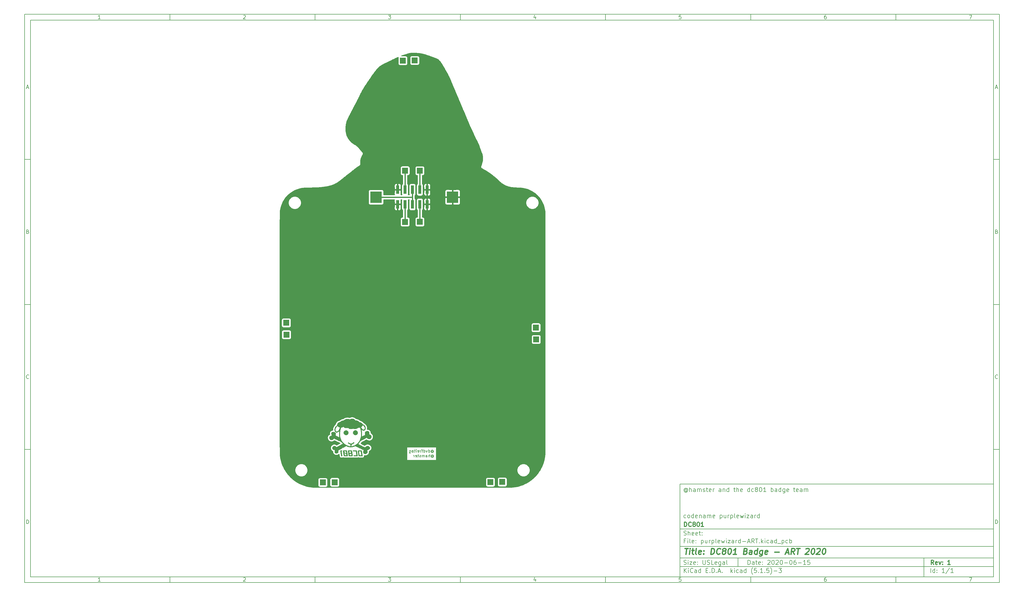
<source format=gbl>
G04 #@! TF.GenerationSoftware,KiCad,Pcbnew,(5.1.5)-3*
G04 #@! TF.CreationDate,2020-08-14T21:58:09-06:00*
G04 #@! TF.ProjectId,purplewizard-ART,70757270-6c65-4776-997a-6172642d4152,1*
G04 #@! TF.SameCoordinates,Original*
G04 #@! TF.FileFunction,Copper,L2,Bot*
G04 #@! TF.FilePolarity,Positive*
%FSLAX46Y46*%
G04 Gerber Fmt 4.6, Leading zero omitted, Abs format (unit mm)*
G04 Created by KiCad (PCBNEW (5.1.5)-3) date 2020-08-14 21:58:09*
%MOMM*%
%LPD*%
G04 APERTURE LIST*
%ADD10C,0.100000*%
%ADD11C,0.150000*%
%ADD12C,0.300000*%
%ADD13C,0.400000*%
%ADD14C,0.010000*%
%ADD15R,2.000000X2.000000*%
%ADD16R,1.000000X3.000000*%
%ADD17R,4.000000X4.000000*%
%ADD18C,0.800000*%
%ADD19C,0.381000*%
%ADD20C,0.254000*%
G04 APERTURE END LIST*
D10*
D11*
X235600000Y-171900000D02*
X235600000Y-203900000D01*
X343600000Y-203900000D01*
X343600000Y-171900000D01*
X235600000Y-171900000D01*
D10*
D11*
X10000000Y-10000000D02*
X10000000Y-205900000D01*
X345600000Y-205900000D01*
X345600000Y-10000000D01*
X10000000Y-10000000D01*
D10*
D11*
X12000000Y-12000000D02*
X12000000Y-203900000D01*
X343600000Y-203900000D01*
X343600000Y-12000000D01*
X12000000Y-12000000D01*
D10*
D11*
X60000000Y-12000000D02*
X60000000Y-10000000D01*
D10*
D11*
X110000000Y-12000000D02*
X110000000Y-10000000D01*
D10*
D11*
X160000000Y-12000000D02*
X160000000Y-10000000D01*
D10*
D11*
X210000000Y-12000000D02*
X210000000Y-10000000D01*
D10*
D11*
X260000000Y-12000000D02*
X260000000Y-10000000D01*
D10*
D11*
X310000000Y-12000000D02*
X310000000Y-10000000D01*
D10*
D11*
X36065476Y-11588095D02*
X35322619Y-11588095D01*
X35694047Y-11588095D02*
X35694047Y-10288095D01*
X35570238Y-10473809D01*
X35446428Y-10597619D01*
X35322619Y-10659523D01*
D10*
D11*
X85322619Y-10411904D02*
X85384523Y-10350000D01*
X85508333Y-10288095D01*
X85817857Y-10288095D01*
X85941666Y-10350000D01*
X86003571Y-10411904D01*
X86065476Y-10535714D01*
X86065476Y-10659523D01*
X86003571Y-10845238D01*
X85260714Y-11588095D01*
X86065476Y-11588095D01*
D10*
D11*
X135260714Y-10288095D02*
X136065476Y-10288095D01*
X135632142Y-10783333D01*
X135817857Y-10783333D01*
X135941666Y-10845238D01*
X136003571Y-10907142D01*
X136065476Y-11030952D01*
X136065476Y-11340476D01*
X136003571Y-11464285D01*
X135941666Y-11526190D01*
X135817857Y-11588095D01*
X135446428Y-11588095D01*
X135322619Y-11526190D01*
X135260714Y-11464285D01*
D10*
D11*
X185941666Y-10721428D02*
X185941666Y-11588095D01*
X185632142Y-10226190D02*
X185322619Y-11154761D01*
X186127380Y-11154761D01*
D10*
D11*
X236003571Y-10288095D02*
X235384523Y-10288095D01*
X235322619Y-10907142D01*
X235384523Y-10845238D01*
X235508333Y-10783333D01*
X235817857Y-10783333D01*
X235941666Y-10845238D01*
X236003571Y-10907142D01*
X236065476Y-11030952D01*
X236065476Y-11340476D01*
X236003571Y-11464285D01*
X235941666Y-11526190D01*
X235817857Y-11588095D01*
X235508333Y-11588095D01*
X235384523Y-11526190D01*
X235322619Y-11464285D01*
D10*
D11*
X285941666Y-10288095D02*
X285694047Y-10288095D01*
X285570238Y-10350000D01*
X285508333Y-10411904D01*
X285384523Y-10597619D01*
X285322619Y-10845238D01*
X285322619Y-11340476D01*
X285384523Y-11464285D01*
X285446428Y-11526190D01*
X285570238Y-11588095D01*
X285817857Y-11588095D01*
X285941666Y-11526190D01*
X286003571Y-11464285D01*
X286065476Y-11340476D01*
X286065476Y-11030952D01*
X286003571Y-10907142D01*
X285941666Y-10845238D01*
X285817857Y-10783333D01*
X285570238Y-10783333D01*
X285446428Y-10845238D01*
X285384523Y-10907142D01*
X285322619Y-11030952D01*
D10*
D11*
X335260714Y-10288095D02*
X336127380Y-10288095D01*
X335570238Y-11588095D01*
D10*
D11*
X60000000Y-203900000D02*
X60000000Y-205900000D01*
D10*
D11*
X110000000Y-203900000D02*
X110000000Y-205900000D01*
D10*
D11*
X160000000Y-203900000D02*
X160000000Y-205900000D01*
D10*
D11*
X210000000Y-203900000D02*
X210000000Y-205900000D01*
D10*
D11*
X260000000Y-203900000D02*
X260000000Y-205900000D01*
D10*
D11*
X310000000Y-203900000D02*
X310000000Y-205900000D01*
D10*
D11*
X36065476Y-205488095D02*
X35322619Y-205488095D01*
X35694047Y-205488095D02*
X35694047Y-204188095D01*
X35570238Y-204373809D01*
X35446428Y-204497619D01*
X35322619Y-204559523D01*
D10*
D11*
X85322619Y-204311904D02*
X85384523Y-204250000D01*
X85508333Y-204188095D01*
X85817857Y-204188095D01*
X85941666Y-204250000D01*
X86003571Y-204311904D01*
X86065476Y-204435714D01*
X86065476Y-204559523D01*
X86003571Y-204745238D01*
X85260714Y-205488095D01*
X86065476Y-205488095D01*
D10*
D11*
X135260714Y-204188095D02*
X136065476Y-204188095D01*
X135632142Y-204683333D01*
X135817857Y-204683333D01*
X135941666Y-204745238D01*
X136003571Y-204807142D01*
X136065476Y-204930952D01*
X136065476Y-205240476D01*
X136003571Y-205364285D01*
X135941666Y-205426190D01*
X135817857Y-205488095D01*
X135446428Y-205488095D01*
X135322619Y-205426190D01*
X135260714Y-205364285D01*
D10*
D11*
X185941666Y-204621428D02*
X185941666Y-205488095D01*
X185632142Y-204126190D02*
X185322619Y-205054761D01*
X186127380Y-205054761D01*
D10*
D11*
X236003571Y-204188095D02*
X235384523Y-204188095D01*
X235322619Y-204807142D01*
X235384523Y-204745238D01*
X235508333Y-204683333D01*
X235817857Y-204683333D01*
X235941666Y-204745238D01*
X236003571Y-204807142D01*
X236065476Y-204930952D01*
X236065476Y-205240476D01*
X236003571Y-205364285D01*
X235941666Y-205426190D01*
X235817857Y-205488095D01*
X235508333Y-205488095D01*
X235384523Y-205426190D01*
X235322619Y-205364285D01*
D10*
D11*
X285941666Y-204188095D02*
X285694047Y-204188095D01*
X285570238Y-204250000D01*
X285508333Y-204311904D01*
X285384523Y-204497619D01*
X285322619Y-204745238D01*
X285322619Y-205240476D01*
X285384523Y-205364285D01*
X285446428Y-205426190D01*
X285570238Y-205488095D01*
X285817857Y-205488095D01*
X285941666Y-205426190D01*
X286003571Y-205364285D01*
X286065476Y-205240476D01*
X286065476Y-204930952D01*
X286003571Y-204807142D01*
X285941666Y-204745238D01*
X285817857Y-204683333D01*
X285570238Y-204683333D01*
X285446428Y-204745238D01*
X285384523Y-204807142D01*
X285322619Y-204930952D01*
D10*
D11*
X335260714Y-204188095D02*
X336127380Y-204188095D01*
X335570238Y-205488095D01*
D10*
D11*
X10000000Y-60000000D02*
X12000000Y-60000000D01*
D10*
D11*
X10000000Y-110000000D02*
X12000000Y-110000000D01*
D10*
D11*
X10000000Y-160000000D02*
X12000000Y-160000000D01*
D10*
D11*
X10690476Y-35216666D02*
X11309523Y-35216666D01*
X10566666Y-35588095D02*
X11000000Y-34288095D01*
X11433333Y-35588095D01*
D10*
D11*
X11092857Y-84907142D02*
X11278571Y-84969047D01*
X11340476Y-85030952D01*
X11402380Y-85154761D01*
X11402380Y-85340476D01*
X11340476Y-85464285D01*
X11278571Y-85526190D01*
X11154761Y-85588095D01*
X10659523Y-85588095D01*
X10659523Y-84288095D01*
X11092857Y-84288095D01*
X11216666Y-84350000D01*
X11278571Y-84411904D01*
X11340476Y-84535714D01*
X11340476Y-84659523D01*
X11278571Y-84783333D01*
X11216666Y-84845238D01*
X11092857Y-84907142D01*
X10659523Y-84907142D01*
D10*
D11*
X11402380Y-135464285D02*
X11340476Y-135526190D01*
X11154761Y-135588095D01*
X11030952Y-135588095D01*
X10845238Y-135526190D01*
X10721428Y-135402380D01*
X10659523Y-135278571D01*
X10597619Y-135030952D01*
X10597619Y-134845238D01*
X10659523Y-134597619D01*
X10721428Y-134473809D01*
X10845238Y-134350000D01*
X11030952Y-134288095D01*
X11154761Y-134288095D01*
X11340476Y-134350000D01*
X11402380Y-134411904D01*
D10*
D11*
X10659523Y-185588095D02*
X10659523Y-184288095D01*
X10969047Y-184288095D01*
X11154761Y-184350000D01*
X11278571Y-184473809D01*
X11340476Y-184597619D01*
X11402380Y-184845238D01*
X11402380Y-185030952D01*
X11340476Y-185278571D01*
X11278571Y-185402380D01*
X11154761Y-185526190D01*
X10969047Y-185588095D01*
X10659523Y-185588095D01*
D10*
D11*
X345600000Y-60000000D02*
X343600000Y-60000000D01*
D10*
D11*
X345600000Y-110000000D02*
X343600000Y-110000000D01*
D10*
D11*
X345600000Y-160000000D02*
X343600000Y-160000000D01*
D10*
D11*
X344290476Y-35216666D02*
X344909523Y-35216666D01*
X344166666Y-35588095D02*
X344600000Y-34288095D01*
X345033333Y-35588095D01*
D10*
D11*
X344692857Y-84907142D02*
X344878571Y-84969047D01*
X344940476Y-85030952D01*
X345002380Y-85154761D01*
X345002380Y-85340476D01*
X344940476Y-85464285D01*
X344878571Y-85526190D01*
X344754761Y-85588095D01*
X344259523Y-85588095D01*
X344259523Y-84288095D01*
X344692857Y-84288095D01*
X344816666Y-84350000D01*
X344878571Y-84411904D01*
X344940476Y-84535714D01*
X344940476Y-84659523D01*
X344878571Y-84783333D01*
X344816666Y-84845238D01*
X344692857Y-84907142D01*
X344259523Y-84907142D01*
D10*
D11*
X345002380Y-135464285D02*
X344940476Y-135526190D01*
X344754761Y-135588095D01*
X344630952Y-135588095D01*
X344445238Y-135526190D01*
X344321428Y-135402380D01*
X344259523Y-135278571D01*
X344197619Y-135030952D01*
X344197619Y-134845238D01*
X344259523Y-134597619D01*
X344321428Y-134473809D01*
X344445238Y-134350000D01*
X344630952Y-134288095D01*
X344754761Y-134288095D01*
X344940476Y-134350000D01*
X345002380Y-134411904D01*
D10*
D11*
X344259523Y-185588095D02*
X344259523Y-184288095D01*
X344569047Y-184288095D01*
X344754761Y-184350000D01*
X344878571Y-184473809D01*
X344940476Y-184597619D01*
X345002380Y-184845238D01*
X345002380Y-185030952D01*
X344940476Y-185278571D01*
X344878571Y-185402380D01*
X344754761Y-185526190D01*
X344569047Y-185588095D01*
X344259523Y-185588095D01*
D10*
D11*
X259032142Y-199678571D02*
X259032142Y-198178571D01*
X259389285Y-198178571D01*
X259603571Y-198250000D01*
X259746428Y-198392857D01*
X259817857Y-198535714D01*
X259889285Y-198821428D01*
X259889285Y-199035714D01*
X259817857Y-199321428D01*
X259746428Y-199464285D01*
X259603571Y-199607142D01*
X259389285Y-199678571D01*
X259032142Y-199678571D01*
X261175000Y-199678571D02*
X261175000Y-198892857D01*
X261103571Y-198750000D01*
X260960714Y-198678571D01*
X260675000Y-198678571D01*
X260532142Y-198750000D01*
X261175000Y-199607142D02*
X261032142Y-199678571D01*
X260675000Y-199678571D01*
X260532142Y-199607142D01*
X260460714Y-199464285D01*
X260460714Y-199321428D01*
X260532142Y-199178571D01*
X260675000Y-199107142D01*
X261032142Y-199107142D01*
X261175000Y-199035714D01*
X261675000Y-198678571D02*
X262246428Y-198678571D01*
X261889285Y-198178571D02*
X261889285Y-199464285D01*
X261960714Y-199607142D01*
X262103571Y-199678571D01*
X262246428Y-199678571D01*
X263317857Y-199607142D02*
X263175000Y-199678571D01*
X262889285Y-199678571D01*
X262746428Y-199607142D01*
X262675000Y-199464285D01*
X262675000Y-198892857D01*
X262746428Y-198750000D01*
X262889285Y-198678571D01*
X263175000Y-198678571D01*
X263317857Y-198750000D01*
X263389285Y-198892857D01*
X263389285Y-199035714D01*
X262675000Y-199178571D01*
X264032142Y-199535714D02*
X264103571Y-199607142D01*
X264032142Y-199678571D01*
X263960714Y-199607142D01*
X264032142Y-199535714D01*
X264032142Y-199678571D01*
X264032142Y-198750000D02*
X264103571Y-198821428D01*
X264032142Y-198892857D01*
X263960714Y-198821428D01*
X264032142Y-198750000D01*
X264032142Y-198892857D01*
X265817857Y-198321428D02*
X265889285Y-198250000D01*
X266032142Y-198178571D01*
X266389285Y-198178571D01*
X266532142Y-198250000D01*
X266603571Y-198321428D01*
X266675000Y-198464285D01*
X266675000Y-198607142D01*
X266603571Y-198821428D01*
X265746428Y-199678571D01*
X266675000Y-199678571D01*
X267603571Y-198178571D02*
X267746428Y-198178571D01*
X267889285Y-198250000D01*
X267960714Y-198321428D01*
X268032142Y-198464285D01*
X268103571Y-198750000D01*
X268103571Y-199107142D01*
X268032142Y-199392857D01*
X267960714Y-199535714D01*
X267889285Y-199607142D01*
X267746428Y-199678571D01*
X267603571Y-199678571D01*
X267460714Y-199607142D01*
X267389285Y-199535714D01*
X267317857Y-199392857D01*
X267246428Y-199107142D01*
X267246428Y-198750000D01*
X267317857Y-198464285D01*
X267389285Y-198321428D01*
X267460714Y-198250000D01*
X267603571Y-198178571D01*
X268675000Y-198321428D02*
X268746428Y-198250000D01*
X268889285Y-198178571D01*
X269246428Y-198178571D01*
X269389285Y-198250000D01*
X269460714Y-198321428D01*
X269532142Y-198464285D01*
X269532142Y-198607142D01*
X269460714Y-198821428D01*
X268603571Y-199678571D01*
X269532142Y-199678571D01*
X270460714Y-198178571D02*
X270603571Y-198178571D01*
X270746428Y-198250000D01*
X270817857Y-198321428D01*
X270889285Y-198464285D01*
X270960714Y-198750000D01*
X270960714Y-199107142D01*
X270889285Y-199392857D01*
X270817857Y-199535714D01*
X270746428Y-199607142D01*
X270603571Y-199678571D01*
X270460714Y-199678571D01*
X270317857Y-199607142D01*
X270246428Y-199535714D01*
X270175000Y-199392857D01*
X270103571Y-199107142D01*
X270103571Y-198750000D01*
X270175000Y-198464285D01*
X270246428Y-198321428D01*
X270317857Y-198250000D01*
X270460714Y-198178571D01*
X271603571Y-199107142D02*
X272746428Y-199107142D01*
X273746428Y-198178571D02*
X273889285Y-198178571D01*
X274032142Y-198250000D01*
X274103571Y-198321428D01*
X274175000Y-198464285D01*
X274246428Y-198750000D01*
X274246428Y-199107142D01*
X274175000Y-199392857D01*
X274103571Y-199535714D01*
X274032142Y-199607142D01*
X273889285Y-199678571D01*
X273746428Y-199678571D01*
X273603571Y-199607142D01*
X273532142Y-199535714D01*
X273460714Y-199392857D01*
X273389285Y-199107142D01*
X273389285Y-198750000D01*
X273460714Y-198464285D01*
X273532142Y-198321428D01*
X273603571Y-198250000D01*
X273746428Y-198178571D01*
X275532142Y-198178571D02*
X275246428Y-198178571D01*
X275103571Y-198250000D01*
X275032142Y-198321428D01*
X274889285Y-198535714D01*
X274817857Y-198821428D01*
X274817857Y-199392857D01*
X274889285Y-199535714D01*
X274960714Y-199607142D01*
X275103571Y-199678571D01*
X275389285Y-199678571D01*
X275532142Y-199607142D01*
X275603571Y-199535714D01*
X275675000Y-199392857D01*
X275675000Y-199035714D01*
X275603571Y-198892857D01*
X275532142Y-198821428D01*
X275389285Y-198750000D01*
X275103571Y-198750000D01*
X274960714Y-198821428D01*
X274889285Y-198892857D01*
X274817857Y-199035714D01*
X276317857Y-199107142D02*
X277460714Y-199107142D01*
X278960714Y-199678571D02*
X278103571Y-199678571D01*
X278532142Y-199678571D02*
X278532142Y-198178571D01*
X278389285Y-198392857D01*
X278246428Y-198535714D01*
X278103571Y-198607142D01*
X280317857Y-198178571D02*
X279603571Y-198178571D01*
X279532142Y-198892857D01*
X279603571Y-198821428D01*
X279746428Y-198750000D01*
X280103571Y-198750000D01*
X280246428Y-198821428D01*
X280317857Y-198892857D01*
X280389285Y-199035714D01*
X280389285Y-199392857D01*
X280317857Y-199535714D01*
X280246428Y-199607142D01*
X280103571Y-199678571D01*
X279746428Y-199678571D01*
X279603571Y-199607142D01*
X279532142Y-199535714D01*
D10*
D11*
X235600000Y-200400000D02*
X343600000Y-200400000D01*
D10*
D11*
X237032142Y-202478571D02*
X237032142Y-200978571D01*
X237889285Y-202478571D02*
X237246428Y-201621428D01*
X237889285Y-200978571D02*
X237032142Y-201835714D01*
X238532142Y-202478571D02*
X238532142Y-201478571D01*
X238532142Y-200978571D02*
X238460714Y-201050000D01*
X238532142Y-201121428D01*
X238603571Y-201050000D01*
X238532142Y-200978571D01*
X238532142Y-201121428D01*
X240103571Y-202335714D02*
X240032142Y-202407142D01*
X239817857Y-202478571D01*
X239675000Y-202478571D01*
X239460714Y-202407142D01*
X239317857Y-202264285D01*
X239246428Y-202121428D01*
X239175000Y-201835714D01*
X239175000Y-201621428D01*
X239246428Y-201335714D01*
X239317857Y-201192857D01*
X239460714Y-201050000D01*
X239675000Y-200978571D01*
X239817857Y-200978571D01*
X240032142Y-201050000D01*
X240103571Y-201121428D01*
X241389285Y-202478571D02*
X241389285Y-201692857D01*
X241317857Y-201550000D01*
X241175000Y-201478571D01*
X240889285Y-201478571D01*
X240746428Y-201550000D01*
X241389285Y-202407142D02*
X241246428Y-202478571D01*
X240889285Y-202478571D01*
X240746428Y-202407142D01*
X240675000Y-202264285D01*
X240675000Y-202121428D01*
X240746428Y-201978571D01*
X240889285Y-201907142D01*
X241246428Y-201907142D01*
X241389285Y-201835714D01*
X242746428Y-202478571D02*
X242746428Y-200978571D01*
X242746428Y-202407142D02*
X242603571Y-202478571D01*
X242317857Y-202478571D01*
X242175000Y-202407142D01*
X242103571Y-202335714D01*
X242032142Y-202192857D01*
X242032142Y-201764285D01*
X242103571Y-201621428D01*
X242175000Y-201550000D01*
X242317857Y-201478571D01*
X242603571Y-201478571D01*
X242746428Y-201550000D01*
X244603571Y-201692857D02*
X245103571Y-201692857D01*
X245317857Y-202478571D02*
X244603571Y-202478571D01*
X244603571Y-200978571D01*
X245317857Y-200978571D01*
X245960714Y-202335714D02*
X246032142Y-202407142D01*
X245960714Y-202478571D01*
X245889285Y-202407142D01*
X245960714Y-202335714D01*
X245960714Y-202478571D01*
X246675000Y-202478571D02*
X246675000Y-200978571D01*
X247032142Y-200978571D01*
X247246428Y-201050000D01*
X247389285Y-201192857D01*
X247460714Y-201335714D01*
X247532142Y-201621428D01*
X247532142Y-201835714D01*
X247460714Y-202121428D01*
X247389285Y-202264285D01*
X247246428Y-202407142D01*
X247032142Y-202478571D01*
X246675000Y-202478571D01*
X248175000Y-202335714D02*
X248246428Y-202407142D01*
X248175000Y-202478571D01*
X248103571Y-202407142D01*
X248175000Y-202335714D01*
X248175000Y-202478571D01*
X248817857Y-202050000D02*
X249532142Y-202050000D01*
X248675000Y-202478571D02*
X249175000Y-200978571D01*
X249675000Y-202478571D01*
X250175000Y-202335714D02*
X250246428Y-202407142D01*
X250175000Y-202478571D01*
X250103571Y-202407142D01*
X250175000Y-202335714D01*
X250175000Y-202478571D01*
X253175000Y-202478571D02*
X253175000Y-200978571D01*
X253317857Y-201907142D02*
X253746428Y-202478571D01*
X253746428Y-201478571D02*
X253175000Y-202050000D01*
X254389285Y-202478571D02*
X254389285Y-201478571D01*
X254389285Y-200978571D02*
X254317857Y-201050000D01*
X254389285Y-201121428D01*
X254460714Y-201050000D01*
X254389285Y-200978571D01*
X254389285Y-201121428D01*
X255746428Y-202407142D02*
X255603571Y-202478571D01*
X255317857Y-202478571D01*
X255175000Y-202407142D01*
X255103571Y-202335714D01*
X255032142Y-202192857D01*
X255032142Y-201764285D01*
X255103571Y-201621428D01*
X255175000Y-201550000D01*
X255317857Y-201478571D01*
X255603571Y-201478571D01*
X255746428Y-201550000D01*
X257032142Y-202478571D02*
X257032142Y-201692857D01*
X256960714Y-201550000D01*
X256817857Y-201478571D01*
X256532142Y-201478571D01*
X256389285Y-201550000D01*
X257032142Y-202407142D02*
X256889285Y-202478571D01*
X256532142Y-202478571D01*
X256389285Y-202407142D01*
X256317857Y-202264285D01*
X256317857Y-202121428D01*
X256389285Y-201978571D01*
X256532142Y-201907142D01*
X256889285Y-201907142D01*
X257032142Y-201835714D01*
X258389285Y-202478571D02*
X258389285Y-200978571D01*
X258389285Y-202407142D02*
X258246428Y-202478571D01*
X257960714Y-202478571D01*
X257817857Y-202407142D01*
X257746428Y-202335714D01*
X257675000Y-202192857D01*
X257675000Y-201764285D01*
X257746428Y-201621428D01*
X257817857Y-201550000D01*
X257960714Y-201478571D01*
X258246428Y-201478571D01*
X258389285Y-201550000D01*
X260675000Y-203050000D02*
X260603571Y-202978571D01*
X260460714Y-202764285D01*
X260389285Y-202621428D01*
X260317857Y-202407142D01*
X260246428Y-202050000D01*
X260246428Y-201764285D01*
X260317857Y-201407142D01*
X260389285Y-201192857D01*
X260460714Y-201050000D01*
X260603571Y-200835714D01*
X260675000Y-200764285D01*
X261960714Y-200978571D02*
X261246428Y-200978571D01*
X261175000Y-201692857D01*
X261246428Y-201621428D01*
X261389285Y-201550000D01*
X261746428Y-201550000D01*
X261889285Y-201621428D01*
X261960714Y-201692857D01*
X262032142Y-201835714D01*
X262032142Y-202192857D01*
X261960714Y-202335714D01*
X261889285Y-202407142D01*
X261746428Y-202478571D01*
X261389285Y-202478571D01*
X261246428Y-202407142D01*
X261175000Y-202335714D01*
X262675000Y-202335714D02*
X262746428Y-202407142D01*
X262675000Y-202478571D01*
X262603571Y-202407142D01*
X262675000Y-202335714D01*
X262675000Y-202478571D01*
X264175000Y-202478571D02*
X263317857Y-202478571D01*
X263746428Y-202478571D02*
X263746428Y-200978571D01*
X263603571Y-201192857D01*
X263460714Y-201335714D01*
X263317857Y-201407142D01*
X264817857Y-202335714D02*
X264889285Y-202407142D01*
X264817857Y-202478571D01*
X264746428Y-202407142D01*
X264817857Y-202335714D01*
X264817857Y-202478571D01*
X266246428Y-200978571D02*
X265532142Y-200978571D01*
X265460714Y-201692857D01*
X265532142Y-201621428D01*
X265675000Y-201550000D01*
X266032142Y-201550000D01*
X266175000Y-201621428D01*
X266246428Y-201692857D01*
X266317857Y-201835714D01*
X266317857Y-202192857D01*
X266246428Y-202335714D01*
X266175000Y-202407142D01*
X266032142Y-202478571D01*
X265675000Y-202478571D01*
X265532142Y-202407142D01*
X265460714Y-202335714D01*
X266817857Y-203050000D02*
X266889285Y-202978571D01*
X267032142Y-202764285D01*
X267103571Y-202621428D01*
X267175000Y-202407142D01*
X267246428Y-202050000D01*
X267246428Y-201764285D01*
X267175000Y-201407142D01*
X267103571Y-201192857D01*
X267032142Y-201050000D01*
X266889285Y-200835714D01*
X266817857Y-200764285D01*
X267960714Y-201907142D02*
X269103571Y-201907142D01*
X269675000Y-200978571D02*
X270603571Y-200978571D01*
X270103571Y-201550000D01*
X270317857Y-201550000D01*
X270460714Y-201621428D01*
X270532142Y-201692857D01*
X270603571Y-201835714D01*
X270603571Y-202192857D01*
X270532142Y-202335714D01*
X270460714Y-202407142D01*
X270317857Y-202478571D01*
X269889285Y-202478571D01*
X269746428Y-202407142D01*
X269675000Y-202335714D01*
D10*
D11*
X235600000Y-197400000D02*
X343600000Y-197400000D01*
D10*
D12*
X323009285Y-199678571D02*
X322509285Y-198964285D01*
X322152142Y-199678571D02*
X322152142Y-198178571D01*
X322723571Y-198178571D01*
X322866428Y-198250000D01*
X322937857Y-198321428D01*
X323009285Y-198464285D01*
X323009285Y-198678571D01*
X322937857Y-198821428D01*
X322866428Y-198892857D01*
X322723571Y-198964285D01*
X322152142Y-198964285D01*
X324223571Y-199607142D02*
X324080714Y-199678571D01*
X323795000Y-199678571D01*
X323652142Y-199607142D01*
X323580714Y-199464285D01*
X323580714Y-198892857D01*
X323652142Y-198750000D01*
X323795000Y-198678571D01*
X324080714Y-198678571D01*
X324223571Y-198750000D01*
X324295000Y-198892857D01*
X324295000Y-199035714D01*
X323580714Y-199178571D01*
X324795000Y-198678571D02*
X325152142Y-199678571D01*
X325509285Y-198678571D01*
X326080714Y-199535714D02*
X326152142Y-199607142D01*
X326080714Y-199678571D01*
X326009285Y-199607142D01*
X326080714Y-199535714D01*
X326080714Y-199678571D01*
X326080714Y-198750000D02*
X326152142Y-198821428D01*
X326080714Y-198892857D01*
X326009285Y-198821428D01*
X326080714Y-198750000D01*
X326080714Y-198892857D01*
X328723571Y-199678571D02*
X327866428Y-199678571D01*
X328295000Y-199678571D02*
X328295000Y-198178571D01*
X328152142Y-198392857D01*
X328009285Y-198535714D01*
X327866428Y-198607142D01*
D10*
D11*
X236960714Y-199607142D02*
X237175000Y-199678571D01*
X237532142Y-199678571D01*
X237675000Y-199607142D01*
X237746428Y-199535714D01*
X237817857Y-199392857D01*
X237817857Y-199250000D01*
X237746428Y-199107142D01*
X237675000Y-199035714D01*
X237532142Y-198964285D01*
X237246428Y-198892857D01*
X237103571Y-198821428D01*
X237032142Y-198750000D01*
X236960714Y-198607142D01*
X236960714Y-198464285D01*
X237032142Y-198321428D01*
X237103571Y-198250000D01*
X237246428Y-198178571D01*
X237603571Y-198178571D01*
X237817857Y-198250000D01*
X238460714Y-199678571D02*
X238460714Y-198678571D01*
X238460714Y-198178571D02*
X238389285Y-198250000D01*
X238460714Y-198321428D01*
X238532142Y-198250000D01*
X238460714Y-198178571D01*
X238460714Y-198321428D01*
X239032142Y-198678571D02*
X239817857Y-198678571D01*
X239032142Y-199678571D01*
X239817857Y-199678571D01*
X240960714Y-199607142D02*
X240817857Y-199678571D01*
X240532142Y-199678571D01*
X240389285Y-199607142D01*
X240317857Y-199464285D01*
X240317857Y-198892857D01*
X240389285Y-198750000D01*
X240532142Y-198678571D01*
X240817857Y-198678571D01*
X240960714Y-198750000D01*
X241032142Y-198892857D01*
X241032142Y-199035714D01*
X240317857Y-199178571D01*
X241675000Y-199535714D02*
X241746428Y-199607142D01*
X241675000Y-199678571D01*
X241603571Y-199607142D01*
X241675000Y-199535714D01*
X241675000Y-199678571D01*
X241675000Y-198750000D02*
X241746428Y-198821428D01*
X241675000Y-198892857D01*
X241603571Y-198821428D01*
X241675000Y-198750000D01*
X241675000Y-198892857D01*
X243532142Y-198178571D02*
X243532142Y-199392857D01*
X243603571Y-199535714D01*
X243675000Y-199607142D01*
X243817857Y-199678571D01*
X244103571Y-199678571D01*
X244246428Y-199607142D01*
X244317857Y-199535714D01*
X244389285Y-199392857D01*
X244389285Y-198178571D01*
X245032142Y-199607142D02*
X245246428Y-199678571D01*
X245603571Y-199678571D01*
X245746428Y-199607142D01*
X245817857Y-199535714D01*
X245889285Y-199392857D01*
X245889285Y-199250000D01*
X245817857Y-199107142D01*
X245746428Y-199035714D01*
X245603571Y-198964285D01*
X245317857Y-198892857D01*
X245175000Y-198821428D01*
X245103571Y-198750000D01*
X245032142Y-198607142D01*
X245032142Y-198464285D01*
X245103571Y-198321428D01*
X245175000Y-198250000D01*
X245317857Y-198178571D01*
X245675000Y-198178571D01*
X245889285Y-198250000D01*
X247246428Y-199678571D02*
X246532142Y-199678571D01*
X246532142Y-198178571D01*
X248317857Y-199607142D02*
X248175000Y-199678571D01*
X247889285Y-199678571D01*
X247746428Y-199607142D01*
X247675000Y-199464285D01*
X247675000Y-198892857D01*
X247746428Y-198750000D01*
X247889285Y-198678571D01*
X248175000Y-198678571D01*
X248317857Y-198750000D01*
X248389285Y-198892857D01*
X248389285Y-199035714D01*
X247675000Y-199178571D01*
X249675000Y-198678571D02*
X249675000Y-199892857D01*
X249603571Y-200035714D01*
X249532142Y-200107142D01*
X249389285Y-200178571D01*
X249175000Y-200178571D01*
X249032142Y-200107142D01*
X249675000Y-199607142D02*
X249532142Y-199678571D01*
X249246428Y-199678571D01*
X249103571Y-199607142D01*
X249032142Y-199535714D01*
X248960714Y-199392857D01*
X248960714Y-198964285D01*
X249032142Y-198821428D01*
X249103571Y-198750000D01*
X249246428Y-198678571D01*
X249532142Y-198678571D01*
X249675000Y-198750000D01*
X251032142Y-199678571D02*
X251032142Y-198892857D01*
X250960714Y-198750000D01*
X250817857Y-198678571D01*
X250532142Y-198678571D01*
X250389285Y-198750000D01*
X251032142Y-199607142D02*
X250889285Y-199678571D01*
X250532142Y-199678571D01*
X250389285Y-199607142D01*
X250317857Y-199464285D01*
X250317857Y-199321428D01*
X250389285Y-199178571D01*
X250532142Y-199107142D01*
X250889285Y-199107142D01*
X251032142Y-199035714D01*
X251960714Y-199678571D02*
X251817857Y-199607142D01*
X251746428Y-199464285D01*
X251746428Y-198178571D01*
D10*
D11*
X322032142Y-202478571D02*
X322032142Y-200978571D01*
X323389285Y-202478571D02*
X323389285Y-200978571D01*
X323389285Y-202407142D02*
X323246428Y-202478571D01*
X322960714Y-202478571D01*
X322817857Y-202407142D01*
X322746428Y-202335714D01*
X322675000Y-202192857D01*
X322675000Y-201764285D01*
X322746428Y-201621428D01*
X322817857Y-201550000D01*
X322960714Y-201478571D01*
X323246428Y-201478571D01*
X323389285Y-201550000D01*
X324103571Y-202335714D02*
X324175000Y-202407142D01*
X324103571Y-202478571D01*
X324032142Y-202407142D01*
X324103571Y-202335714D01*
X324103571Y-202478571D01*
X324103571Y-201550000D02*
X324175000Y-201621428D01*
X324103571Y-201692857D01*
X324032142Y-201621428D01*
X324103571Y-201550000D01*
X324103571Y-201692857D01*
X326746428Y-202478571D02*
X325889285Y-202478571D01*
X326317857Y-202478571D02*
X326317857Y-200978571D01*
X326175000Y-201192857D01*
X326032142Y-201335714D01*
X325889285Y-201407142D01*
X328460714Y-200907142D02*
X327175000Y-202835714D01*
X329746428Y-202478571D02*
X328889285Y-202478571D01*
X329317857Y-202478571D02*
X329317857Y-200978571D01*
X329175000Y-201192857D01*
X329032142Y-201335714D01*
X328889285Y-201407142D01*
D10*
D11*
X235600000Y-193400000D02*
X343600000Y-193400000D01*
D10*
D13*
X237312380Y-194104761D02*
X238455238Y-194104761D01*
X237633809Y-196104761D02*
X237883809Y-194104761D01*
X238871904Y-196104761D02*
X239038571Y-194771428D01*
X239121904Y-194104761D02*
X239014761Y-194200000D01*
X239098095Y-194295238D01*
X239205238Y-194200000D01*
X239121904Y-194104761D01*
X239098095Y-194295238D01*
X239705238Y-194771428D02*
X240467142Y-194771428D01*
X240074285Y-194104761D02*
X239860000Y-195819047D01*
X239931428Y-196009523D01*
X240110000Y-196104761D01*
X240300476Y-196104761D01*
X241252857Y-196104761D02*
X241074285Y-196009523D01*
X241002857Y-195819047D01*
X241217142Y-194104761D01*
X242788571Y-196009523D02*
X242586190Y-196104761D01*
X242205238Y-196104761D01*
X242026666Y-196009523D01*
X241955238Y-195819047D01*
X242050476Y-195057142D01*
X242169523Y-194866666D01*
X242371904Y-194771428D01*
X242752857Y-194771428D01*
X242931428Y-194866666D01*
X243002857Y-195057142D01*
X242979047Y-195247619D01*
X242002857Y-195438095D01*
X243752857Y-195914285D02*
X243836190Y-196009523D01*
X243729047Y-196104761D01*
X243645714Y-196009523D01*
X243752857Y-195914285D01*
X243729047Y-196104761D01*
X243883809Y-194866666D02*
X243967142Y-194961904D01*
X243860000Y-195057142D01*
X243776666Y-194961904D01*
X243883809Y-194866666D01*
X243860000Y-195057142D01*
X246205238Y-196104761D02*
X246455238Y-194104761D01*
X246931428Y-194104761D01*
X247205238Y-194200000D01*
X247371904Y-194390476D01*
X247443333Y-194580952D01*
X247490952Y-194961904D01*
X247455238Y-195247619D01*
X247312380Y-195628571D01*
X247193333Y-195819047D01*
X246979047Y-196009523D01*
X246681428Y-196104761D01*
X246205238Y-196104761D01*
X249371904Y-195914285D02*
X249264761Y-196009523D01*
X248967142Y-196104761D01*
X248776666Y-196104761D01*
X248502857Y-196009523D01*
X248336190Y-195819047D01*
X248264761Y-195628571D01*
X248217142Y-195247619D01*
X248252857Y-194961904D01*
X248395714Y-194580952D01*
X248514761Y-194390476D01*
X248729047Y-194200000D01*
X249026666Y-194104761D01*
X249217142Y-194104761D01*
X249490952Y-194200000D01*
X249574285Y-194295238D01*
X250633809Y-194961904D02*
X250455238Y-194866666D01*
X250371904Y-194771428D01*
X250300476Y-194580952D01*
X250312380Y-194485714D01*
X250431428Y-194295238D01*
X250538571Y-194200000D01*
X250740952Y-194104761D01*
X251121904Y-194104761D01*
X251300476Y-194200000D01*
X251383809Y-194295238D01*
X251455238Y-194485714D01*
X251443333Y-194580952D01*
X251324285Y-194771428D01*
X251217142Y-194866666D01*
X251014761Y-194961904D01*
X250633809Y-194961904D01*
X250431428Y-195057142D01*
X250324285Y-195152380D01*
X250205238Y-195342857D01*
X250157619Y-195723809D01*
X250229047Y-195914285D01*
X250312380Y-196009523D01*
X250490952Y-196104761D01*
X250871904Y-196104761D01*
X251074285Y-196009523D01*
X251181428Y-195914285D01*
X251300476Y-195723809D01*
X251348095Y-195342857D01*
X251276666Y-195152380D01*
X251193333Y-195057142D01*
X251014761Y-194961904D01*
X252740952Y-194104761D02*
X252931428Y-194104761D01*
X253110000Y-194200000D01*
X253193333Y-194295238D01*
X253264761Y-194485714D01*
X253312380Y-194866666D01*
X253252857Y-195342857D01*
X253110000Y-195723809D01*
X252990952Y-195914285D01*
X252883809Y-196009523D01*
X252681428Y-196104761D01*
X252490952Y-196104761D01*
X252312380Y-196009523D01*
X252229047Y-195914285D01*
X252157619Y-195723809D01*
X252110000Y-195342857D01*
X252169523Y-194866666D01*
X252312380Y-194485714D01*
X252431428Y-194295238D01*
X252538571Y-194200000D01*
X252740952Y-194104761D01*
X255062380Y-196104761D02*
X253919523Y-196104761D01*
X254490952Y-196104761D02*
X254740952Y-194104761D01*
X254514761Y-194390476D01*
X254300476Y-194580952D01*
X254098095Y-194676190D01*
X258240952Y-195057142D02*
X258514761Y-195152380D01*
X258598095Y-195247619D01*
X258669523Y-195438095D01*
X258633809Y-195723809D01*
X258514761Y-195914285D01*
X258407619Y-196009523D01*
X258205238Y-196104761D01*
X257443333Y-196104761D01*
X257693333Y-194104761D01*
X258360000Y-194104761D01*
X258538571Y-194200000D01*
X258621904Y-194295238D01*
X258693333Y-194485714D01*
X258669523Y-194676190D01*
X258550476Y-194866666D01*
X258443333Y-194961904D01*
X258240952Y-195057142D01*
X257574285Y-195057142D01*
X260300476Y-196104761D02*
X260431428Y-195057142D01*
X260360000Y-194866666D01*
X260181428Y-194771428D01*
X259800476Y-194771428D01*
X259598095Y-194866666D01*
X260312380Y-196009523D02*
X260110000Y-196104761D01*
X259633809Y-196104761D01*
X259455238Y-196009523D01*
X259383809Y-195819047D01*
X259407619Y-195628571D01*
X259526666Y-195438095D01*
X259729047Y-195342857D01*
X260205238Y-195342857D01*
X260407619Y-195247619D01*
X262110000Y-196104761D02*
X262360000Y-194104761D01*
X262121904Y-196009523D02*
X261919523Y-196104761D01*
X261538571Y-196104761D01*
X261360000Y-196009523D01*
X261276666Y-195914285D01*
X261205238Y-195723809D01*
X261276666Y-195152380D01*
X261395714Y-194961904D01*
X261502857Y-194866666D01*
X261705238Y-194771428D01*
X262086190Y-194771428D01*
X262264761Y-194866666D01*
X264086190Y-194771428D02*
X263883809Y-196390476D01*
X263764761Y-196580952D01*
X263657619Y-196676190D01*
X263455238Y-196771428D01*
X263169523Y-196771428D01*
X262990952Y-196676190D01*
X263931428Y-196009523D02*
X263729047Y-196104761D01*
X263348095Y-196104761D01*
X263169523Y-196009523D01*
X263086190Y-195914285D01*
X263014761Y-195723809D01*
X263086190Y-195152380D01*
X263205238Y-194961904D01*
X263312380Y-194866666D01*
X263514761Y-194771428D01*
X263895714Y-194771428D01*
X264074285Y-194866666D01*
X265645714Y-196009523D02*
X265443333Y-196104761D01*
X265062380Y-196104761D01*
X264883809Y-196009523D01*
X264812380Y-195819047D01*
X264907619Y-195057142D01*
X265026666Y-194866666D01*
X265229047Y-194771428D01*
X265610000Y-194771428D01*
X265788571Y-194866666D01*
X265860000Y-195057142D01*
X265836190Y-195247619D01*
X264860000Y-195438095D01*
X268205238Y-195342857D02*
X269729047Y-195342857D01*
X272086190Y-195533333D02*
X273038571Y-195533333D01*
X271824285Y-196104761D02*
X272740952Y-194104761D01*
X273157619Y-196104761D01*
X274967142Y-196104761D02*
X274419523Y-195152380D01*
X273824285Y-196104761D02*
X274074285Y-194104761D01*
X274836190Y-194104761D01*
X275014761Y-194200000D01*
X275098095Y-194295238D01*
X275169523Y-194485714D01*
X275133809Y-194771428D01*
X275014761Y-194961904D01*
X274907619Y-195057142D01*
X274705238Y-195152380D01*
X273943333Y-195152380D01*
X275788571Y-194104761D02*
X276931428Y-194104761D01*
X276110000Y-196104761D02*
X276360000Y-194104761D01*
X279002857Y-194295238D02*
X279110000Y-194200000D01*
X279312380Y-194104761D01*
X279788571Y-194104761D01*
X279967142Y-194200000D01*
X280050476Y-194295238D01*
X280121904Y-194485714D01*
X280098095Y-194676190D01*
X279967142Y-194961904D01*
X278681428Y-196104761D01*
X279919523Y-196104761D01*
X281407619Y-194104761D02*
X281598095Y-194104761D01*
X281776666Y-194200000D01*
X281860000Y-194295238D01*
X281931428Y-194485714D01*
X281979047Y-194866666D01*
X281919523Y-195342857D01*
X281776666Y-195723809D01*
X281657619Y-195914285D01*
X281550476Y-196009523D01*
X281348095Y-196104761D01*
X281157619Y-196104761D01*
X280979047Y-196009523D01*
X280895714Y-195914285D01*
X280824285Y-195723809D01*
X280776666Y-195342857D01*
X280836190Y-194866666D01*
X280979047Y-194485714D01*
X281098095Y-194295238D01*
X281205238Y-194200000D01*
X281407619Y-194104761D01*
X282812380Y-194295238D02*
X282919523Y-194200000D01*
X283121904Y-194104761D01*
X283598095Y-194104761D01*
X283776666Y-194200000D01*
X283860000Y-194295238D01*
X283931428Y-194485714D01*
X283907619Y-194676190D01*
X283776666Y-194961904D01*
X282490952Y-196104761D01*
X283729047Y-196104761D01*
X285217142Y-194104761D02*
X285407619Y-194104761D01*
X285586190Y-194200000D01*
X285669523Y-194295238D01*
X285740952Y-194485714D01*
X285788571Y-194866666D01*
X285729047Y-195342857D01*
X285586190Y-195723809D01*
X285467142Y-195914285D01*
X285360000Y-196009523D01*
X285157619Y-196104761D01*
X284967142Y-196104761D01*
X284788571Y-196009523D01*
X284705238Y-195914285D01*
X284633809Y-195723809D01*
X284586190Y-195342857D01*
X284645714Y-194866666D01*
X284788571Y-194485714D01*
X284907619Y-194295238D01*
X285014761Y-194200000D01*
X285217142Y-194104761D01*
D10*
D11*
X237532142Y-191492857D02*
X237032142Y-191492857D01*
X237032142Y-192278571D02*
X237032142Y-190778571D01*
X237746428Y-190778571D01*
X238317857Y-192278571D02*
X238317857Y-191278571D01*
X238317857Y-190778571D02*
X238246428Y-190850000D01*
X238317857Y-190921428D01*
X238389285Y-190850000D01*
X238317857Y-190778571D01*
X238317857Y-190921428D01*
X239246428Y-192278571D02*
X239103571Y-192207142D01*
X239032142Y-192064285D01*
X239032142Y-190778571D01*
X240389285Y-192207142D02*
X240246428Y-192278571D01*
X239960714Y-192278571D01*
X239817857Y-192207142D01*
X239746428Y-192064285D01*
X239746428Y-191492857D01*
X239817857Y-191350000D01*
X239960714Y-191278571D01*
X240246428Y-191278571D01*
X240389285Y-191350000D01*
X240460714Y-191492857D01*
X240460714Y-191635714D01*
X239746428Y-191778571D01*
X241103571Y-192135714D02*
X241175000Y-192207142D01*
X241103571Y-192278571D01*
X241032142Y-192207142D01*
X241103571Y-192135714D01*
X241103571Y-192278571D01*
X241103571Y-191350000D02*
X241175000Y-191421428D01*
X241103571Y-191492857D01*
X241032142Y-191421428D01*
X241103571Y-191350000D01*
X241103571Y-191492857D01*
X242960714Y-191278571D02*
X242960714Y-192778571D01*
X242960714Y-191350000D02*
X243103571Y-191278571D01*
X243389285Y-191278571D01*
X243532142Y-191350000D01*
X243603571Y-191421428D01*
X243675000Y-191564285D01*
X243675000Y-191992857D01*
X243603571Y-192135714D01*
X243532142Y-192207142D01*
X243389285Y-192278571D01*
X243103571Y-192278571D01*
X242960714Y-192207142D01*
X244960714Y-191278571D02*
X244960714Y-192278571D01*
X244317857Y-191278571D02*
X244317857Y-192064285D01*
X244389285Y-192207142D01*
X244532142Y-192278571D01*
X244746428Y-192278571D01*
X244889285Y-192207142D01*
X244960714Y-192135714D01*
X245675000Y-192278571D02*
X245675000Y-191278571D01*
X245675000Y-191564285D02*
X245746428Y-191421428D01*
X245817857Y-191350000D01*
X245960714Y-191278571D01*
X246103571Y-191278571D01*
X246603571Y-191278571D02*
X246603571Y-192778571D01*
X246603571Y-191350000D02*
X246746428Y-191278571D01*
X247032142Y-191278571D01*
X247175000Y-191350000D01*
X247246428Y-191421428D01*
X247317857Y-191564285D01*
X247317857Y-191992857D01*
X247246428Y-192135714D01*
X247175000Y-192207142D01*
X247032142Y-192278571D01*
X246746428Y-192278571D01*
X246603571Y-192207142D01*
X248175000Y-192278571D02*
X248032142Y-192207142D01*
X247960714Y-192064285D01*
X247960714Y-190778571D01*
X249317857Y-192207142D02*
X249175000Y-192278571D01*
X248889285Y-192278571D01*
X248746428Y-192207142D01*
X248675000Y-192064285D01*
X248675000Y-191492857D01*
X248746428Y-191350000D01*
X248889285Y-191278571D01*
X249175000Y-191278571D01*
X249317857Y-191350000D01*
X249389285Y-191492857D01*
X249389285Y-191635714D01*
X248675000Y-191778571D01*
X249889285Y-191278571D02*
X250175000Y-192278571D01*
X250460714Y-191564285D01*
X250746428Y-192278571D01*
X251032142Y-191278571D01*
X251603571Y-192278571D02*
X251603571Y-191278571D01*
X251603571Y-190778571D02*
X251532142Y-190850000D01*
X251603571Y-190921428D01*
X251675000Y-190850000D01*
X251603571Y-190778571D01*
X251603571Y-190921428D01*
X252175000Y-191278571D02*
X252960714Y-191278571D01*
X252175000Y-192278571D01*
X252960714Y-192278571D01*
X254175000Y-192278571D02*
X254175000Y-191492857D01*
X254103571Y-191350000D01*
X253960714Y-191278571D01*
X253675000Y-191278571D01*
X253532142Y-191350000D01*
X254175000Y-192207142D02*
X254032142Y-192278571D01*
X253675000Y-192278571D01*
X253532142Y-192207142D01*
X253460714Y-192064285D01*
X253460714Y-191921428D01*
X253532142Y-191778571D01*
X253675000Y-191707142D01*
X254032142Y-191707142D01*
X254175000Y-191635714D01*
X254889285Y-192278571D02*
X254889285Y-191278571D01*
X254889285Y-191564285D02*
X254960714Y-191421428D01*
X255032142Y-191350000D01*
X255175000Y-191278571D01*
X255317857Y-191278571D01*
X256460714Y-192278571D02*
X256460714Y-190778571D01*
X256460714Y-192207142D02*
X256317857Y-192278571D01*
X256032142Y-192278571D01*
X255889285Y-192207142D01*
X255817857Y-192135714D01*
X255746428Y-191992857D01*
X255746428Y-191564285D01*
X255817857Y-191421428D01*
X255889285Y-191350000D01*
X256032142Y-191278571D01*
X256317857Y-191278571D01*
X256460714Y-191350000D01*
X257175000Y-191707142D02*
X258317857Y-191707142D01*
X258960714Y-191850000D02*
X259675000Y-191850000D01*
X258817857Y-192278571D02*
X259317857Y-190778571D01*
X259817857Y-192278571D01*
X261175000Y-192278571D02*
X260675000Y-191564285D01*
X260317857Y-192278571D02*
X260317857Y-190778571D01*
X260889285Y-190778571D01*
X261032142Y-190850000D01*
X261103571Y-190921428D01*
X261175000Y-191064285D01*
X261175000Y-191278571D01*
X261103571Y-191421428D01*
X261032142Y-191492857D01*
X260889285Y-191564285D01*
X260317857Y-191564285D01*
X261603571Y-190778571D02*
X262460714Y-190778571D01*
X262032142Y-192278571D02*
X262032142Y-190778571D01*
X262960714Y-192135714D02*
X263032142Y-192207142D01*
X262960714Y-192278571D01*
X262889285Y-192207142D01*
X262960714Y-192135714D01*
X262960714Y-192278571D01*
X263675000Y-192278571D02*
X263675000Y-190778571D01*
X263817857Y-191707142D02*
X264246428Y-192278571D01*
X264246428Y-191278571D02*
X263675000Y-191850000D01*
X264889285Y-192278571D02*
X264889285Y-191278571D01*
X264889285Y-190778571D02*
X264817857Y-190850000D01*
X264889285Y-190921428D01*
X264960714Y-190850000D01*
X264889285Y-190778571D01*
X264889285Y-190921428D01*
X266246428Y-192207142D02*
X266103571Y-192278571D01*
X265817857Y-192278571D01*
X265675000Y-192207142D01*
X265603571Y-192135714D01*
X265532142Y-191992857D01*
X265532142Y-191564285D01*
X265603571Y-191421428D01*
X265675000Y-191350000D01*
X265817857Y-191278571D01*
X266103571Y-191278571D01*
X266246428Y-191350000D01*
X267532142Y-192278571D02*
X267532142Y-191492857D01*
X267460714Y-191350000D01*
X267317857Y-191278571D01*
X267032142Y-191278571D01*
X266889285Y-191350000D01*
X267532142Y-192207142D02*
X267389285Y-192278571D01*
X267032142Y-192278571D01*
X266889285Y-192207142D01*
X266817857Y-192064285D01*
X266817857Y-191921428D01*
X266889285Y-191778571D01*
X267032142Y-191707142D01*
X267389285Y-191707142D01*
X267532142Y-191635714D01*
X268889285Y-192278571D02*
X268889285Y-190778571D01*
X268889285Y-192207142D02*
X268746428Y-192278571D01*
X268460714Y-192278571D01*
X268317857Y-192207142D01*
X268246428Y-192135714D01*
X268175000Y-191992857D01*
X268175000Y-191564285D01*
X268246428Y-191421428D01*
X268317857Y-191350000D01*
X268460714Y-191278571D01*
X268746428Y-191278571D01*
X268889285Y-191350000D01*
X269246428Y-192421428D02*
X270389285Y-192421428D01*
X270746428Y-191278571D02*
X270746428Y-192778571D01*
X270746428Y-191350000D02*
X270889285Y-191278571D01*
X271175000Y-191278571D01*
X271317857Y-191350000D01*
X271389285Y-191421428D01*
X271460714Y-191564285D01*
X271460714Y-191992857D01*
X271389285Y-192135714D01*
X271317857Y-192207142D01*
X271175000Y-192278571D01*
X270889285Y-192278571D01*
X270746428Y-192207142D01*
X272746428Y-192207142D02*
X272603571Y-192278571D01*
X272317857Y-192278571D01*
X272175000Y-192207142D01*
X272103571Y-192135714D01*
X272032142Y-191992857D01*
X272032142Y-191564285D01*
X272103571Y-191421428D01*
X272175000Y-191350000D01*
X272317857Y-191278571D01*
X272603571Y-191278571D01*
X272746428Y-191350000D01*
X273389285Y-192278571D02*
X273389285Y-190778571D01*
X273389285Y-191350000D02*
X273532142Y-191278571D01*
X273817857Y-191278571D01*
X273960714Y-191350000D01*
X274032142Y-191421428D01*
X274103571Y-191564285D01*
X274103571Y-191992857D01*
X274032142Y-192135714D01*
X273960714Y-192207142D01*
X273817857Y-192278571D01*
X273532142Y-192278571D01*
X273389285Y-192207142D01*
D10*
D11*
X235600000Y-187400000D02*
X343600000Y-187400000D01*
D10*
D11*
X236960714Y-189507142D02*
X237175000Y-189578571D01*
X237532142Y-189578571D01*
X237675000Y-189507142D01*
X237746428Y-189435714D01*
X237817857Y-189292857D01*
X237817857Y-189150000D01*
X237746428Y-189007142D01*
X237675000Y-188935714D01*
X237532142Y-188864285D01*
X237246428Y-188792857D01*
X237103571Y-188721428D01*
X237032142Y-188650000D01*
X236960714Y-188507142D01*
X236960714Y-188364285D01*
X237032142Y-188221428D01*
X237103571Y-188150000D01*
X237246428Y-188078571D01*
X237603571Y-188078571D01*
X237817857Y-188150000D01*
X238460714Y-189578571D02*
X238460714Y-188078571D01*
X239103571Y-189578571D02*
X239103571Y-188792857D01*
X239032142Y-188650000D01*
X238889285Y-188578571D01*
X238675000Y-188578571D01*
X238532142Y-188650000D01*
X238460714Y-188721428D01*
X240389285Y-189507142D02*
X240246428Y-189578571D01*
X239960714Y-189578571D01*
X239817857Y-189507142D01*
X239746428Y-189364285D01*
X239746428Y-188792857D01*
X239817857Y-188650000D01*
X239960714Y-188578571D01*
X240246428Y-188578571D01*
X240389285Y-188650000D01*
X240460714Y-188792857D01*
X240460714Y-188935714D01*
X239746428Y-189078571D01*
X241675000Y-189507142D02*
X241532142Y-189578571D01*
X241246428Y-189578571D01*
X241103571Y-189507142D01*
X241032142Y-189364285D01*
X241032142Y-188792857D01*
X241103571Y-188650000D01*
X241246428Y-188578571D01*
X241532142Y-188578571D01*
X241675000Y-188650000D01*
X241746428Y-188792857D01*
X241746428Y-188935714D01*
X241032142Y-189078571D01*
X242175000Y-188578571D02*
X242746428Y-188578571D01*
X242389285Y-188078571D02*
X242389285Y-189364285D01*
X242460714Y-189507142D01*
X242603571Y-189578571D01*
X242746428Y-189578571D01*
X243246428Y-189435714D02*
X243317857Y-189507142D01*
X243246428Y-189578571D01*
X243175000Y-189507142D01*
X243246428Y-189435714D01*
X243246428Y-189578571D01*
X243246428Y-188650000D02*
X243317857Y-188721428D01*
X243246428Y-188792857D01*
X243175000Y-188721428D01*
X243246428Y-188650000D01*
X243246428Y-188792857D01*
D10*
D12*
X237152142Y-186578571D02*
X237152142Y-185078571D01*
X237509285Y-185078571D01*
X237723571Y-185150000D01*
X237866428Y-185292857D01*
X237937857Y-185435714D01*
X238009285Y-185721428D01*
X238009285Y-185935714D01*
X237937857Y-186221428D01*
X237866428Y-186364285D01*
X237723571Y-186507142D01*
X237509285Y-186578571D01*
X237152142Y-186578571D01*
X239509285Y-186435714D02*
X239437857Y-186507142D01*
X239223571Y-186578571D01*
X239080714Y-186578571D01*
X238866428Y-186507142D01*
X238723571Y-186364285D01*
X238652142Y-186221428D01*
X238580714Y-185935714D01*
X238580714Y-185721428D01*
X238652142Y-185435714D01*
X238723571Y-185292857D01*
X238866428Y-185150000D01*
X239080714Y-185078571D01*
X239223571Y-185078571D01*
X239437857Y-185150000D01*
X239509285Y-185221428D01*
X240366428Y-185721428D02*
X240223571Y-185650000D01*
X240152142Y-185578571D01*
X240080714Y-185435714D01*
X240080714Y-185364285D01*
X240152142Y-185221428D01*
X240223571Y-185150000D01*
X240366428Y-185078571D01*
X240652142Y-185078571D01*
X240795000Y-185150000D01*
X240866428Y-185221428D01*
X240937857Y-185364285D01*
X240937857Y-185435714D01*
X240866428Y-185578571D01*
X240795000Y-185650000D01*
X240652142Y-185721428D01*
X240366428Y-185721428D01*
X240223571Y-185792857D01*
X240152142Y-185864285D01*
X240080714Y-186007142D01*
X240080714Y-186292857D01*
X240152142Y-186435714D01*
X240223571Y-186507142D01*
X240366428Y-186578571D01*
X240652142Y-186578571D01*
X240795000Y-186507142D01*
X240866428Y-186435714D01*
X240937857Y-186292857D01*
X240937857Y-186007142D01*
X240866428Y-185864285D01*
X240795000Y-185792857D01*
X240652142Y-185721428D01*
X241866428Y-185078571D02*
X242009285Y-185078571D01*
X242152142Y-185150000D01*
X242223571Y-185221428D01*
X242295000Y-185364285D01*
X242366428Y-185650000D01*
X242366428Y-186007142D01*
X242295000Y-186292857D01*
X242223571Y-186435714D01*
X242152142Y-186507142D01*
X242009285Y-186578571D01*
X241866428Y-186578571D01*
X241723571Y-186507142D01*
X241652142Y-186435714D01*
X241580714Y-186292857D01*
X241509285Y-186007142D01*
X241509285Y-185650000D01*
X241580714Y-185364285D01*
X241652142Y-185221428D01*
X241723571Y-185150000D01*
X241866428Y-185078571D01*
X243795000Y-186578571D02*
X242937857Y-186578571D01*
X243366428Y-186578571D02*
X243366428Y-185078571D01*
X243223571Y-185292857D01*
X243080714Y-185435714D01*
X242937857Y-185507142D01*
D10*
D11*
X237675000Y-183507142D02*
X237532142Y-183578571D01*
X237246428Y-183578571D01*
X237103571Y-183507142D01*
X237032142Y-183435714D01*
X236960714Y-183292857D01*
X236960714Y-182864285D01*
X237032142Y-182721428D01*
X237103571Y-182650000D01*
X237246428Y-182578571D01*
X237532142Y-182578571D01*
X237675000Y-182650000D01*
X238532142Y-183578571D02*
X238389285Y-183507142D01*
X238317857Y-183435714D01*
X238246428Y-183292857D01*
X238246428Y-182864285D01*
X238317857Y-182721428D01*
X238389285Y-182650000D01*
X238532142Y-182578571D01*
X238746428Y-182578571D01*
X238889285Y-182650000D01*
X238960714Y-182721428D01*
X239032142Y-182864285D01*
X239032142Y-183292857D01*
X238960714Y-183435714D01*
X238889285Y-183507142D01*
X238746428Y-183578571D01*
X238532142Y-183578571D01*
X240317857Y-183578571D02*
X240317857Y-182078571D01*
X240317857Y-183507142D02*
X240175000Y-183578571D01*
X239889285Y-183578571D01*
X239746428Y-183507142D01*
X239675000Y-183435714D01*
X239603571Y-183292857D01*
X239603571Y-182864285D01*
X239675000Y-182721428D01*
X239746428Y-182650000D01*
X239889285Y-182578571D01*
X240175000Y-182578571D01*
X240317857Y-182650000D01*
X241603571Y-183507142D02*
X241460714Y-183578571D01*
X241175000Y-183578571D01*
X241032142Y-183507142D01*
X240960714Y-183364285D01*
X240960714Y-182792857D01*
X241032142Y-182650000D01*
X241175000Y-182578571D01*
X241460714Y-182578571D01*
X241603571Y-182650000D01*
X241675000Y-182792857D01*
X241675000Y-182935714D01*
X240960714Y-183078571D01*
X242317857Y-182578571D02*
X242317857Y-183578571D01*
X242317857Y-182721428D02*
X242389285Y-182650000D01*
X242532142Y-182578571D01*
X242746428Y-182578571D01*
X242889285Y-182650000D01*
X242960714Y-182792857D01*
X242960714Y-183578571D01*
X244317857Y-183578571D02*
X244317857Y-182792857D01*
X244246428Y-182650000D01*
X244103571Y-182578571D01*
X243817857Y-182578571D01*
X243675000Y-182650000D01*
X244317857Y-183507142D02*
X244175000Y-183578571D01*
X243817857Y-183578571D01*
X243675000Y-183507142D01*
X243603571Y-183364285D01*
X243603571Y-183221428D01*
X243675000Y-183078571D01*
X243817857Y-183007142D01*
X244175000Y-183007142D01*
X244317857Y-182935714D01*
X245032142Y-183578571D02*
X245032142Y-182578571D01*
X245032142Y-182721428D02*
X245103571Y-182650000D01*
X245246428Y-182578571D01*
X245460714Y-182578571D01*
X245603571Y-182650000D01*
X245675000Y-182792857D01*
X245675000Y-183578571D01*
X245675000Y-182792857D02*
X245746428Y-182650000D01*
X245889285Y-182578571D01*
X246103571Y-182578571D01*
X246246428Y-182650000D01*
X246317857Y-182792857D01*
X246317857Y-183578571D01*
X247603571Y-183507142D02*
X247460714Y-183578571D01*
X247175000Y-183578571D01*
X247032142Y-183507142D01*
X246960714Y-183364285D01*
X246960714Y-182792857D01*
X247032142Y-182650000D01*
X247175000Y-182578571D01*
X247460714Y-182578571D01*
X247603571Y-182650000D01*
X247675000Y-182792857D01*
X247675000Y-182935714D01*
X246960714Y-183078571D01*
X249460714Y-182578571D02*
X249460714Y-184078571D01*
X249460714Y-182650000D02*
X249603571Y-182578571D01*
X249889285Y-182578571D01*
X250032142Y-182650000D01*
X250103571Y-182721428D01*
X250175000Y-182864285D01*
X250175000Y-183292857D01*
X250103571Y-183435714D01*
X250032142Y-183507142D01*
X249889285Y-183578571D01*
X249603571Y-183578571D01*
X249460714Y-183507142D01*
X251460714Y-182578571D02*
X251460714Y-183578571D01*
X250817857Y-182578571D02*
X250817857Y-183364285D01*
X250889285Y-183507142D01*
X251032142Y-183578571D01*
X251246428Y-183578571D01*
X251389285Y-183507142D01*
X251460714Y-183435714D01*
X252175000Y-183578571D02*
X252175000Y-182578571D01*
X252175000Y-182864285D02*
X252246428Y-182721428D01*
X252317857Y-182650000D01*
X252460714Y-182578571D01*
X252603571Y-182578571D01*
X253103571Y-182578571D02*
X253103571Y-184078571D01*
X253103571Y-182650000D02*
X253246428Y-182578571D01*
X253532142Y-182578571D01*
X253675000Y-182650000D01*
X253746428Y-182721428D01*
X253817857Y-182864285D01*
X253817857Y-183292857D01*
X253746428Y-183435714D01*
X253675000Y-183507142D01*
X253532142Y-183578571D01*
X253246428Y-183578571D01*
X253103571Y-183507142D01*
X254675000Y-183578571D02*
X254532142Y-183507142D01*
X254460714Y-183364285D01*
X254460714Y-182078571D01*
X255817857Y-183507142D02*
X255675000Y-183578571D01*
X255389285Y-183578571D01*
X255246428Y-183507142D01*
X255175000Y-183364285D01*
X255175000Y-182792857D01*
X255246428Y-182650000D01*
X255389285Y-182578571D01*
X255675000Y-182578571D01*
X255817857Y-182650000D01*
X255889285Y-182792857D01*
X255889285Y-182935714D01*
X255175000Y-183078571D01*
X256389285Y-182578571D02*
X256675000Y-183578571D01*
X256960714Y-182864285D01*
X257246428Y-183578571D01*
X257532142Y-182578571D01*
X258103571Y-183578571D02*
X258103571Y-182578571D01*
X258103571Y-182078571D02*
X258032142Y-182150000D01*
X258103571Y-182221428D01*
X258175000Y-182150000D01*
X258103571Y-182078571D01*
X258103571Y-182221428D01*
X258675000Y-182578571D02*
X259460714Y-182578571D01*
X258675000Y-183578571D01*
X259460714Y-183578571D01*
X260675000Y-183578571D02*
X260675000Y-182792857D01*
X260603571Y-182650000D01*
X260460714Y-182578571D01*
X260175000Y-182578571D01*
X260032142Y-182650000D01*
X260675000Y-183507142D02*
X260532142Y-183578571D01*
X260175000Y-183578571D01*
X260032142Y-183507142D01*
X259960714Y-183364285D01*
X259960714Y-183221428D01*
X260032142Y-183078571D01*
X260175000Y-183007142D01*
X260532142Y-183007142D01*
X260675000Y-182935714D01*
X261389285Y-183578571D02*
X261389285Y-182578571D01*
X261389285Y-182864285D02*
X261460714Y-182721428D01*
X261532142Y-182650000D01*
X261675000Y-182578571D01*
X261817857Y-182578571D01*
X262960714Y-183578571D02*
X262960714Y-182078571D01*
X262960714Y-183507142D02*
X262817857Y-183578571D01*
X262532142Y-183578571D01*
X262389285Y-183507142D01*
X262317857Y-183435714D01*
X262246428Y-183292857D01*
X262246428Y-182864285D01*
X262317857Y-182721428D01*
X262389285Y-182650000D01*
X262532142Y-182578571D01*
X262817857Y-182578571D01*
X262960714Y-182650000D01*
D10*
D11*
X237960714Y-173864285D02*
X237889285Y-173792857D01*
X237746428Y-173721428D01*
X237603571Y-173721428D01*
X237460714Y-173792857D01*
X237389285Y-173864285D01*
X237317857Y-174007142D01*
X237317857Y-174150000D01*
X237389285Y-174292857D01*
X237460714Y-174364285D01*
X237603571Y-174435714D01*
X237746428Y-174435714D01*
X237889285Y-174364285D01*
X237960714Y-174292857D01*
X237960714Y-173721428D02*
X237960714Y-174292857D01*
X238032142Y-174364285D01*
X238103571Y-174364285D01*
X238246428Y-174292857D01*
X238317857Y-174150000D01*
X238317857Y-173792857D01*
X238175000Y-173578571D01*
X237960714Y-173435714D01*
X237675000Y-173364285D01*
X237389285Y-173435714D01*
X237175000Y-173578571D01*
X237032142Y-173792857D01*
X236960714Y-174078571D01*
X237032142Y-174364285D01*
X237175000Y-174578571D01*
X237389285Y-174721428D01*
X237675000Y-174792857D01*
X237960714Y-174721428D01*
X238175000Y-174578571D01*
X238960714Y-174578571D02*
X238960714Y-173078571D01*
X239603571Y-174578571D02*
X239603571Y-173792857D01*
X239532142Y-173650000D01*
X239389285Y-173578571D01*
X239175000Y-173578571D01*
X239032142Y-173650000D01*
X238960714Y-173721428D01*
X240960714Y-174578571D02*
X240960714Y-173792857D01*
X240889285Y-173650000D01*
X240746428Y-173578571D01*
X240460714Y-173578571D01*
X240317857Y-173650000D01*
X240960714Y-174507142D02*
X240817857Y-174578571D01*
X240460714Y-174578571D01*
X240317857Y-174507142D01*
X240246428Y-174364285D01*
X240246428Y-174221428D01*
X240317857Y-174078571D01*
X240460714Y-174007142D01*
X240817857Y-174007142D01*
X240960714Y-173935714D01*
X241675000Y-174578571D02*
X241675000Y-173578571D01*
X241675000Y-173721428D02*
X241746428Y-173650000D01*
X241889285Y-173578571D01*
X242103571Y-173578571D01*
X242246428Y-173650000D01*
X242317857Y-173792857D01*
X242317857Y-174578571D01*
X242317857Y-173792857D02*
X242389285Y-173650000D01*
X242532142Y-173578571D01*
X242746428Y-173578571D01*
X242889285Y-173650000D01*
X242960714Y-173792857D01*
X242960714Y-174578571D01*
X243603571Y-174507142D02*
X243746428Y-174578571D01*
X244032142Y-174578571D01*
X244175000Y-174507142D01*
X244246428Y-174364285D01*
X244246428Y-174292857D01*
X244175000Y-174150000D01*
X244032142Y-174078571D01*
X243817857Y-174078571D01*
X243675000Y-174007142D01*
X243603571Y-173864285D01*
X243603571Y-173792857D01*
X243675000Y-173650000D01*
X243817857Y-173578571D01*
X244032142Y-173578571D01*
X244175000Y-173650000D01*
X244675000Y-173578571D02*
X245246428Y-173578571D01*
X244889285Y-173078571D02*
X244889285Y-174364285D01*
X244960714Y-174507142D01*
X245103571Y-174578571D01*
X245246428Y-174578571D01*
X246317857Y-174507142D02*
X246175000Y-174578571D01*
X245889285Y-174578571D01*
X245746428Y-174507142D01*
X245675000Y-174364285D01*
X245675000Y-173792857D01*
X245746428Y-173650000D01*
X245889285Y-173578571D01*
X246175000Y-173578571D01*
X246317857Y-173650000D01*
X246389285Y-173792857D01*
X246389285Y-173935714D01*
X245675000Y-174078571D01*
X247032142Y-174578571D02*
X247032142Y-173578571D01*
X247032142Y-173864285D02*
X247103571Y-173721428D01*
X247175000Y-173650000D01*
X247317857Y-173578571D01*
X247460714Y-173578571D01*
X249746428Y-174578571D02*
X249746428Y-173792857D01*
X249675000Y-173650000D01*
X249532142Y-173578571D01*
X249246428Y-173578571D01*
X249103571Y-173650000D01*
X249746428Y-174507142D02*
X249603571Y-174578571D01*
X249246428Y-174578571D01*
X249103571Y-174507142D01*
X249032142Y-174364285D01*
X249032142Y-174221428D01*
X249103571Y-174078571D01*
X249246428Y-174007142D01*
X249603571Y-174007142D01*
X249746428Y-173935714D01*
X250460714Y-173578571D02*
X250460714Y-174578571D01*
X250460714Y-173721428D02*
X250532142Y-173650000D01*
X250675000Y-173578571D01*
X250889285Y-173578571D01*
X251032142Y-173650000D01*
X251103571Y-173792857D01*
X251103571Y-174578571D01*
X252460714Y-174578571D02*
X252460714Y-173078571D01*
X252460714Y-174507142D02*
X252317857Y-174578571D01*
X252032142Y-174578571D01*
X251889285Y-174507142D01*
X251817857Y-174435714D01*
X251746428Y-174292857D01*
X251746428Y-173864285D01*
X251817857Y-173721428D01*
X251889285Y-173650000D01*
X252032142Y-173578571D01*
X252317857Y-173578571D01*
X252460714Y-173650000D01*
X254103571Y-173578571D02*
X254675000Y-173578571D01*
X254317857Y-173078571D02*
X254317857Y-174364285D01*
X254389285Y-174507142D01*
X254532142Y-174578571D01*
X254675000Y-174578571D01*
X255175000Y-174578571D02*
X255175000Y-173078571D01*
X255817857Y-174578571D02*
X255817857Y-173792857D01*
X255746428Y-173650000D01*
X255603571Y-173578571D01*
X255389285Y-173578571D01*
X255246428Y-173650000D01*
X255175000Y-173721428D01*
X257103571Y-174507142D02*
X256960714Y-174578571D01*
X256675000Y-174578571D01*
X256532142Y-174507142D01*
X256460714Y-174364285D01*
X256460714Y-173792857D01*
X256532142Y-173650000D01*
X256675000Y-173578571D01*
X256960714Y-173578571D01*
X257103571Y-173650000D01*
X257175000Y-173792857D01*
X257175000Y-173935714D01*
X256460714Y-174078571D01*
X259603571Y-174578571D02*
X259603571Y-173078571D01*
X259603571Y-174507142D02*
X259460714Y-174578571D01*
X259175000Y-174578571D01*
X259032142Y-174507142D01*
X258960714Y-174435714D01*
X258889285Y-174292857D01*
X258889285Y-173864285D01*
X258960714Y-173721428D01*
X259032142Y-173650000D01*
X259175000Y-173578571D01*
X259460714Y-173578571D01*
X259603571Y-173650000D01*
X260960714Y-174507142D02*
X260817857Y-174578571D01*
X260532142Y-174578571D01*
X260389285Y-174507142D01*
X260317857Y-174435714D01*
X260246428Y-174292857D01*
X260246428Y-173864285D01*
X260317857Y-173721428D01*
X260389285Y-173650000D01*
X260532142Y-173578571D01*
X260817857Y-173578571D01*
X260960714Y-173650000D01*
X261817857Y-173721428D02*
X261675000Y-173650000D01*
X261603571Y-173578571D01*
X261532142Y-173435714D01*
X261532142Y-173364285D01*
X261603571Y-173221428D01*
X261675000Y-173150000D01*
X261817857Y-173078571D01*
X262103571Y-173078571D01*
X262246428Y-173150000D01*
X262317857Y-173221428D01*
X262389285Y-173364285D01*
X262389285Y-173435714D01*
X262317857Y-173578571D01*
X262246428Y-173650000D01*
X262103571Y-173721428D01*
X261817857Y-173721428D01*
X261675000Y-173792857D01*
X261603571Y-173864285D01*
X261532142Y-174007142D01*
X261532142Y-174292857D01*
X261603571Y-174435714D01*
X261675000Y-174507142D01*
X261817857Y-174578571D01*
X262103571Y-174578571D01*
X262246428Y-174507142D01*
X262317857Y-174435714D01*
X262389285Y-174292857D01*
X262389285Y-174007142D01*
X262317857Y-173864285D01*
X262246428Y-173792857D01*
X262103571Y-173721428D01*
X263317857Y-173078571D02*
X263460714Y-173078571D01*
X263603571Y-173150000D01*
X263675000Y-173221428D01*
X263746428Y-173364285D01*
X263817857Y-173650000D01*
X263817857Y-174007142D01*
X263746428Y-174292857D01*
X263675000Y-174435714D01*
X263603571Y-174507142D01*
X263460714Y-174578571D01*
X263317857Y-174578571D01*
X263175000Y-174507142D01*
X263103571Y-174435714D01*
X263032142Y-174292857D01*
X262960714Y-174007142D01*
X262960714Y-173650000D01*
X263032142Y-173364285D01*
X263103571Y-173221428D01*
X263175000Y-173150000D01*
X263317857Y-173078571D01*
X265246428Y-174578571D02*
X264389285Y-174578571D01*
X264817857Y-174578571D02*
X264817857Y-173078571D01*
X264675000Y-173292857D01*
X264532142Y-173435714D01*
X264389285Y-173507142D01*
X267032142Y-174578571D02*
X267032142Y-173078571D01*
X267032142Y-173650000D02*
X267175000Y-173578571D01*
X267460714Y-173578571D01*
X267603571Y-173650000D01*
X267675000Y-173721428D01*
X267746428Y-173864285D01*
X267746428Y-174292857D01*
X267675000Y-174435714D01*
X267603571Y-174507142D01*
X267460714Y-174578571D01*
X267175000Y-174578571D01*
X267032142Y-174507142D01*
X269032142Y-174578571D02*
X269032142Y-173792857D01*
X268960714Y-173650000D01*
X268817857Y-173578571D01*
X268532142Y-173578571D01*
X268389285Y-173650000D01*
X269032142Y-174507142D02*
X268889285Y-174578571D01*
X268532142Y-174578571D01*
X268389285Y-174507142D01*
X268317857Y-174364285D01*
X268317857Y-174221428D01*
X268389285Y-174078571D01*
X268532142Y-174007142D01*
X268889285Y-174007142D01*
X269032142Y-173935714D01*
X270389285Y-174578571D02*
X270389285Y-173078571D01*
X270389285Y-174507142D02*
X270246428Y-174578571D01*
X269960714Y-174578571D01*
X269817857Y-174507142D01*
X269746428Y-174435714D01*
X269675000Y-174292857D01*
X269675000Y-173864285D01*
X269746428Y-173721428D01*
X269817857Y-173650000D01*
X269960714Y-173578571D01*
X270246428Y-173578571D01*
X270389285Y-173650000D01*
X271746428Y-173578571D02*
X271746428Y-174792857D01*
X271675000Y-174935714D01*
X271603571Y-175007142D01*
X271460714Y-175078571D01*
X271246428Y-175078571D01*
X271103571Y-175007142D01*
X271746428Y-174507142D02*
X271603571Y-174578571D01*
X271317857Y-174578571D01*
X271175000Y-174507142D01*
X271103571Y-174435714D01*
X271032142Y-174292857D01*
X271032142Y-173864285D01*
X271103571Y-173721428D01*
X271175000Y-173650000D01*
X271317857Y-173578571D01*
X271603571Y-173578571D01*
X271746428Y-173650000D01*
X273032142Y-174507142D02*
X272889285Y-174578571D01*
X272603571Y-174578571D01*
X272460714Y-174507142D01*
X272389285Y-174364285D01*
X272389285Y-173792857D01*
X272460714Y-173650000D01*
X272603571Y-173578571D01*
X272889285Y-173578571D01*
X273032142Y-173650000D01*
X273103571Y-173792857D01*
X273103571Y-173935714D01*
X272389285Y-174078571D01*
X274675000Y-173578571D02*
X275246428Y-173578571D01*
X274889285Y-173078571D02*
X274889285Y-174364285D01*
X274960714Y-174507142D01*
X275103571Y-174578571D01*
X275246428Y-174578571D01*
X276317857Y-174507142D02*
X276175000Y-174578571D01*
X275889285Y-174578571D01*
X275746428Y-174507142D01*
X275675000Y-174364285D01*
X275675000Y-173792857D01*
X275746428Y-173650000D01*
X275889285Y-173578571D01*
X276175000Y-173578571D01*
X276317857Y-173650000D01*
X276389285Y-173792857D01*
X276389285Y-173935714D01*
X275675000Y-174078571D01*
X277675000Y-174578571D02*
X277675000Y-173792857D01*
X277603571Y-173650000D01*
X277460714Y-173578571D01*
X277175000Y-173578571D01*
X277032142Y-173650000D01*
X277675000Y-174507142D02*
X277532142Y-174578571D01*
X277175000Y-174578571D01*
X277032142Y-174507142D01*
X276960714Y-174364285D01*
X276960714Y-174221428D01*
X277032142Y-174078571D01*
X277175000Y-174007142D01*
X277532142Y-174007142D01*
X277675000Y-173935714D01*
X278389285Y-174578571D02*
X278389285Y-173578571D01*
X278389285Y-173721428D02*
X278460714Y-173650000D01*
X278603571Y-173578571D01*
X278817857Y-173578571D01*
X278960714Y-173650000D01*
X279032142Y-173792857D01*
X279032142Y-174578571D01*
X279032142Y-173792857D02*
X279103571Y-173650000D01*
X279246428Y-173578571D01*
X279460714Y-173578571D01*
X279603571Y-173650000D01*
X279675000Y-173792857D01*
X279675000Y-174578571D01*
D10*
D11*
X255600000Y-197400000D02*
X255600000Y-200400000D01*
D10*
D11*
X319600000Y-197400000D02*
X319600000Y-203900000D01*
X150161957Y-160530990D02*
X150209576Y-160483371D01*
X150304814Y-160435752D01*
X150400052Y-160435752D01*
X150495290Y-160483371D01*
X150542909Y-160530990D01*
X150590528Y-160626228D01*
X150590528Y-160721466D01*
X150542909Y-160816704D01*
X150495290Y-160864323D01*
X150400052Y-160911942D01*
X150304814Y-160911942D01*
X150209576Y-160864323D01*
X150161957Y-160816704D01*
X150161957Y-160435752D02*
X150161957Y-160816704D01*
X150114338Y-160864323D01*
X150066719Y-160864323D01*
X149971480Y-160816704D01*
X149923861Y-160721466D01*
X149923861Y-160483371D01*
X150019100Y-160340514D01*
X150161957Y-160245276D01*
X150352433Y-160197657D01*
X150542909Y-160245276D01*
X150685766Y-160340514D01*
X150781004Y-160483371D01*
X150828623Y-160673847D01*
X150781004Y-160864323D01*
X150685766Y-161007180D01*
X150542909Y-161102419D01*
X150352433Y-161150038D01*
X150161957Y-161102419D01*
X150019100Y-161007180D01*
X149066719Y-161007180D02*
X149066719Y-160007180D01*
X149066719Y-160959561D02*
X149161957Y-161007180D01*
X149352433Y-161007180D01*
X149447671Y-160959561D01*
X149495290Y-160911942D01*
X149542909Y-160816704D01*
X149542909Y-160530990D01*
X149495290Y-160435752D01*
X149447671Y-160388133D01*
X149352433Y-160340514D01*
X149161957Y-160340514D01*
X149066719Y-160388133D01*
X148685766Y-160340514D02*
X148447671Y-161007180D01*
X148209576Y-160340514D01*
X147400052Y-161007180D02*
X147400052Y-160007180D01*
X147400052Y-160959561D02*
X147495290Y-161007180D01*
X147685766Y-161007180D01*
X147781004Y-160959561D01*
X147828623Y-160911942D01*
X147876242Y-160816704D01*
X147876242Y-160530990D01*
X147828623Y-160435752D01*
X147781004Y-160388133D01*
X147685766Y-160340514D01*
X147495290Y-160340514D01*
X147400052Y-160388133D01*
X147066719Y-160340514D02*
X146685766Y-160340514D01*
X146923861Y-161007180D02*
X146923861Y-160150038D01*
X146876242Y-160054800D01*
X146781004Y-160007180D01*
X146685766Y-160007180D01*
X146352433Y-161007180D02*
X146352433Y-160340514D01*
X146352433Y-160530990D02*
X146304814Y-160435752D01*
X146257195Y-160388133D01*
X146161957Y-160340514D01*
X146066719Y-160340514D01*
X145352433Y-160959561D02*
X145447671Y-161007180D01*
X145638147Y-161007180D01*
X145733385Y-160959561D01*
X145781004Y-160864323D01*
X145781004Y-160483371D01*
X145733385Y-160388133D01*
X145638147Y-160340514D01*
X145447671Y-160340514D01*
X145352433Y-160388133D01*
X145304814Y-160483371D01*
X145304814Y-160578609D01*
X145781004Y-160673847D01*
X144876242Y-161007180D02*
X144876242Y-160340514D01*
X144876242Y-160007180D02*
X144923861Y-160054800D01*
X144876242Y-160102419D01*
X144828623Y-160054800D01*
X144876242Y-160007180D01*
X144876242Y-160102419D01*
X144542909Y-160340514D02*
X144161957Y-160340514D01*
X144400052Y-160007180D02*
X144400052Y-160864323D01*
X144352433Y-160959561D01*
X144257195Y-161007180D01*
X144161957Y-161007180D01*
X143400052Y-161007180D02*
X143400052Y-160483371D01*
X143447671Y-160388133D01*
X143542909Y-160340514D01*
X143733385Y-160340514D01*
X143828623Y-160388133D01*
X143400052Y-160959561D02*
X143495290Y-161007180D01*
X143733385Y-161007180D01*
X143828623Y-160959561D01*
X143876242Y-160864323D01*
X143876242Y-160769085D01*
X143828623Y-160673847D01*
X143733385Y-160626228D01*
X143495290Y-160626228D01*
X143400052Y-160578609D01*
X142495290Y-160340514D02*
X142495290Y-161150038D01*
X142542909Y-161245276D01*
X142590528Y-161292895D01*
X142685766Y-161340514D01*
X142828623Y-161340514D01*
X142923861Y-161292895D01*
X142495290Y-160959561D02*
X142590528Y-161007180D01*
X142781004Y-161007180D01*
X142876242Y-160959561D01*
X142923861Y-160911942D01*
X142971480Y-160816704D01*
X142971480Y-160530990D01*
X142923861Y-160435752D01*
X142876242Y-160388133D01*
X142781004Y-160340514D01*
X142590528Y-160340514D01*
X142495290Y-160388133D01*
X150161957Y-162180990D02*
X150209576Y-162133371D01*
X150304814Y-162085752D01*
X150400052Y-162085752D01*
X150495290Y-162133371D01*
X150542909Y-162180990D01*
X150590528Y-162276228D01*
X150590528Y-162371466D01*
X150542909Y-162466704D01*
X150495290Y-162514323D01*
X150400052Y-162561942D01*
X150304814Y-162561942D01*
X150209576Y-162514323D01*
X150161957Y-162466704D01*
X150161957Y-162085752D02*
X150161957Y-162466704D01*
X150114338Y-162514323D01*
X150066719Y-162514323D01*
X149971480Y-162466704D01*
X149923861Y-162371466D01*
X149923861Y-162133371D01*
X150019100Y-161990514D01*
X150161957Y-161895276D01*
X150352433Y-161847657D01*
X150542909Y-161895276D01*
X150685766Y-161990514D01*
X150781004Y-162133371D01*
X150828623Y-162323847D01*
X150781004Y-162514323D01*
X150685766Y-162657180D01*
X150542909Y-162752419D01*
X150352433Y-162800038D01*
X150161957Y-162752419D01*
X150019100Y-162657180D01*
X149495290Y-162657180D02*
X149495290Y-161657180D01*
X149066719Y-162657180D02*
X149066719Y-162133371D01*
X149114338Y-162038133D01*
X149209576Y-161990514D01*
X149352433Y-161990514D01*
X149447671Y-162038133D01*
X149495290Y-162085752D01*
X148161957Y-162657180D02*
X148161957Y-162133371D01*
X148209576Y-162038133D01*
X148304814Y-161990514D01*
X148495290Y-161990514D01*
X148590528Y-162038133D01*
X148161957Y-162609561D02*
X148257195Y-162657180D01*
X148495290Y-162657180D01*
X148590528Y-162609561D01*
X148638147Y-162514323D01*
X148638147Y-162419085D01*
X148590528Y-162323847D01*
X148495290Y-162276228D01*
X148257195Y-162276228D01*
X148161957Y-162228609D01*
X147685766Y-162657180D02*
X147685766Y-161990514D01*
X147685766Y-162085752D02*
X147638147Y-162038133D01*
X147542909Y-161990514D01*
X147400052Y-161990514D01*
X147304814Y-162038133D01*
X147257195Y-162133371D01*
X147257195Y-162657180D01*
X147257195Y-162133371D02*
X147209576Y-162038133D01*
X147114338Y-161990514D01*
X146971480Y-161990514D01*
X146876242Y-162038133D01*
X146828623Y-162133371D01*
X146828623Y-162657180D01*
X146400052Y-162609561D02*
X146304814Y-162657180D01*
X146114338Y-162657180D01*
X146019100Y-162609561D01*
X145971480Y-162514323D01*
X145971480Y-162466704D01*
X146019100Y-162371466D01*
X146114338Y-162323847D01*
X146257195Y-162323847D01*
X146352433Y-162276228D01*
X146400052Y-162180990D01*
X146400052Y-162133371D01*
X146352433Y-162038133D01*
X146257195Y-161990514D01*
X146114338Y-161990514D01*
X146019100Y-162038133D01*
X145685766Y-161990514D02*
X145304814Y-161990514D01*
X145542909Y-161657180D02*
X145542909Y-162514323D01*
X145495290Y-162609561D01*
X145400052Y-162657180D01*
X145304814Y-162657180D01*
X144590528Y-162609561D02*
X144685766Y-162657180D01*
X144876242Y-162657180D01*
X144971480Y-162609561D01*
X145019100Y-162514323D01*
X145019100Y-162133371D01*
X144971480Y-162038133D01*
X144876242Y-161990514D01*
X144685766Y-161990514D01*
X144590528Y-162038133D01*
X144542909Y-162133371D01*
X144542909Y-162228609D01*
X145019100Y-162323847D01*
X144114338Y-162657180D02*
X144114338Y-161990514D01*
X144114338Y-162180990D02*
X144066719Y-162085752D01*
X144019100Y-162038133D01*
X143923861Y-161990514D01*
X143828623Y-161990514D01*
D14*
G36*
X124803683Y-160400820D02*
G01*
X124702135Y-160503278D01*
X124825011Y-161263116D01*
X124849669Y-161415222D01*
X124872961Y-161558174D01*
X124894363Y-161688822D01*
X124913356Y-161804014D01*
X124929416Y-161900599D01*
X124942023Y-161975426D01*
X124950655Y-162025344D01*
X124954790Y-162047203D01*
X124954877Y-162047532D01*
X124970000Y-162066824D01*
X125005261Y-162099378D01*
X125054854Y-162140087D01*
X125095006Y-162170717D01*
X125228144Y-162269325D01*
X125751950Y-162269325D01*
X125877960Y-162269014D01*
X125993712Y-162268133D01*
X126095399Y-162266757D01*
X126179213Y-162264962D01*
X126241346Y-162262823D01*
X126277992Y-162260415D01*
X126286354Y-162258728D01*
X126294499Y-162236247D01*
X126297223Y-162207070D01*
X126294738Y-162177824D01*
X126287469Y-162121587D01*
X126275985Y-162041771D01*
X126266036Y-161976020D01*
X125931368Y-161976020D01*
X125926874Y-161984444D01*
X125910709Y-161990578D01*
X125878848Y-161994745D01*
X125827266Y-161997270D01*
X125751937Y-161998475D01*
X125649234Y-161998684D01*
X125367100Y-161998257D01*
X125315621Y-161954974D01*
X125264141Y-161911690D01*
X125059577Y-160655996D01*
X125092924Y-160620232D01*
X125106023Y-160607571D01*
X125121412Y-160598315D01*
X125143902Y-160591930D01*
X125178304Y-160587886D01*
X125229431Y-160585649D01*
X125302094Y-160584688D01*
X125401103Y-160584470D01*
X125416293Y-160584469D01*
X125706314Y-160584469D01*
X125715254Y-160628180D01*
X125720841Y-160658807D01*
X125730472Y-160715244D01*
X125743504Y-160793482D01*
X125759293Y-160889513D01*
X125777198Y-160999329D01*
X125796576Y-161118920D01*
X125816783Y-161244278D01*
X125837178Y-161371395D01*
X125857117Y-161496262D01*
X125875958Y-161614870D01*
X125893057Y-161723211D01*
X125907773Y-161817276D01*
X125919462Y-161893056D01*
X125927482Y-161946544D01*
X125931190Y-161973730D01*
X125931368Y-161976020D01*
X126266036Y-161976020D01*
X126260856Y-161941788D01*
X126242650Y-161825048D01*
X126221938Y-161694965D01*
X126199288Y-161554950D01*
X126175270Y-161408413D01*
X126150453Y-161258768D01*
X126125406Y-161109425D01*
X126100700Y-160963796D01*
X126076902Y-160825294D01*
X126054583Y-160697328D01*
X126034313Y-160583312D01*
X126016659Y-160486657D01*
X126002192Y-160410775D01*
X125991481Y-160359076D01*
X125985095Y-160334974D01*
X125984663Y-160334124D01*
X125962425Y-160298361D01*
X124905231Y-160298361D01*
X124803683Y-160400820D01*
G37*
X124803683Y-160400820D02*
X124702135Y-160503278D01*
X124825011Y-161263116D01*
X124849669Y-161415222D01*
X124872961Y-161558174D01*
X124894363Y-161688822D01*
X124913356Y-161804014D01*
X124929416Y-161900599D01*
X124942023Y-161975426D01*
X124950655Y-162025344D01*
X124954790Y-162047203D01*
X124954877Y-162047532D01*
X124970000Y-162066824D01*
X125005261Y-162099378D01*
X125054854Y-162140087D01*
X125095006Y-162170717D01*
X125228144Y-162269325D01*
X125751950Y-162269325D01*
X125877960Y-162269014D01*
X125993712Y-162268133D01*
X126095399Y-162266757D01*
X126179213Y-162264962D01*
X126241346Y-162262823D01*
X126277992Y-162260415D01*
X126286354Y-162258728D01*
X126294499Y-162236247D01*
X126297223Y-162207070D01*
X126294738Y-162177824D01*
X126287469Y-162121587D01*
X126275985Y-162041771D01*
X126266036Y-161976020D01*
X125931368Y-161976020D01*
X125926874Y-161984444D01*
X125910709Y-161990578D01*
X125878848Y-161994745D01*
X125827266Y-161997270D01*
X125751937Y-161998475D01*
X125649234Y-161998684D01*
X125367100Y-161998257D01*
X125315621Y-161954974D01*
X125264141Y-161911690D01*
X125059577Y-160655996D01*
X125092924Y-160620232D01*
X125106023Y-160607571D01*
X125121412Y-160598315D01*
X125143902Y-160591930D01*
X125178304Y-160587886D01*
X125229431Y-160585649D01*
X125302094Y-160584688D01*
X125401103Y-160584470D01*
X125416293Y-160584469D01*
X125706314Y-160584469D01*
X125715254Y-160628180D01*
X125720841Y-160658807D01*
X125730472Y-160715244D01*
X125743504Y-160793482D01*
X125759293Y-160889513D01*
X125777198Y-160999329D01*
X125796576Y-161118920D01*
X125816783Y-161244278D01*
X125837178Y-161371395D01*
X125857117Y-161496262D01*
X125875958Y-161614870D01*
X125893057Y-161723211D01*
X125907773Y-161817276D01*
X125919462Y-161893056D01*
X125927482Y-161946544D01*
X125931190Y-161973730D01*
X125931368Y-161976020D01*
X126266036Y-161976020D01*
X126260856Y-161941788D01*
X126242650Y-161825048D01*
X126221938Y-161694965D01*
X126199288Y-161554950D01*
X126175270Y-161408413D01*
X126150453Y-161258768D01*
X126125406Y-161109425D01*
X126100700Y-160963796D01*
X126076902Y-160825294D01*
X126054583Y-160697328D01*
X126034313Y-160583312D01*
X126016659Y-160486657D01*
X126002192Y-160410775D01*
X125991481Y-160359076D01*
X125985095Y-160334974D01*
X125984663Y-160334124D01*
X125962425Y-160298361D01*
X124905231Y-160298361D01*
X124803683Y-160400820D01*
G36*
X123477330Y-160299080D02*
G01*
X123353543Y-160300184D01*
X123243062Y-160301888D01*
X123149592Y-160304105D01*
X123076835Y-160306746D01*
X123028497Y-160309724D01*
X123008335Y-160312917D01*
X122996087Y-160329786D01*
X122991813Y-160363959D01*
X122994750Y-160422105D01*
X122995239Y-160427609D01*
X122999076Y-160470080D01*
X123004228Y-160504107D01*
X123013944Y-160530624D01*
X123031474Y-160550567D01*
X123060067Y-160564869D01*
X123102973Y-160574466D01*
X123163441Y-160580291D01*
X123244721Y-160583279D01*
X123350061Y-160584365D01*
X123482711Y-160584483D01*
X123540648Y-160584469D01*
X124007483Y-160584469D01*
X124015920Y-160620232D01*
X124021391Y-160648421D01*
X124030934Y-160702982D01*
X124043901Y-160779852D01*
X124059642Y-160874968D01*
X124077509Y-160984267D01*
X124096855Y-161103687D01*
X124117030Y-161229164D01*
X124137387Y-161356636D01*
X124157277Y-161482040D01*
X124176052Y-161601313D01*
X124193063Y-161710392D01*
X124207661Y-161805215D01*
X124219200Y-161881718D01*
X124227030Y-161935839D01*
X124230502Y-161963516D01*
X124230617Y-161965603D01*
X124229975Y-161975131D01*
X124225813Y-161982656D01*
X124214777Y-161988415D01*
X124193512Y-161992644D01*
X124158665Y-161995579D01*
X124106881Y-161997457D01*
X124034807Y-161998514D01*
X123939088Y-161998985D01*
X123816371Y-161999108D01*
X123754709Y-161999112D01*
X123595689Y-161999682D01*
X123467892Y-162001390D01*
X123371442Y-162004232D01*
X123306463Y-162008203D01*
X123273078Y-162013299D01*
X123268453Y-162015855D01*
X123263214Y-162044494D01*
X123265233Y-162092295D01*
X123272784Y-162147925D01*
X123284140Y-162200054D01*
X123297573Y-162237349D01*
X123303519Y-162245964D01*
X123313715Y-162252074D01*
X123332827Y-162257051D01*
X123363780Y-162261003D01*
X123409501Y-162264041D01*
X123472916Y-162266272D01*
X123556952Y-162267806D01*
X123664534Y-162268753D01*
X123798588Y-162269221D01*
X123929750Y-162269325D01*
X124084212Y-162269267D01*
X124210024Y-162268988D01*
X124310326Y-162268331D01*
X124388260Y-162267139D01*
X124446964Y-162265254D01*
X124489579Y-162262519D01*
X124519246Y-162258777D01*
X124539104Y-162253870D01*
X124552293Y-162247642D01*
X124561954Y-162239935D01*
X124564409Y-162237535D01*
X124588411Y-162201300D01*
X124596383Y-162169982D01*
X124593882Y-162144181D01*
X124586656Y-162090859D01*
X124575290Y-162013580D01*
X124560370Y-161915908D01*
X124542479Y-161801409D01*
X124522203Y-161673646D01*
X124500126Y-161536185D01*
X124476834Y-161392590D01*
X124452910Y-161246425D01*
X124428941Y-161101257D01*
X124405510Y-160960648D01*
X124383202Y-160828164D01*
X124362603Y-160707370D01*
X124344297Y-160601830D01*
X124328869Y-160515109D01*
X124316903Y-160450771D01*
X124308985Y-160412381D01*
X124306628Y-160403772D01*
X124280398Y-160363659D01*
X124241515Y-160329377D01*
X124239831Y-160328330D01*
X124225218Y-160320517D01*
X124207422Y-160314196D01*
X124183146Y-160309211D01*
X124149094Y-160305408D01*
X124101967Y-160302631D01*
X124038469Y-160300724D01*
X123955303Y-160299531D01*
X123849171Y-160298898D01*
X123716776Y-160298669D01*
X123610717Y-160298664D01*
X123477330Y-160299080D01*
G37*
X123477330Y-160299080D02*
X123353543Y-160300184D01*
X123243062Y-160301888D01*
X123149592Y-160304105D01*
X123076835Y-160306746D01*
X123028497Y-160309724D01*
X123008335Y-160312917D01*
X122996087Y-160329786D01*
X122991813Y-160363959D01*
X122994750Y-160422105D01*
X122995239Y-160427609D01*
X122999076Y-160470080D01*
X123004228Y-160504107D01*
X123013944Y-160530624D01*
X123031474Y-160550567D01*
X123060067Y-160564869D01*
X123102973Y-160574466D01*
X123163441Y-160580291D01*
X123244721Y-160583279D01*
X123350061Y-160584365D01*
X123482711Y-160584483D01*
X123540648Y-160584469D01*
X124007483Y-160584469D01*
X124015920Y-160620232D01*
X124021391Y-160648421D01*
X124030934Y-160702982D01*
X124043901Y-160779852D01*
X124059642Y-160874968D01*
X124077509Y-160984267D01*
X124096855Y-161103687D01*
X124117030Y-161229164D01*
X124137387Y-161356636D01*
X124157277Y-161482040D01*
X124176052Y-161601313D01*
X124193063Y-161710392D01*
X124207661Y-161805215D01*
X124219200Y-161881718D01*
X124227030Y-161935839D01*
X124230502Y-161963516D01*
X124230617Y-161965603D01*
X124229975Y-161975131D01*
X124225813Y-161982656D01*
X124214777Y-161988415D01*
X124193512Y-161992644D01*
X124158665Y-161995579D01*
X124106881Y-161997457D01*
X124034807Y-161998514D01*
X123939088Y-161998985D01*
X123816371Y-161999108D01*
X123754709Y-161999112D01*
X123595689Y-161999682D01*
X123467892Y-162001390D01*
X123371442Y-162004232D01*
X123306463Y-162008203D01*
X123273078Y-162013299D01*
X123268453Y-162015855D01*
X123263214Y-162044494D01*
X123265233Y-162092295D01*
X123272784Y-162147925D01*
X123284140Y-162200054D01*
X123297573Y-162237349D01*
X123303519Y-162245964D01*
X123313715Y-162252074D01*
X123332827Y-162257051D01*
X123363780Y-162261003D01*
X123409501Y-162264041D01*
X123472916Y-162266272D01*
X123556952Y-162267806D01*
X123664534Y-162268753D01*
X123798588Y-162269221D01*
X123929750Y-162269325D01*
X124084212Y-162269267D01*
X124210024Y-162268988D01*
X124310326Y-162268331D01*
X124388260Y-162267139D01*
X124446964Y-162265254D01*
X124489579Y-162262519D01*
X124519246Y-162258777D01*
X124539104Y-162253870D01*
X124552293Y-162247642D01*
X124561954Y-162239935D01*
X124564409Y-162237535D01*
X124588411Y-162201300D01*
X124596383Y-162169982D01*
X124593882Y-162144181D01*
X124586656Y-162090859D01*
X124575290Y-162013580D01*
X124560370Y-161915908D01*
X124542479Y-161801409D01*
X124522203Y-161673646D01*
X124500126Y-161536185D01*
X124476834Y-161392590D01*
X124452910Y-161246425D01*
X124428941Y-161101257D01*
X124405510Y-160960648D01*
X124383202Y-160828164D01*
X124362603Y-160707370D01*
X124344297Y-160601830D01*
X124328869Y-160515109D01*
X124316903Y-160450771D01*
X124308985Y-160412381D01*
X124306628Y-160403772D01*
X124280398Y-160363659D01*
X124241515Y-160329377D01*
X124239831Y-160328330D01*
X124225218Y-160320517D01*
X124207422Y-160314196D01*
X124183146Y-160309211D01*
X124149094Y-160305408D01*
X124101967Y-160302631D01*
X124038469Y-160300724D01*
X123955303Y-160299531D01*
X123849171Y-160298898D01*
X123716776Y-160298669D01*
X123610717Y-160298664D01*
X123477330Y-160299080D01*
G36*
X121344976Y-160337376D02*
G01*
X121314890Y-160382428D01*
X121306462Y-160420824D01*
X121309072Y-160444584D01*
X121316393Y-160496669D01*
X121327950Y-160574039D01*
X121343269Y-160673654D01*
X121361875Y-160792475D01*
X121383295Y-160927462D01*
X121407054Y-161075575D01*
X121432678Y-161233775D01*
X121447122Y-161322322D01*
X121587281Y-162179387D01*
X121637611Y-162224356D01*
X121687940Y-162269325D01*
X122255931Y-162268841D01*
X122415206Y-162268250D01*
X122552834Y-162266801D01*
X122666887Y-162264547D01*
X122755439Y-162261543D01*
X122816561Y-162257841D01*
X122848328Y-162253495D01*
X122851542Y-162252266D01*
X122865488Y-162243620D01*
X122876917Y-162233676D01*
X122885619Y-162219974D01*
X122891380Y-162200054D01*
X122893986Y-162171459D01*
X122893225Y-162131729D01*
X122888884Y-162078405D01*
X122880750Y-162009027D01*
X122875539Y-161971296D01*
X122544770Y-161971296D01*
X122542946Y-161980679D01*
X122534052Y-161987688D01*
X122514098Y-161992666D01*
X122479091Y-161995955D01*
X122425042Y-161997897D01*
X122347960Y-161998833D01*
X122243853Y-161999107D01*
X122220219Y-161999112D01*
X122110823Y-161999033D01*
X122029060Y-161998498D01*
X121970773Y-161997061D01*
X121931805Y-161994278D01*
X121907998Y-161989702D01*
X121895196Y-161982888D01*
X121889242Y-161973391D01*
X121886568Y-161963349D01*
X121881347Y-161936329D01*
X121872466Y-161886324D01*
X121861010Y-161819845D01*
X121848064Y-161743406D01*
X121834716Y-161663518D01*
X121822051Y-161586694D01*
X121811153Y-161519448D01*
X121803110Y-161468291D01*
X121799007Y-161439736D01*
X121798702Y-161436333D01*
X121813815Y-161433517D01*
X121856038Y-161431414D01*
X121920696Y-161430107D01*
X122003117Y-161429676D01*
X122098627Y-161430205D01*
X122128029Y-161430548D01*
X122457357Y-161434844D01*
X122500568Y-161689162D01*
X122515285Y-161777086D01*
X122527976Y-161855397D01*
X122537703Y-161918106D01*
X122543528Y-161959224D01*
X122544770Y-161971296D01*
X122875539Y-161971296D01*
X122868611Y-161921137D01*
X122852252Y-161812276D01*
X122831461Y-161679984D01*
X122806026Y-161521803D01*
X122775733Y-161335273D01*
X122768035Y-161287974D01*
X122740999Y-161121870D01*
X122402707Y-161121870D01*
X122393697Y-161128705D01*
X122364868Y-161133848D01*
X122313527Y-161137455D01*
X122236977Y-161139685D01*
X122132522Y-161140692D01*
X122077583Y-161140789D01*
X121752458Y-161140789D01*
X121742866Y-161089131D01*
X121736895Y-161054835D01*
X121727152Y-160996489D01*
X121714847Y-160921439D01*
X121701192Y-160837031D01*
X121697011Y-160810971D01*
X121660748Y-160584469D01*
X122318942Y-160584469D01*
X122360825Y-160843710D01*
X122374860Y-160931681D01*
X122386895Y-161009214D01*
X122396074Y-161070628D01*
X122401544Y-161110245D01*
X122402707Y-161121870D01*
X122740999Y-161121870D01*
X122623776Y-160401678D01*
X122569107Y-160350019D01*
X122514438Y-160298361D01*
X121383991Y-160298361D01*
X121344976Y-160337376D01*
G37*
X121344976Y-160337376D02*
X121314890Y-160382428D01*
X121306462Y-160420824D01*
X121309072Y-160444584D01*
X121316393Y-160496669D01*
X121327950Y-160574039D01*
X121343269Y-160673654D01*
X121361875Y-160792475D01*
X121383295Y-160927462D01*
X121407054Y-161075575D01*
X121432678Y-161233775D01*
X121447122Y-161322322D01*
X121587281Y-162179387D01*
X121637611Y-162224356D01*
X121687940Y-162269325D01*
X122255931Y-162268841D01*
X122415206Y-162268250D01*
X122552834Y-162266801D01*
X122666887Y-162264547D01*
X122755439Y-162261543D01*
X122816561Y-162257841D01*
X122848328Y-162253495D01*
X122851542Y-162252266D01*
X122865488Y-162243620D01*
X122876917Y-162233676D01*
X122885619Y-162219974D01*
X122891380Y-162200054D01*
X122893986Y-162171459D01*
X122893225Y-162131729D01*
X122888884Y-162078405D01*
X122880750Y-162009027D01*
X122875539Y-161971296D01*
X122544770Y-161971296D01*
X122542946Y-161980679D01*
X122534052Y-161987688D01*
X122514098Y-161992666D01*
X122479091Y-161995955D01*
X122425042Y-161997897D01*
X122347960Y-161998833D01*
X122243853Y-161999107D01*
X122220219Y-161999112D01*
X122110823Y-161999033D01*
X122029060Y-161998498D01*
X121970773Y-161997061D01*
X121931805Y-161994278D01*
X121907998Y-161989702D01*
X121895196Y-161982888D01*
X121889242Y-161973391D01*
X121886568Y-161963349D01*
X121881347Y-161936329D01*
X121872466Y-161886324D01*
X121861010Y-161819845D01*
X121848064Y-161743406D01*
X121834716Y-161663518D01*
X121822051Y-161586694D01*
X121811153Y-161519448D01*
X121803110Y-161468291D01*
X121799007Y-161439736D01*
X121798702Y-161436333D01*
X121813815Y-161433517D01*
X121856038Y-161431414D01*
X121920696Y-161430107D01*
X122003117Y-161429676D01*
X122098627Y-161430205D01*
X122128029Y-161430548D01*
X122457357Y-161434844D01*
X122500568Y-161689162D01*
X122515285Y-161777086D01*
X122527976Y-161855397D01*
X122537703Y-161918106D01*
X122543528Y-161959224D01*
X122544770Y-161971296D01*
X122875539Y-161971296D01*
X122868611Y-161921137D01*
X122852252Y-161812276D01*
X122831461Y-161679984D01*
X122806026Y-161521803D01*
X122775733Y-161335273D01*
X122768035Y-161287974D01*
X122740999Y-161121870D01*
X122402707Y-161121870D01*
X122393697Y-161128705D01*
X122364868Y-161133848D01*
X122313527Y-161137455D01*
X122236977Y-161139685D01*
X122132522Y-161140692D01*
X122077583Y-161140789D01*
X121752458Y-161140789D01*
X121742866Y-161089131D01*
X121736895Y-161054835D01*
X121727152Y-160996489D01*
X121714847Y-160921439D01*
X121701192Y-160837031D01*
X121697011Y-160810971D01*
X121660748Y-160584469D01*
X122318942Y-160584469D01*
X122360825Y-160843710D01*
X122374860Y-160931681D01*
X122386895Y-161009214D01*
X122396074Y-161070628D01*
X122401544Y-161110245D01*
X122402707Y-161121870D01*
X122740999Y-161121870D01*
X122623776Y-160401678D01*
X122569107Y-160350019D01*
X122514438Y-160298361D01*
X121383991Y-160298361D01*
X121344976Y-160337376D01*
G36*
X119644225Y-160337376D02*
G01*
X119617295Y-160374519D01*
X119605371Y-160411191D01*
X119605337Y-160412876D01*
X119607869Y-160435068D01*
X119615104Y-160485639D01*
X119626572Y-160561603D01*
X119641805Y-160659973D01*
X119660336Y-160777761D01*
X119681694Y-160911982D01*
X119705412Y-161059648D01*
X119731021Y-161217772D01*
X119746895Y-161315176D01*
X119888325Y-162180990D01*
X119937757Y-162225157D01*
X119987189Y-162269325D01*
X121132563Y-162269325D01*
X121171577Y-162230310D01*
X121197895Y-162200211D01*
X121210423Y-162178446D01*
X121210592Y-162176941D01*
X121208106Y-162159005D01*
X121200952Y-162112561D01*
X121189591Y-162040471D01*
X121179839Y-161979243D01*
X120844988Y-161979243D01*
X120837568Y-161986283D01*
X120813201Y-161991575D01*
X120768755Y-161995309D01*
X120701097Y-161997678D01*
X120607093Y-161998872D01*
X120519468Y-161999112D01*
X120410074Y-161999033D01*
X120328315Y-161998499D01*
X120270040Y-161997065D01*
X120231093Y-161994285D01*
X120207322Y-161989713D01*
X120194574Y-161982904D01*
X120188693Y-161973412D01*
X120186091Y-161963349D01*
X120178938Y-161926440D01*
X120168522Y-161867076D01*
X120155632Y-161790288D01*
X120141056Y-161701105D01*
X120125581Y-161604556D01*
X120109997Y-161505673D01*
X120095091Y-161409484D01*
X120081651Y-161321019D01*
X120070466Y-161245308D01*
X120062324Y-161187381D01*
X120058012Y-161152268D01*
X120057696Y-161143956D01*
X120070840Y-161151929D01*
X120105518Y-161176070D01*
X120157816Y-161213493D01*
X120223820Y-161261315D01*
X120299616Y-161316651D01*
X120381290Y-161376615D01*
X120464928Y-161438325D01*
X120546616Y-161498894D01*
X120622440Y-161555439D01*
X120688486Y-161605074D01*
X120740839Y-161644915D01*
X120775587Y-161672078D01*
X120785627Y-161680437D01*
X120792840Y-161699117D01*
X120803330Y-161740516D01*
X120815375Y-161795957D01*
X120827252Y-161856765D01*
X120837235Y-161914264D01*
X120843603Y-161959778D01*
X120844988Y-161979243D01*
X121179839Y-161979243D01*
X121174480Y-161945602D01*
X121156079Y-161830817D01*
X121134846Y-161698981D01*
X121111241Y-161552959D01*
X121088140Y-161410527D01*
X120747803Y-161410527D01*
X120747180Y-161421980D01*
X120744627Y-161426280D01*
X120741328Y-161426897D01*
X120726942Y-161417740D01*
X120690485Y-161391893D01*
X120635284Y-161351787D01*
X120564662Y-161299858D01*
X120481944Y-161238537D01*
X120390454Y-161170259D01*
X120379720Y-161162220D01*
X120287445Y-161093069D01*
X120203667Y-161030243D01*
X120131705Y-160976233D01*
X120074875Y-160933532D01*
X120036495Y-160904630D01*
X120019882Y-160892018D01*
X120019528Y-160891734D01*
X120013964Y-160874575D01*
X120004637Y-160833189D01*
X119993078Y-160774694D01*
X119985859Y-160735196D01*
X119959086Y-160584469D01*
X120290784Y-160584469D01*
X120389589Y-160584837D01*
X120476671Y-160585867D01*
X120547372Y-160587445D01*
X120597034Y-160589457D01*
X120620999Y-160591789D01*
X120622482Y-160592554D01*
X120624894Y-160609820D01*
X120631681Y-160654181D01*
X120642169Y-160721347D01*
X120655685Y-160807027D01*
X120671557Y-160906929D01*
X120686061Y-160997735D01*
X120706376Y-161124805D01*
X120722087Y-161223950D01*
X120733639Y-161298633D01*
X120741479Y-161352316D01*
X120746051Y-161388460D01*
X120747803Y-161410527D01*
X121088140Y-161410527D01*
X121085721Y-161395615D01*
X121067267Y-161282132D01*
X120923942Y-160401678D01*
X120868815Y-160350019D01*
X120813687Y-160298361D01*
X119683240Y-160298361D01*
X119644225Y-160337376D01*
G37*
X119644225Y-160337376D02*
X119617295Y-160374519D01*
X119605371Y-160411191D01*
X119605337Y-160412876D01*
X119607869Y-160435068D01*
X119615104Y-160485639D01*
X119626572Y-160561603D01*
X119641805Y-160659973D01*
X119660336Y-160777761D01*
X119681694Y-160911982D01*
X119705412Y-161059648D01*
X119731021Y-161217772D01*
X119746895Y-161315176D01*
X119888325Y-162180990D01*
X119937757Y-162225157D01*
X119987189Y-162269325D01*
X121132563Y-162269325D01*
X121171577Y-162230310D01*
X121197895Y-162200211D01*
X121210423Y-162178446D01*
X121210592Y-162176941D01*
X121208106Y-162159005D01*
X121200952Y-162112561D01*
X121189591Y-162040471D01*
X121179839Y-161979243D01*
X120844988Y-161979243D01*
X120837568Y-161986283D01*
X120813201Y-161991575D01*
X120768755Y-161995309D01*
X120701097Y-161997678D01*
X120607093Y-161998872D01*
X120519468Y-161999112D01*
X120410074Y-161999033D01*
X120328315Y-161998499D01*
X120270040Y-161997065D01*
X120231093Y-161994285D01*
X120207322Y-161989713D01*
X120194574Y-161982904D01*
X120188693Y-161973412D01*
X120186091Y-161963349D01*
X120178938Y-161926440D01*
X120168522Y-161867076D01*
X120155632Y-161790288D01*
X120141056Y-161701105D01*
X120125581Y-161604556D01*
X120109997Y-161505673D01*
X120095091Y-161409484D01*
X120081651Y-161321019D01*
X120070466Y-161245308D01*
X120062324Y-161187381D01*
X120058012Y-161152268D01*
X120057696Y-161143956D01*
X120070840Y-161151929D01*
X120105518Y-161176070D01*
X120157816Y-161213493D01*
X120223820Y-161261315D01*
X120299616Y-161316651D01*
X120381290Y-161376615D01*
X120464928Y-161438325D01*
X120546616Y-161498894D01*
X120622440Y-161555439D01*
X120688486Y-161605074D01*
X120740839Y-161644915D01*
X120775587Y-161672078D01*
X120785627Y-161680437D01*
X120792840Y-161699117D01*
X120803330Y-161740516D01*
X120815375Y-161795957D01*
X120827252Y-161856765D01*
X120837235Y-161914264D01*
X120843603Y-161959778D01*
X120844988Y-161979243D01*
X121179839Y-161979243D01*
X121174480Y-161945602D01*
X121156079Y-161830817D01*
X121134846Y-161698981D01*
X121111241Y-161552959D01*
X121088140Y-161410527D01*
X120747803Y-161410527D01*
X120747180Y-161421980D01*
X120744627Y-161426280D01*
X120741328Y-161426897D01*
X120726942Y-161417740D01*
X120690485Y-161391893D01*
X120635284Y-161351787D01*
X120564662Y-161299858D01*
X120481944Y-161238537D01*
X120390454Y-161170259D01*
X120379720Y-161162220D01*
X120287445Y-161093069D01*
X120203667Y-161030243D01*
X120131705Y-160976233D01*
X120074875Y-160933532D01*
X120036495Y-160904630D01*
X120019882Y-160892018D01*
X120019528Y-160891734D01*
X120013964Y-160874575D01*
X120004637Y-160833189D01*
X119993078Y-160774694D01*
X119985859Y-160735196D01*
X119959086Y-160584469D01*
X120290784Y-160584469D01*
X120389589Y-160584837D01*
X120476671Y-160585867D01*
X120547372Y-160587445D01*
X120597034Y-160589457D01*
X120620999Y-160591789D01*
X120622482Y-160592554D01*
X120624894Y-160609820D01*
X120631681Y-160654181D01*
X120642169Y-160721347D01*
X120655685Y-160807027D01*
X120671557Y-160906929D01*
X120686061Y-160997735D01*
X120706376Y-161124805D01*
X120722087Y-161223950D01*
X120733639Y-161298633D01*
X120741479Y-161352316D01*
X120746051Y-161388460D01*
X120747803Y-161410527D01*
X121088140Y-161410527D01*
X121085721Y-161395615D01*
X121067267Y-161282132D01*
X120923942Y-160401678D01*
X120868815Y-160350019D01*
X120813687Y-160298361D01*
X119683240Y-160298361D01*
X119644225Y-160337376D01*
G36*
X118843412Y-160298740D02*
G01*
X118777913Y-160300247D01*
X118734249Y-160303436D01*
X118707447Y-160308859D01*
X118692532Y-160317070D01*
X118685733Y-160326177D01*
X118684590Y-160346944D01*
X118688624Y-160395442D01*
X118697909Y-160472173D01*
X118712517Y-160577642D01*
X118732520Y-160712351D01*
X118757991Y-160876804D01*
X118789003Y-161071505D01*
X118825628Y-161296957D01*
X118827385Y-161307685D01*
X118855221Y-161477581D01*
X118881498Y-161637922D01*
X118905771Y-161785998D01*
X118927596Y-161919103D01*
X118946529Y-162034528D01*
X118962125Y-162129565D01*
X118973940Y-162201505D01*
X118981530Y-162247640D01*
X118984451Y-162265262D01*
X118984468Y-162265351D01*
X118999631Y-162266982D01*
X119039978Y-162268288D01*
X119098903Y-162269114D01*
X119152509Y-162269325D01*
X119226781Y-162269082D01*
X119274640Y-162267547D01*
X119301462Y-162263512D01*
X119312624Y-162255767D01*
X119313502Y-162243103D01*
X119311541Y-162233561D01*
X119307316Y-162210539D01*
X119298783Y-162160309D01*
X119286522Y-162086488D01*
X119271114Y-161992694D01*
X119253141Y-161882540D01*
X119233184Y-161759645D01*
X119211825Y-161627624D01*
X119189644Y-161490094D01*
X119167224Y-161350670D01*
X119145145Y-161212969D01*
X119123989Y-161080608D01*
X119104338Y-160957201D01*
X119086772Y-160846367D01*
X119071873Y-160751720D01*
X119060222Y-160676878D01*
X119052402Y-160625456D01*
X119048992Y-160601071D01*
X119048890Y-160599756D01*
X119063146Y-160590797D01*
X119099412Y-160585171D01*
X119124391Y-160584225D01*
X119184976Y-160581361D01*
X119220438Y-160569073D01*
X119236277Y-160541095D01*
X119237994Y-160491158D01*
X119235433Y-160457718D01*
X119229212Y-160401000D01*
X119219337Y-160359636D01*
X119201251Y-160331206D01*
X119170400Y-160313287D01*
X119122228Y-160303456D01*
X119052178Y-160299291D01*
X118955695Y-160298369D01*
X118935722Y-160298361D01*
X118843412Y-160298740D01*
G37*
X118843412Y-160298740D02*
X118777913Y-160300247D01*
X118734249Y-160303436D01*
X118707447Y-160308859D01*
X118692532Y-160317070D01*
X118685733Y-160326177D01*
X118684590Y-160346944D01*
X118688624Y-160395442D01*
X118697909Y-160472173D01*
X118712517Y-160577642D01*
X118732520Y-160712351D01*
X118757991Y-160876804D01*
X118789003Y-161071505D01*
X118825628Y-161296957D01*
X118827385Y-161307685D01*
X118855221Y-161477581D01*
X118881498Y-161637922D01*
X118905771Y-161785998D01*
X118927596Y-161919103D01*
X118946529Y-162034528D01*
X118962125Y-162129565D01*
X118973940Y-162201505D01*
X118981530Y-162247640D01*
X118984451Y-162265262D01*
X118984468Y-162265351D01*
X118999631Y-162266982D01*
X119039978Y-162268288D01*
X119098903Y-162269114D01*
X119152509Y-162269325D01*
X119226781Y-162269082D01*
X119274640Y-162267547D01*
X119301462Y-162263512D01*
X119312624Y-162255767D01*
X119313502Y-162243103D01*
X119311541Y-162233561D01*
X119307316Y-162210539D01*
X119298783Y-162160309D01*
X119286522Y-162086488D01*
X119271114Y-161992694D01*
X119253141Y-161882540D01*
X119233184Y-161759645D01*
X119211825Y-161627624D01*
X119189644Y-161490094D01*
X119167224Y-161350670D01*
X119145145Y-161212969D01*
X119123989Y-161080608D01*
X119104338Y-160957201D01*
X119086772Y-160846367D01*
X119071873Y-160751720D01*
X119060222Y-160676878D01*
X119052402Y-160625456D01*
X119048992Y-160601071D01*
X119048890Y-160599756D01*
X119063146Y-160590797D01*
X119099412Y-160585171D01*
X119124391Y-160584225D01*
X119184976Y-160581361D01*
X119220438Y-160569073D01*
X119236277Y-160541095D01*
X119237994Y-160491158D01*
X119235433Y-160457718D01*
X119229212Y-160401000D01*
X119219337Y-160359636D01*
X119201251Y-160331206D01*
X119170400Y-160313287D01*
X119122228Y-160303456D01*
X119052178Y-160299291D01*
X118955695Y-160298369D01*
X118935722Y-160298361D01*
X118843412Y-160298740D01*
G36*
X122642062Y-149399321D02*
G01*
X122436097Y-149429188D01*
X122230985Y-149484471D01*
X122032066Y-149564327D01*
X121992579Y-149583635D01*
X121892817Y-149633995D01*
X121742583Y-149585871D01*
X121501353Y-149524579D01*
X121260130Y-149494780D01*
X121020289Y-149496204D01*
X120783206Y-149528584D01*
X120550257Y-149591651D01*
X120322818Y-149685137D01*
X120102265Y-149808774D01*
X119915160Y-149942149D01*
X119884139Y-149964674D01*
X119853339Y-149980533D01*
X119815025Y-149991949D01*
X119761462Y-150001141D01*
X119684916Y-150010331D01*
X119673264Y-150011599D01*
X119450693Y-150050679D01*
X119239277Y-150117929D01*
X119041742Y-150212094D01*
X118860808Y-150331921D01*
X118728922Y-150446317D01*
X118679424Y-150490057D01*
X118633795Y-150516388D01*
X118576857Y-150533347D01*
X118556668Y-150537541D01*
X118355529Y-150589363D01*
X118174612Y-150661283D01*
X118016141Y-150752229D01*
X117882339Y-150861127D01*
X117878730Y-150864659D01*
X117777398Y-150978970D01*
X117705079Y-151096309D01*
X117659154Y-151222886D01*
X117637007Y-151364906D01*
X117634026Y-151444919D01*
X117633427Y-151580026D01*
X117550389Y-151635604D01*
X117487678Y-151683560D01*
X117411731Y-151750939D01*
X117328386Y-151831731D01*
X117243483Y-151919929D01*
X117162859Y-152009525D01*
X117092353Y-152094508D01*
X117051275Y-152149264D01*
X116962788Y-152286853D01*
X116880109Y-152438795D01*
X116808926Y-152593640D01*
X116754922Y-152739936D01*
X116749904Y-152756246D01*
X116732929Y-152815918D01*
X116721034Y-152868326D01*
X116713303Y-152921584D01*
X116708823Y-152983808D01*
X116706679Y-153063111D01*
X116706027Y-153145670D01*
X116707753Y-153277972D01*
X116715110Y-153387280D01*
X116729708Y-153482135D01*
X116753160Y-153571079D01*
X116787077Y-153662652D01*
X116816110Y-153728967D01*
X116890583Y-153857910D01*
X116983346Y-153961360D01*
X117092437Y-154038330D01*
X117215894Y-154087830D01*
X117351754Y-154108873D01*
X117498054Y-154100470D01*
X117538878Y-154093068D01*
X117636111Y-154065281D01*
X117746990Y-154021226D01*
X117861468Y-153965829D01*
X117969496Y-153904016D01*
X118061027Y-153840714D01*
X118072906Y-153831237D01*
X118130859Y-153778241D01*
X118193597Y-153711997D01*
X118248539Y-153645884D01*
X118253715Y-153638993D01*
X118291475Y-153589437D01*
X118321774Y-153552256D01*
X118340084Y-153532889D01*
X118343239Y-153531467D01*
X118343142Y-153548373D01*
X118338952Y-153590799D01*
X118331353Y-153652836D01*
X118321031Y-153728573D01*
X118317855Y-153750679D01*
X118274397Y-154129980D01*
X118253566Y-154509690D01*
X118255321Y-154884226D01*
X118279615Y-155248007D01*
X118326406Y-155595449D01*
X118332644Y-155630875D01*
X118344370Y-155698169D01*
X118353084Y-155752559D01*
X118357754Y-155787303D01*
X118358028Y-155796375D01*
X118342152Y-155792384D01*
X118301044Y-155776877D01*
X118238419Y-155751479D01*
X118157988Y-155717818D01*
X118063468Y-155677520D01*
X117958570Y-155632212D01*
X117847009Y-155583520D01*
X117732499Y-155533071D01*
X117618754Y-155482491D01*
X117509486Y-155433408D01*
X117408410Y-155387446D01*
X117319240Y-155346235D01*
X117245689Y-155311398D01*
X117203805Y-155290834D01*
X117127720Y-155248550D01*
X117078020Y-155211802D01*
X117059032Y-155187926D01*
X117052429Y-155160982D01*
X117049186Y-155114370D01*
X117049282Y-155044831D01*
X117052692Y-154949103D01*
X117056787Y-154869296D01*
X117061444Y-154765459D01*
X117063793Y-154667202D01*
X117063792Y-154581889D01*
X117061394Y-154516886D01*
X117059058Y-154492610D01*
X117026555Y-154359206D01*
X116968139Y-154244138D01*
X116883977Y-154147566D01*
X116774238Y-154069651D01*
X116639091Y-154010553D01*
X116520111Y-153978453D01*
X116434856Y-153965521D01*
X116334762Y-153958342D01*
X116227554Y-153956661D01*
X116120957Y-153960219D01*
X116022697Y-153968758D01*
X115940499Y-153982020D01*
X115882102Y-153999742D01*
X115786377Y-154051884D01*
X115714793Y-154112954D01*
X115659787Y-154189567D01*
X115654852Y-154198440D01*
X115624832Y-154270595D01*
X115607208Y-154355920D01*
X115602146Y-154457022D01*
X115609817Y-154576505D01*
X115630386Y-154716978D01*
X115664024Y-154881046D01*
X115710897Y-155071316D01*
X115711240Y-155072627D01*
X115729192Y-155142857D01*
X115743097Y-155200777D01*
X115751517Y-155240129D01*
X115753146Y-155254598D01*
X115736623Y-155259515D01*
X115695740Y-155269096D01*
X115637314Y-155281792D01*
X115590665Y-155291491D01*
X115432840Y-155327193D01*
X115302870Y-155364610D01*
X115196820Y-155405344D01*
X115110755Y-155450994D01*
X115040741Y-155503163D01*
X115018079Y-155524474D01*
X114945482Y-155618697D01*
X114899361Y-155728016D01*
X114879755Y-155849878D01*
X114886699Y-155981728D01*
X114920231Y-156121014D01*
X114980387Y-156265182D01*
X115006669Y-156314427D01*
X115084861Y-156439398D01*
X115164583Y-156535722D01*
X115250634Y-156606373D01*
X115347814Y-156654323D01*
X115460923Y-156682548D01*
X115594761Y-156694021D01*
X115620109Y-156694521D01*
X115709240Y-156693011D01*
X115779755Y-156684914D01*
X115844452Y-156668514D01*
X115864618Y-156661725D01*
X116024713Y-156589331D01*
X116180005Y-156487368D01*
X116327538Y-156358002D01*
X116426640Y-156249890D01*
X116509452Y-156151294D01*
X116591029Y-156199025D01*
X116663936Y-156239724D01*
X116761606Y-156291230D01*
X116879769Y-156351404D01*
X117014154Y-156418104D01*
X117160491Y-156489190D01*
X117314509Y-156562521D01*
X117340192Y-156574607D01*
X117455758Y-156628816D01*
X117591383Y-156692297D01*
X117741771Y-156762581D01*
X117901626Y-156837201D01*
X118065653Y-156913689D01*
X118228557Y-156989577D01*
X118385043Y-157062397D01*
X118529815Y-157129682D01*
X118657577Y-157188964D01*
X118763034Y-157237774D01*
X118783039Y-157247012D01*
X119001981Y-157348053D01*
X119100732Y-157476117D01*
X119147730Y-157533675D01*
X119210528Y-157605788D01*
X119282220Y-157684764D01*
X119355898Y-157762909D01*
X119386355Y-157794222D01*
X119447401Y-157857615D01*
X119498675Y-157913390D01*
X119536765Y-157957623D01*
X119558259Y-157986393D01*
X119561402Y-157995496D01*
X119544544Y-158006037D01*
X119502531Y-158030257D01*
X119438129Y-158066628D01*
X119354099Y-158113625D01*
X119253205Y-158169721D01*
X119138211Y-158233389D01*
X119011881Y-158303103D01*
X118876976Y-158377335D01*
X118736262Y-158454558D01*
X118592502Y-158533248D01*
X118448458Y-158611875D01*
X118306895Y-158688915D01*
X118270041Y-158708928D01*
X118112564Y-158793847D01*
X117963269Y-158873276D01*
X117824816Y-158945863D01*
X117699865Y-159010256D01*
X117591077Y-159065104D01*
X117501111Y-159109055D01*
X117432629Y-159140759D01*
X117388289Y-159158862D01*
X117378570Y-159161835D01*
X117348155Y-159161139D01*
X117308113Y-159144665D01*
X117255468Y-159110486D01*
X117187247Y-159056677D01*
X117102340Y-158982979D01*
X116992132Y-158901037D01*
X116868324Y-158837271D01*
X116738571Y-158794430D01*
X116610528Y-158775263D01*
X116528987Y-158777087D01*
X116412579Y-158803217D01*
X116301415Y-158857829D01*
X116192661Y-158942403D01*
X116168550Y-158965400D01*
X116069252Y-159083166D01*
X115997829Y-159211512D01*
X115954914Y-159347124D01*
X115941141Y-159486688D01*
X115957143Y-159626889D01*
X116003555Y-159764411D01*
X116012304Y-159782834D01*
X116066469Y-159877537D01*
X116127835Y-159951607D01*
X116201272Y-160008009D01*
X116291647Y-160049712D01*
X116403831Y-160079679D01*
X116532385Y-160099664D01*
X116635436Y-160112026D01*
X116710845Y-160121647D01*
X116762495Y-160129859D01*
X116794272Y-160137997D01*
X116810060Y-160147395D01*
X116813744Y-160159387D01*
X116809208Y-160175307D01*
X116802062Y-160192270D01*
X116758539Y-160324845D01*
X116731731Y-160474829D01*
X116720847Y-160647022D01*
X116720511Y-160687785D01*
X116723873Y-160809507D01*
X116735312Y-160907106D01*
X116757032Y-160987703D01*
X116791237Y-161058419D01*
X116840129Y-161126374D01*
X116865236Y-161155429D01*
X116960360Y-161238905D01*
X117069858Y-161297480D01*
X117189344Y-161331917D01*
X117314433Y-161342979D01*
X117440737Y-161331428D01*
X117563871Y-161298028D01*
X117679449Y-161243542D01*
X117783084Y-161168732D01*
X117870390Y-161074361D01*
X117933094Y-160969693D01*
X117953965Y-160920677D01*
X117966665Y-160876006D01*
X117973063Y-160824876D01*
X117975032Y-160756477D01*
X117975026Y-160727522D01*
X117972576Y-160641600D01*
X117964556Y-160573284D01*
X117948713Y-160508562D01*
X117931551Y-160457310D01*
X117910930Y-160399774D01*
X117894606Y-160353934D01*
X117885469Y-160327913D01*
X117884662Y-160325508D01*
X117897176Y-160315271D01*
X117934572Y-160291666D01*
X117993784Y-160256464D01*
X118071741Y-160211437D01*
X118165374Y-160158358D01*
X118271616Y-160098999D01*
X118387397Y-160035132D01*
X118389253Y-160034115D01*
X118525697Y-159959327D01*
X118670766Y-159879818D01*
X118817775Y-159799250D01*
X118960039Y-159721287D01*
X119090875Y-159649592D01*
X119203598Y-159587828D01*
X119247576Y-159563733D01*
X119493267Y-159429114D01*
X119755694Y-159285296D01*
X120023727Y-159138380D01*
X120286237Y-158994466D01*
X120484178Y-158885931D01*
X120719403Y-158756941D01*
X120825918Y-158810460D01*
X121110864Y-158939700D01*
X121402730Y-159045319D01*
X121695327Y-159125353D01*
X121982468Y-159177844D01*
X121987273Y-159178488D01*
X122250605Y-159197873D01*
X122521440Y-159186867D01*
X122800004Y-159145424D01*
X123086526Y-159073502D01*
X123381235Y-158971055D01*
X123631511Y-158863146D01*
X123803306Y-158782821D01*
X123877881Y-158815570D01*
X123911389Y-158830866D01*
X123969120Y-158857860D01*
X124046654Y-158894459D01*
X124139571Y-158938569D01*
X124243453Y-158988096D01*
X124353879Y-159040947D01*
X124373671Y-159050441D01*
X124502389Y-159112147D01*
X124641263Y-159178618D01*
X124782120Y-159245950D01*
X124916788Y-159310237D01*
X125037091Y-159367574D01*
X125112782Y-159403575D01*
X125244925Y-159466658D01*
X125385336Y-159534250D01*
X125531218Y-159604960D01*
X125679771Y-159677395D01*
X125828196Y-159750164D01*
X125973694Y-159821876D01*
X126113466Y-159891138D01*
X126244713Y-159956558D01*
X126364636Y-160016746D01*
X126470436Y-160070309D01*
X126559313Y-160115855D01*
X126628470Y-160151994D01*
X126675105Y-160177332D01*
X126696422Y-160190479D01*
X126697354Y-160191443D01*
X126717630Y-160237739D01*
X126719986Y-160289611D01*
X126703626Y-160353232D01*
X126667753Y-160434774D01*
X126665302Y-160439692D01*
X126608621Y-160575095D01*
X126571056Y-160713476D01*
X126553114Y-160849103D01*
X126555301Y-160976250D01*
X126578124Y-161089186D01*
X126602600Y-161149051D01*
X126672269Y-161251491D01*
X126767486Y-161340294D01*
X126883717Y-161412094D01*
X127016425Y-161463525D01*
X127032182Y-161467887D01*
X127101543Y-161481626D01*
X127187325Y-161491808D01*
X127279023Y-161497872D01*
X127366128Y-161499260D01*
X127438135Y-161495410D01*
X127466700Y-161491031D01*
X127593208Y-161448275D01*
X127708384Y-161379012D01*
X127808873Y-161287508D01*
X127891325Y-161178028D01*
X127952386Y-161054839D01*
X127988705Y-160922203D01*
X127997701Y-160815402D01*
X127989288Y-160715234D01*
X127966206Y-160601412D01*
X127931692Y-160486552D01*
X127888980Y-160383268D01*
X127884603Y-160374495D01*
X127865627Y-160332224D01*
X127855286Y-160299634D01*
X127854647Y-160293950D01*
X127868802Y-160277498D01*
X127906052Y-160258027D01*
X127942950Y-160244542D01*
X128012955Y-160218397D01*
X128101755Y-160179180D01*
X128201348Y-160130924D01*
X128303732Y-160077661D01*
X128400907Y-160023424D01*
X128484869Y-159972247D01*
X128490623Y-159968505D01*
X128594175Y-159891282D01*
X128687282Y-159803625D01*
X128763110Y-159712659D01*
X128810218Y-159635325D01*
X128840698Y-159540653D01*
X128849300Y-159434600D01*
X128836215Y-159328670D01*
X128803691Y-159238286D01*
X128739871Y-159141777D01*
X128650899Y-159045991D01*
X128543085Y-158956238D01*
X128422735Y-158877827D01*
X128307784Y-158820866D01*
X128253219Y-158800440D01*
X128201371Y-158788169D01*
X128140707Y-158782169D01*
X128061281Y-158780554D01*
X127986334Y-158781513D01*
X127931829Y-158786049D01*
X127886447Y-158796377D01*
X127838867Y-158814715D01*
X127803314Y-158831072D01*
X127733770Y-158865972D01*
X127668972Y-158903433D01*
X127602714Y-158947740D01*
X127528787Y-159003177D01*
X127440986Y-159074029D01*
X127390846Y-159115816D01*
X127311564Y-159180079D01*
X127248403Y-159224285D01*
X127195014Y-159250870D01*
X127145053Y-159262269D01*
X127092172Y-159260916D01*
X127038187Y-159251111D01*
X126988768Y-159235390D01*
X126912914Y-159204710D01*
X126811891Y-159159700D01*
X126686968Y-159100994D01*
X126539411Y-159029221D01*
X126370488Y-158945015D01*
X126181467Y-158849007D01*
X125973615Y-158741827D01*
X125748201Y-158624107D01*
X125506490Y-158496480D01*
X125263784Y-158367091D01*
X125156421Y-158309613D01*
X125056963Y-158256382D01*
X124969195Y-158209423D01*
X124896902Y-158170761D01*
X124843870Y-158142419D01*
X124813883Y-158126423D01*
X124809813Y-158124264D01*
X124797909Y-158115761D01*
X124795390Y-158104163D01*
X124804963Y-158085474D01*
X124829332Y-158055696D01*
X124871206Y-158010834D01*
X124922280Y-157958164D01*
X125134475Y-157722660D01*
X125323723Y-157473331D01*
X125496029Y-157202247D01*
X125500723Y-157194171D01*
X125573734Y-157068268D01*
X125788314Y-156954056D01*
X125911656Y-156888238D01*
X126057624Y-156810062D01*
X126220929Y-156722380D01*
X126396284Y-156628044D01*
X126578398Y-156529904D01*
X126761983Y-156430812D01*
X126941750Y-156333620D01*
X127112410Y-156241179D01*
X127268674Y-156156340D01*
X127344175Y-156115255D01*
X127447785Y-156059060D01*
X127542454Y-156008172D01*
X127624563Y-155964501D01*
X127690493Y-155929955D01*
X127736621Y-155906446D01*
X127759330Y-155895881D01*
X127760857Y-155895482D01*
X127776343Y-155906108D01*
X127809714Y-155935263D01*
X127856512Y-155978865D01*
X127912279Y-156032829D01*
X127930537Y-156050872D01*
X128044264Y-156156291D01*
X128150354Y-156236428D01*
X128255800Y-156294225D01*
X128367594Y-156332624D01*
X128492729Y-156354566D01*
X128638199Y-156362994D01*
X128673233Y-156363325D01*
X128759421Y-156362739D01*
X128821812Y-156359775D01*
X128868370Y-156353403D01*
X128907060Y-156342591D01*
X128940736Y-156328669D01*
X129056650Y-156258487D01*
X129156101Y-156163012D01*
X129237241Y-156045181D01*
X129298222Y-155907930D01*
X129337194Y-155754198D01*
X129346752Y-155683492D01*
X129352051Y-155515446D01*
X129331889Y-155366194D01*
X129286171Y-155235366D01*
X129214800Y-155122594D01*
X129195615Y-155100136D01*
X129136632Y-155041978D01*
X129070693Y-154993409D01*
X128990980Y-154950527D01*
X128890675Y-154909430D01*
X128818239Y-154884161D01*
X128708259Y-154843009D01*
X128628108Y-154802914D01*
X128578310Y-154764239D01*
X128559388Y-154727345D01*
X128562730Y-154706996D01*
X128592894Y-154609558D01*
X128610765Y-154492063D01*
X128616514Y-154363700D01*
X128610307Y-154233657D01*
X128592314Y-154111122D01*
X128562704Y-154005285D01*
X128549246Y-153973067D01*
X128502372Y-153898459D01*
X128434621Y-153823252D01*
X128355413Y-153756476D01*
X128274169Y-153707158D01*
X128269570Y-153705013D01*
X128179892Y-153676507D01*
X128069234Y-153660798D01*
X127945528Y-153657470D01*
X127816709Y-153666108D01*
X127690710Y-153686298D01*
X127575465Y-153717624D01*
X127507735Y-153744863D01*
X127427059Y-153793324D01*
X127349201Y-153858134D01*
X127283030Y-153930732D01*
X127237418Y-154002560D01*
X127234836Y-154008212D01*
X127206057Y-154096928D01*
X127185815Y-154208006D01*
X127174292Y-154333134D01*
X127171670Y-154464003D01*
X127178132Y-154592302D01*
X127193859Y-154709719D01*
X127217398Y-154803170D01*
X127235849Y-154860340D01*
X127244072Y-154896697D01*
X127242715Y-154921299D01*
X127232425Y-154943204D01*
X127227925Y-154950252D01*
X127207453Y-154975435D01*
X127176706Y-155002075D01*
X127132283Y-155032199D01*
X127070784Y-155067836D01*
X126988812Y-155111014D01*
X126882965Y-155163761D01*
X126813533Y-155197494D01*
X126728300Y-155237938D01*
X126633742Y-155281622D01*
X126534104Y-155326710D01*
X126433633Y-155371366D01*
X126336574Y-155413751D01*
X126247172Y-155452030D01*
X126169675Y-155484365D01*
X126108327Y-155508920D01*
X126067374Y-155523858D01*
X126051067Y-155527347D01*
X126050851Y-155510031D01*
X126055774Y-155471643D01*
X126060754Y-155442479D01*
X126066664Y-155393723D01*
X126071916Y-155317957D01*
X126076458Y-155219953D01*
X126080238Y-155104486D01*
X126083205Y-154976328D01*
X126085203Y-154846911D01*
X125833216Y-154846911D01*
X125829881Y-155014063D01*
X125821730Y-155156371D01*
X125785218Y-155489278D01*
X125732406Y-155800605D01*
X125661776Y-156096915D01*
X125571811Y-156384773D01*
X125485039Y-156613039D01*
X125365235Y-156880332D01*
X125233586Y-157123287D01*
X125085742Y-157348459D01*
X124917354Y-157562404D01*
X124724071Y-157771676D01*
X124700739Y-157795055D01*
X124453771Y-158022441D01*
X124195237Y-158225375D01*
X123928933Y-158401011D01*
X123777613Y-158486496D01*
X123716822Y-158519064D01*
X123663733Y-158548011D01*
X123626876Y-158568667D01*
X123618665Y-158573515D01*
X123563078Y-158603230D01*
X123483867Y-158639707D01*
X123387775Y-158680299D01*
X123281544Y-158722360D01*
X123171915Y-158763245D01*
X123065632Y-158800307D01*
X122969436Y-158830901D01*
X122943790Y-158838356D01*
X122886861Y-158852918D01*
X122811165Y-158870195D01*
X122726019Y-158888287D01*
X122640739Y-158905296D01*
X122564642Y-158919323D01*
X122507046Y-158928469D01*
X122493604Y-158930102D01*
X122477536Y-158918982D01*
X122473234Y-158910685D01*
X122471409Y-158889088D01*
X122470933Y-158840860D01*
X122471740Y-158771127D01*
X122473763Y-158685016D01*
X122476934Y-158587653D01*
X122477706Y-158567135D01*
X122490129Y-158244303D01*
X122616606Y-158207859D01*
X122755697Y-158158104D01*
X122904072Y-158085842D01*
X123064796Y-157989469D01*
X123169559Y-157918615D01*
X123256550Y-157857070D01*
X123320712Y-157809866D01*
X123365498Y-157773458D01*
X123394364Y-157744305D01*
X123410762Y-157718864D01*
X123418146Y-157693590D01*
X123419969Y-157664942D01*
X123419979Y-157661725D01*
X123413984Y-157611862D01*
X123391683Y-157577366D01*
X123378098Y-157565597D01*
X123341255Y-157542391D01*
X123304101Y-157534172D01*
X123261423Y-157542361D01*
X123208003Y-157568379D01*
X123138627Y-157613647D01*
X123099843Y-157641380D01*
X122979277Y-157727195D01*
X122877436Y-157795104D01*
X122789133Y-157848150D01*
X122709182Y-157889373D01*
X122632396Y-157921814D01*
X122603958Y-157932128D01*
X122470043Y-157967364D01*
X122337199Y-157978343D01*
X122202594Y-157964363D01*
X122063393Y-157924722D01*
X121916761Y-157858718D01*
X121759865Y-157765652D01*
X121663596Y-157699392D01*
X121582507Y-157644537D01*
X121519383Y-157610767D01*
X121469695Y-157596703D01*
X121428912Y-157600968D01*
X121397286Y-157618411D01*
X121362066Y-157662024D01*
X121346439Y-157717320D01*
X121353754Y-157770956D01*
X121357168Y-157778283D01*
X121391743Y-157822642D01*
X121450777Y-157875108D01*
X121528970Y-157932602D01*
X121621024Y-157992046D01*
X121721639Y-158050360D01*
X121825516Y-158104467D01*
X121927358Y-158151288D01*
X122021864Y-158187743D01*
X122100249Y-158210019D01*
X122222420Y-158236272D01*
X122215454Y-158571916D01*
X122212786Y-158672413D01*
X122209296Y-158762230D01*
X122205263Y-158836475D01*
X122200969Y-158890255D01*
X122196693Y-158918678D01*
X122195397Y-158921596D01*
X122173103Y-158926377D01*
X122125370Y-158924701D01*
X122057690Y-158917456D01*
X121975553Y-158905529D01*
X121884451Y-158889806D01*
X121789875Y-158871174D01*
X121697316Y-158850520D01*
X121612266Y-158828730D01*
X121601396Y-158825675D01*
X121286852Y-158721239D01*
X120972119Y-158587747D01*
X120661323Y-158427640D01*
X120358592Y-158243357D01*
X120068054Y-158037338D01*
X119793835Y-157812023D01*
X119630929Y-157660889D01*
X119490071Y-157518484D01*
X119371196Y-157386057D01*
X119269056Y-157257186D01*
X119178403Y-157125445D01*
X119131875Y-157050003D01*
X118976389Y-156759682D01*
X118841180Y-156446589D01*
X118726989Y-156113031D01*
X118634558Y-155761315D01*
X118564630Y-155393750D01*
X118538252Y-155204056D01*
X118530836Y-155121474D01*
X118525200Y-155013886D01*
X118521350Y-154888024D01*
X118519293Y-154750622D01*
X118519035Y-154608413D01*
X118520583Y-154468131D01*
X118523942Y-154336508D01*
X118529119Y-154220279D01*
X118536121Y-154126177D01*
X118537236Y-154115257D01*
X118587321Y-153743204D01*
X118659730Y-153354795D01*
X118753368Y-152955177D01*
X118867144Y-152549496D01*
X118875591Y-152521797D01*
X118923096Y-152366822D01*
X118997914Y-152366771D01*
X119126447Y-152357519D01*
X118552145Y-152357519D01*
X118551647Y-152376368D01*
X118541533Y-152419562D01*
X118523566Y-152481762D01*
X118499506Y-152557628D01*
X118471115Y-152641820D01*
X118440155Y-152729000D01*
X118408389Y-152813828D01*
X118377576Y-152890965D01*
X118370875Y-152906903D01*
X118310556Y-153036936D01*
X118239077Y-153171851D01*
X118161790Y-153302532D01*
X118084045Y-153419867D01*
X118020647Y-153503454D01*
X117928090Y-153600095D01*
X117823135Y-153683217D01*
X117710579Y-153750893D01*
X117595220Y-153801192D01*
X117481855Y-153832187D01*
X117375282Y-153841949D01*
X117280298Y-153828549D01*
X117244686Y-153815401D01*
X117162681Y-153761101D01*
X117093089Y-153679855D01*
X117037087Y-153574450D01*
X116995851Y-153447679D01*
X116970556Y-153302330D01*
X116962366Y-153145670D01*
X116966901Y-153023857D01*
X116981107Y-152919099D01*
X116996416Y-152853167D01*
X117037457Y-152730610D01*
X117096262Y-152596228D01*
X117167674Y-152460222D01*
X117246537Y-152332795D01*
X117290859Y-152270542D01*
X117330396Y-152221450D01*
X117381658Y-152162686D01*
X117440409Y-152098566D01*
X117502412Y-152033405D01*
X117563432Y-151971520D01*
X117619234Y-151917226D01*
X117665580Y-151874838D01*
X117698236Y-151848673D01*
X117711194Y-151842291D01*
X117725633Y-151854359D01*
X117752403Y-151886180D01*
X117786019Y-151931176D01*
X117790029Y-151936830D01*
X117870067Y-152028108D01*
X117975790Y-152114670D01*
X118101107Y-152192825D01*
X118239932Y-152258886D01*
X118386174Y-152309162D01*
X118418606Y-152317705D01*
X118477762Y-152333176D01*
X118524160Y-152346749D01*
X118549802Y-152356039D01*
X118552145Y-152357519D01*
X119126447Y-152357519D01*
X119130171Y-152357251D01*
X119276487Y-152330712D01*
X119426053Y-152289940D01*
X119568060Y-152237721D01*
X119653320Y-152197860D01*
X119757061Y-152144086D01*
X119867901Y-152252224D01*
X120000469Y-152363769D01*
X120145264Y-152450201D01*
X120306715Y-152513656D01*
X120489251Y-152556273D01*
X120502344Y-152558436D01*
X120581061Y-152566675D01*
X120682802Y-152570797D01*
X120799101Y-152571067D01*
X120921495Y-152567750D01*
X121041521Y-152561111D01*
X121150714Y-152551415D01*
X121240612Y-152538928D01*
X121262902Y-152534603D01*
X121386738Y-152508320D01*
X121459574Y-152572433D01*
X121613766Y-152689501D01*
X121783239Y-152784498D01*
X121960815Y-152853793D01*
X122072219Y-152882334D01*
X122235838Y-152903893D01*
X122414594Y-152907025D01*
X122598314Y-152892542D01*
X122776828Y-152861254D01*
X122939964Y-152813973D01*
X122942975Y-152812879D01*
X123070876Y-152766201D01*
X123154032Y-152802806D01*
X123343873Y-152869266D01*
X123541677Y-152905896D01*
X123744582Y-152912755D01*
X123949732Y-152889906D01*
X124154264Y-152837409D01*
X124306173Y-152778332D01*
X124369219Y-152746716D01*
X124444703Y-152703759D01*
X124525527Y-152654070D01*
X124604596Y-152602255D01*
X124674814Y-152552921D01*
X124729083Y-152510675D01*
X124753945Y-152487614D01*
X124772896Y-152469174D01*
X124793110Y-152457226D01*
X124821619Y-152450362D01*
X124865453Y-152447174D01*
X124931646Y-152446251D01*
X124960578Y-152446202D01*
X125054396Y-152443544D01*
X125158930Y-152436538D01*
X125256204Y-152426501D01*
X125286241Y-152422360D01*
X125353860Y-152412330D01*
X125409391Y-152404395D01*
X125445538Y-152399581D01*
X125455181Y-152398611D01*
X125465088Y-152413033D01*
X125481738Y-152452721D01*
X125503373Y-152512312D01*
X125528232Y-152586439D01*
X125554557Y-152669739D01*
X125580588Y-152756847D01*
X125604565Y-152842398D01*
X125619388Y-152899300D01*
X125639271Y-152984192D01*
X125662355Y-153091643D01*
X125686887Y-153212813D01*
X125711110Y-153338860D01*
X125733268Y-153460942D01*
X125747223Y-153543042D01*
X125769073Y-153697096D01*
X125788246Y-153872971D01*
X125804435Y-154064016D01*
X125817334Y-154263583D01*
X125826635Y-154465021D01*
X125832032Y-154661681D01*
X125833216Y-154846911D01*
X126085203Y-154846911D01*
X126085306Y-154840254D01*
X126086489Y-154701035D01*
X126086703Y-154563447D01*
X126085896Y-154432261D01*
X126084014Y-154312252D01*
X126081008Y-154208193D01*
X126076824Y-154124857D01*
X126075317Y-154104427D01*
X126055554Y-153890381D01*
X126031452Y-153677090D01*
X126004122Y-153473100D01*
X125974674Y-153286952D01*
X125955466Y-153182341D01*
X125940566Y-153105388D01*
X125928189Y-153039794D01*
X125919490Y-152991812D01*
X125915627Y-152967695D01*
X125915535Y-152966419D01*
X125924659Y-152972615D01*
X125949329Y-152999151D01*
X125985406Y-153041401D01*
X126015097Y-153077683D01*
X126112118Y-153184229D01*
X126219427Y-153278099D01*
X126329676Y-153353541D01*
X126430881Y-153403070D01*
X126491142Y-153422657D01*
X126552077Y-153434064D01*
X126625674Y-153439063D01*
X126678761Y-153439725D01*
X126753182Y-153438761D01*
X126806810Y-153434402D01*
X126850621Y-153424448D01*
X126895590Y-153406697D01*
X126933079Y-153388729D01*
X127064063Y-153307709D01*
X127170442Y-153206752D01*
X127252078Y-153086216D01*
X127308833Y-152946461D01*
X127340568Y-152787846D01*
X127344122Y-152692128D01*
X127078561Y-152692128D01*
X127070768Y-152794075D01*
X127054897Y-152875884D01*
X127009811Y-152979269D01*
X126943173Y-153063184D01*
X126859615Y-153125484D01*
X126763766Y-153164026D01*
X126660258Y-153176664D01*
X126553719Y-153161254D01*
X126489961Y-153137511D01*
X126420794Y-153097113D01*
X126347995Y-153037816D01*
X126269659Y-152957514D01*
X126183879Y-152854101D01*
X126088748Y-152725473D01*
X126000818Y-152597297D01*
X125944059Y-152512200D01*
X125893031Y-152435504D01*
X125850467Y-152371332D01*
X125819102Y-152323811D01*
X125801669Y-152297064D01*
X125799299Y-152293263D01*
X125806793Y-152276333D01*
X125839220Y-152249136D01*
X125892723Y-152214886D01*
X125894604Y-152213788D01*
X125958970Y-152170964D01*
X126029924Y-152115529D01*
X126093106Y-152058778D01*
X126098476Y-152053432D01*
X126188146Y-151950288D01*
X126254108Y-151842577D01*
X126300259Y-151722207D01*
X126330492Y-151581085D01*
X126332557Y-151567152D01*
X126345819Y-151560733D01*
X126378384Y-151573839D01*
X126426768Y-151603828D01*
X126487490Y-151648057D01*
X126557065Y-151703885D01*
X126632011Y-151768667D01*
X126708845Y-151839763D01*
X126765849Y-151895876D01*
X126859932Y-151996973D01*
X126931434Y-152088747D01*
X126984799Y-152178617D01*
X127024470Y-152273998D01*
X127053361Y-152375796D01*
X127069824Y-152472110D01*
X127078235Y-152581180D01*
X127078561Y-152692128D01*
X127344122Y-152692128D01*
X127347146Y-152610730D01*
X127328428Y-152415472D01*
X127322077Y-152376787D01*
X127285890Y-152221260D01*
X127232601Y-152080438D01*
X127158852Y-151948256D01*
X127061281Y-151818647D01*
X126942441Y-151691364D01*
X126768415Y-151532329D01*
X126595532Y-151400882D01*
X126418972Y-151293383D01*
X126406899Y-151286951D01*
X126335309Y-151247266D01*
X126285497Y-151214040D01*
X126249957Y-151181356D01*
X126221184Y-151143296D01*
X126217573Y-151137682D01*
X126118404Y-151009983D01*
X125992388Y-150895433D01*
X125842268Y-150795556D01*
X125670783Y-150711876D01*
X125480675Y-150645917D01*
X125274685Y-150599203D01*
X125238242Y-150593279D01*
X125202527Y-150585339D01*
X125174920Y-150570225D01*
X125147792Y-150541518D01*
X125113515Y-150492795D01*
X125106826Y-150482666D01*
X125024336Y-150382610D01*
X124915056Y-150289257D01*
X124783639Y-150204620D01*
X124634737Y-150130713D01*
X124473003Y-150069551D01*
X124303090Y-150023147D01*
X124129649Y-149993515D01*
X123957334Y-149982670D01*
X123951749Y-149982655D01*
X123839778Y-149982591D01*
X123779100Y-149903025D01*
X123739933Y-149856346D01*
X123685989Y-149798144D01*
X123626283Y-149737978D01*
X123598247Y-149711229D01*
X123477386Y-149614836D01*
X123337414Y-149530626D01*
X123188915Y-149464085D01*
X123042470Y-149420702D01*
X123035198Y-149419201D01*
X122843542Y-149395711D01*
X122642062Y-149399321D01*
G37*
X122642062Y-149399321D02*
X122436097Y-149429188D01*
X122230985Y-149484471D01*
X122032066Y-149564327D01*
X121992579Y-149583635D01*
X121892817Y-149633995D01*
X121742583Y-149585871D01*
X121501353Y-149524579D01*
X121260130Y-149494780D01*
X121020289Y-149496204D01*
X120783206Y-149528584D01*
X120550257Y-149591651D01*
X120322818Y-149685137D01*
X120102265Y-149808774D01*
X119915160Y-149942149D01*
X119884139Y-149964674D01*
X119853339Y-149980533D01*
X119815025Y-149991949D01*
X119761462Y-150001141D01*
X119684916Y-150010331D01*
X119673264Y-150011599D01*
X119450693Y-150050679D01*
X119239277Y-150117929D01*
X119041742Y-150212094D01*
X118860808Y-150331921D01*
X118728922Y-150446317D01*
X118679424Y-150490057D01*
X118633795Y-150516388D01*
X118576857Y-150533347D01*
X118556668Y-150537541D01*
X118355529Y-150589363D01*
X118174612Y-150661283D01*
X118016141Y-150752229D01*
X117882339Y-150861127D01*
X117878730Y-150864659D01*
X117777398Y-150978970D01*
X117705079Y-151096309D01*
X117659154Y-151222886D01*
X117637007Y-151364906D01*
X117634026Y-151444919D01*
X117633427Y-151580026D01*
X117550389Y-151635604D01*
X117487678Y-151683560D01*
X117411731Y-151750939D01*
X117328386Y-151831731D01*
X117243483Y-151919929D01*
X117162859Y-152009525D01*
X117092353Y-152094508D01*
X117051275Y-152149264D01*
X116962788Y-152286853D01*
X116880109Y-152438795D01*
X116808926Y-152593640D01*
X116754922Y-152739936D01*
X116749904Y-152756246D01*
X116732929Y-152815918D01*
X116721034Y-152868326D01*
X116713303Y-152921584D01*
X116708823Y-152983808D01*
X116706679Y-153063111D01*
X116706027Y-153145670D01*
X116707753Y-153277972D01*
X116715110Y-153387280D01*
X116729708Y-153482135D01*
X116753160Y-153571079D01*
X116787077Y-153662652D01*
X116816110Y-153728967D01*
X116890583Y-153857910D01*
X116983346Y-153961360D01*
X117092437Y-154038330D01*
X117215894Y-154087830D01*
X117351754Y-154108873D01*
X117498054Y-154100470D01*
X117538878Y-154093068D01*
X117636111Y-154065281D01*
X117746990Y-154021226D01*
X117861468Y-153965829D01*
X117969496Y-153904016D01*
X118061027Y-153840714D01*
X118072906Y-153831237D01*
X118130859Y-153778241D01*
X118193597Y-153711997D01*
X118248539Y-153645884D01*
X118253715Y-153638993D01*
X118291475Y-153589437D01*
X118321774Y-153552256D01*
X118340084Y-153532889D01*
X118343239Y-153531467D01*
X118343142Y-153548373D01*
X118338952Y-153590799D01*
X118331353Y-153652836D01*
X118321031Y-153728573D01*
X118317855Y-153750679D01*
X118274397Y-154129980D01*
X118253566Y-154509690D01*
X118255321Y-154884226D01*
X118279615Y-155248007D01*
X118326406Y-155595449D01*
X118332644Y-155630875D01*
X118344370Y-155698169D01*
X118353084Y-155752559D01*
X118357754Y-155787303D01*
X118358028Y-155796375D01*
X118342152Y-155792384D01*
X118301044Y-155776877D01*
X118238419Y-155751479D01*
X118157988Y-155717818D01*
X118063468Y-155677520D01*
X117958570Y-155632212D01*
X117847009Y-155583520D01*
X117732499Y-155533071D01*
X117618754Y-155482491D01*
X117509486Y-155433408D01*
X117408410Y-155387446D01*
X117319240Y-155346235D01*
X117245689Y-155311398D01*
X117203805Y-155290834D01*
X117127720Y-155248550D01*
X117078020Y-155211802D01*
X117059032Y-155187926D01*
X117052429Y-155160982D01*
X117049186Y-155114370D01*
X117049282Y-155044831D01*
X117052692Y-154949103D01*
X117056787Y-154869296D01*
X117061444Y-154765459D01*
X117063793Y-154667202D01*
X117063792Y-154581889D01*
X117061394Y-154516886D01*
X117059058Y-154492610D01*
X117026555Y-154359206D01*
X116968139Y-154244138D01*
X116883977Y-154147566D01*
X116774238Y-154069651D01*
X116639091Y-154010553D01*
X116520111Y-153978453D01*
X116434856Y-153965521D01*
X116334762Y-153958342D01*
X116227554Y-153956661D01*
X116120957Y-153960219D01*
X116022697Y-153968758D01*
X115940499Y-153982020D01*
X115882102Y-153999742D01*
X115786377Y-154051884D01*
X115714793Y-154112954D01*
X115659787Y-154189567D01*
X115654852Y-154198440D01*
X115624832Y-154270595D01*
X115607208Y-154355920D01*
X115602146Y-154457022D01*
X115609817Y-154576505D01*
X115630386Y-154716978D01*
X115664024Y-154881046D01*
X115710897Y-155071316D01*
X115711240Y-155072627D01*
X115729192Y-155142857D01*
X115743097Y-155200777D01*
X115751517Y-155240129D01*
X115753146Y-155254598D01*
X115736623Y-155259515D01*
X115695740Y-155269096D01*
X115637314Y-155281792D01*
X115590665Y-155291491D01*
X115432840Y-155327193D01*
X115302870Y-155364610D01*
X115196820Y-155405344D01*
X115110755Y-155450994D01*
X115040741Y-155503163D01*
X115018079Y-155524474D01*
X114945482Y-155618697D01*
X114899361Y-155728016D01*
X114879755Y-155849878D01*
X114886699Y-155981728D01*
X114920231Y-156121014D01*
X114980387Y-156265182D01*
X115006669Y-156314427D01*
X115084861Y-156439398D01*
X115164583Y-156535722D01*
X115250634Y-156606373D01*
X115347814Y-156654323D01*
X115460923Y-156682548D01*
X115594761Y-156694021D01*
X115620109Y-156694521D01*
X115709240Y-156693011D01*
X115779755Y-156684914D01*
X115844452Y-156668514D01*
X115864618Y-156661725D01*
X116024713Y-156589331D01*
X116180005Y-156487368D01*
X116327538Y-156358002D01*
X116426640Y-156249890D01*
X116509452Y-156151294D01*
X116591029Y-156199025D01*
X116663936Y-156239724D01*
X116761606Y-156291230D01*
X116879769Y-156351404D01*
X117014154Y-156418104D01*
X117160491Y-156489190D01*
X117314509Y-156562521D01*
X117340192Y-156574607D01*
X117455758Y-156628816D01*
X117591383Y-156692297D01*
X117741771Y-156762581D01*
X117901626Y-156837201D01*
X118065653Y-156913689D01*
X118228557Y-156989577D01*
X118385043Y-157062397D01*
X118529815Y-157129682D01*
X118657577Y-157188964D01*
X118763034Y-157237774D01*
X118783039Y-157247012D01*
X119001981Y-157348053D01*
X119100732Y-157476117D01*
X119147730Y-157533675D01*
X119210528Y-157605788D01*
X119282220Y-157684764D01*
X119355898Y-157762909D01*
X119386355Y-157794222D01*
X119447401Y-157857615D01*
X119498675Y-157913390D01*
X119536765Y-157957623D01*
X119558259Y-157986393D01*
X119561402Y-157995496D01*
X119544544Y-158006037D01*
X119502531Y-158030257D01*
X119438129Y-158066628D01*
X119354099Y-158113625D01*
X119253205Y-158169721D01*
X119138211Y-158233389D01*
X119011881Y-158303103D01*
X118876976Y-158377335D01*
X118736262Y-158454558D01*
X118592502Y-158533248D01*
X118448458Y-158611875D01*
X118306895Y-158688915D01*
X118270041Y-158708928D01*
X118112564Y-158793847D01*
X117963269Y-158873276D01*
X117824816Y-158945863D01*
X117699865Y-159010256D01*
X117591077Y-159065104D01*
X117501111Y-159109055D01*
X117432629Y-159140759D01*
X117388289Y-159158862D01*
X117378570Y-159161835D01*
X117348155Y-159161139D01*
X117308113Y-159144665D01*
X117255468Y-159110486D01*
X117187247Y-159056677D01*
X117102340Y-158982979D01*
X116992132Y-158901037D01*
X116868324Y-158837271D01*
X116738571Y-158794430D01*
X116610528Y-158775263D01*
X116528987Y-158777087D01*
X116412579Y-158803217D01*
X116301415Y-158857829D01*
X116192661Y-158942403D01*
X116168550Y-158965400D01*
X116069252Y-159083166D01*
X115997829Y-159211512D01*
X115954914Y-159347124D01*
X115941141Y-159486688D01*
X115957143Y-159626889D01*
X116003555Y-159764411D01*
X116012304Y-159782834D01*
X116066469Y-159877537D01*
X116127835Y-159951607D01*
X116201272Y-160008009D01*
X116291647Y-160049712D01*
X116403831Y-160079679D01*
X116532385Y-160099664D01*
X116635436Y-160112026D01*
X116710845Y-160121647D01*
X116762495Y-160129859D01*
X116794272Y-160137997D01*
X116810060Y-160147395D01*
X116813744Y-160159387D01*
X116809208Y-160175307D01*
X116802062Y-160192270D01*
X116758539Y-160324845D01*
X116731731Y-160474829D01*
X116720847Y-160647022D01*
X116720511Y-160687785D01*
X116723873Y-160809507D01*
X116735312Y-160907106D01*
X116757032Y-160987703D01*
X116791237Y-161058419D01*
X116840129Y-161126374D01*
X116865236Y-161155429D01*
X116960360Y-161238905D01*
X117069858Y-161297480D01*
X117189344Y-161331917D01*
X117314433Y-161342979D01*
X117440737Y-161331428D01*
X117563871Y-161298028D01*
X117679449Y-161243542D01*
X117783084Y-161168732D01*
X117870390Y-161074361D01*
X117933094Y-160969693D01*
X117953965Y-160920677D01*
X117966665Y-160876006D01*
X117973063Y-160824876D01*
X117975032Y-160756477D01*
X117975026Y-160727522D01*
X117972576Y-160641600D01*
X117964556Y-160573284D01*
X117948713Y-160508562D01*
X117931551Y-160457310D01*
X117910930Y-160399774D01*
X117894606Y-160353934D01*
X117885469Y-160327913D01*
X117884662Y-160325508D01*
X117897176Y-160315271D01*
X117934572Y-160291666D01*
X117993784Y-160256464D01*
X118071741Y-160211437D01*
X118165374Y-160158358D01*
X118271616Y-160098999D01*
X118387397Y-160035132D01*
X118389253Y-160034115D01*
X118525697Y-159959327D01*
X118670766Y-159879818D01*
X118817775Y-159799250D01*
X118960039Y-159721287D01*
X119090875Y-159649592D01*
X119203598Y-159587828D01*
X119247576Y-159563733D01*
X119493267Y-159429114D01*
X119755694Y-159285296D01*
X120023727Y-159138380D01*
X120286237Y-158994466D01*
X120484178Y-158885931D01*
X120719403Y-158756941D01*
X120825918Y-158810460D01*
X121110864Y-158939700D01*
X121402730Y-159045319D01*
X121695327Y-159125353D01*
X121982468Y-159177844D01*
X121987273Y-159178488D01*
X122250605Y-159197873D01*
X122521440Y-159186867D01*
X122800004Y-159145424D01*
X123086526Y-159073502D01*
X123381235Y-158971055D01*
X123631511Y-158863146D01*
X123803306Y-158782821D01*
X123877881Y-158815570D01*
X123911389Y-158830866D01*
X123969120Y-158857860D01*
X124046654Y-158894459D01*
X124139571Y-158938569D01*
X124243453Y-158988096D01*
X124353879Y-159040947D01*
X124373671Y-159050441D01*
X124502389Y-159112147D01*
X124641263Y-159178618D01*
X124782120Y-159245950D01*
X124916788Y-159310237D01*
X125037091Y-159367574D01*
X125112782Y-159403575D01*
X125244925Y-159466658D01*
X125385336Y-159534250D01*
X125531218Y-159604960D01*
X125679771Y-159677395D01*
X125828196Y-159750164D01*
X125973694Y-159821876D01*
X126113466Y-159891138D01*
X126244713Y-159956558D01*
X126364636Y-160016746D01*
X126470436Y-160070309D01*
X126559313Y-160115855D01*
X126628470Y-160151994D01*
X126675105Y-160177332D01*
X126696422Y-160190479D01*
X126697354Y-160191443D01*
X126717630Y-160237739D01*
X126719986Y-160289611D01*
X126703626Y-160353232D01*
X126667753Y-160434774D01*
X126665302Y-160439692D01*
X126608621Y-160575095D01*
X126571056Y-160713476D01*
X126553114Y-160849103D01*
X126555301Y-160976250D01*
X126578124Y-161089186D01*
X126602600Y-161149051D01*
X126672269Y-161251491D01*
X126767486Y-161340294D01*
X126883717Y-161412094D01*
X127016425Y-161463525D01*
X127032182Y-161467887D01*
X127101543Y-161481626D01*
X127187325Y-161491808D01*
X127279023Y-161497872D01*
X127366128Y-161499260D01*
X127438135Y-161495410D01*
X127466700Y-161491031D01*
X127593208Y-161448275D01*
X127708384Y-161379012D01*
X127808873Y-161287508D01*
X127891325Y-161178028D01*
X127952386Y-161054839D01*
X127988705Y-160922203D01*
X127997701Y-160815402D01*
X127989288Y-160715234D01*
X127966206Y-160601412D01*
X127931692Y-160486552D01*
X127888980Y-160383268D01*
X127884603Y-160374495D01*
X127865627Y-160332224D01*
X127855286Y-160299634D01*
X127854647Y-160293950D01*
X127868802Y-160277498D01*
X127906052Y-160258027D01*
X127942950Y-160244542D01*
X128012955Y-160218397D01*
X128101755Y-160179180D01*
X128201348Y-160130924D01*
X128303732Y-160077661D01*
X128400907Y-160023424D01*
X128484869Y-159972247D01*
X128490623Y-159968505D01*
X128594175Y-159891282D01*
X128687282Y-159803625D01*
X128763110Y-159712659D01*
X128810218Y-159635325D01*
X128840698Y-159540653D01*
X128849300Y-159434600D01*
X128836215Y-159328670D01*
X128803691Y-159238286D01*
X128739871Y-159141777D01*
X128650899Y-159045991D01*
X128543085Y-158956238D01*
X128422735Y-158877827D01*
X128307784Y-158820866D01*
X128253219Y-158800440D01*
X128201371Y-158788169D01*
X128140707Y-158782169D01*
X128061281Y-158780554D01*
X127986334Y-158781513D01*
X127931829Y-158786049D01*
X127886447Y-158796377D01*
X127838867Y-158814715D01*
X127803314Y-158831072D01*
X127733770Y-158865972D01*
X127668972Y-158903433D01*
X127602714Y-158947740D01*
X127528787Y-159003177D01*
X127440986Y-159074029D01*
X127390846Y-159115816D01*
X127311564Y-159180079D01*
X127248403Y-159224285D01*
X127195014Y-159250870D01*
X127145053Y-159262269D01*
X127092172Y-159260916D01*
X127038187Y-159251111D01*
X126988768Y-159235390D01*
X126912914Y-159204710D01*
X126811891Y-159159700D01*
X126686968Y-159100994D01*
X126539411Y-159029221D01*
X126370488Y-158945015D01*
X126181467Y-158849007D01*
X125973615Y-158741827D01*
X125748201Y-158624107D01*
X125506490Y-158496480D01*
X125263784Y-158367091D01*
X125156421Y-158309613D01*
X125056963Y-158256382D01*
X124969195Y-158209423D01*
X124896902Y-158170761D01*
X124843870Y-158142419D01*
X124813883Y-158126423D01*
X124809813Y-158124264D01*
X124797909Y-158115761D01*
X124795390Y-158104163D01*
X124804963Y-158085474D01*
X124829332Y-158055696D01*
X124871206Y-158010834D01*
X124922280Y-157958164D01*
X125134475Y-157722660D01*
X125323723Y-157473331D01*
X125496029Y-157202247D01*
X125500723Y-157194171D01*
X125573734Y-157068268D01*
X125788314Y-156954056D01*
X125911656Y-156888238D01*
X126057624Y-156810062D01*
X126220929Y-156722380D01*
X126396284Y-156628044D01*
X126578398Y-156529904D01*
X126761983Y-156430812D01*
X126941750Y-156333620D01*
X127112410Y-156241179D01*
X127268674Y-156156340D01*
X127344175Y-156115255D01*
X127447785Y-156059060D01*
X127542454Y-156008172D01*
X127624563Y-155964501D01*
X127690493Y-155929955D01*
X127736621Y-155906446D01*
X127759330Y-155895881D01*
X127760857Y-155895482D01*
X127776343Y-155906108D01*
X127809714Y-155935263D01*
X127856512Y-155978865D01*
X127912279Y-156032829D01*
X127930537Y-156050872D01*
X128044264Y-156156291D01*
X128150354Y-156236428D01*
X128255800Y-156294225D01*
X128367594Y-156332624D01*
X128492729Y-156354566D01*
X128638199Y-156362994D01*
X128673233Y-156363325D01*
X128759421Y-156362739D01*
X128821812Y-156359775D01*
X128868370Y-156353403D01*
X128907060Y-156342591D01*
X128940736Y-156328669D01*
X129056650Y-156258487D01*
X129156101Y-156163012D01*
X129237241Y-156045181D01*
X129298222Y-155907930D01*
X129337194Y-155754198D01*
X129346752Y-155683492D01*
X129352051Y-155515446D01*
X129331889Y-155366194D01*
X129286171Y-155235366D01*
X129214800Y-155122594D01*
X129195615Y-155100136D01*
X129136632Y-155041978D01*
X129070693Y-154993409D01*
X128990980Y-154950527D01*
X128890675Y-154909430D01*
X128818239Y-154884161D01*
X128708259Y-154843009D01*
X128628108Y-154802914D01*
X128578310Y-154764239D01*
X128559388Y-154727345D01*
X128562730Y-154706996D01*
X128592894Y-154609558D01*
X128610765Y-154492063D01*
X128616514Y-154363700D01*
X128610307Y-154233657D01*
X128592314Y-154111122D01*
X128562704Y-154005285D01*
X128549246Y-153973067D01*
X128502372Y-153898459D01*
X128434621Y-153823252D01*
X128355413Y-153756476D01*
X128274169Y-153707158D01*
X128269570Y-153705013D01*
X128179892Y-153676507D01*
X128069234Y-153660798D01*
X127945528Y-153657470D01*
X127816709Y-153666108D01*
X127690710Y-153686298D01*
X127575465Y-153717624D01*
X127507735Y-153744863D01*
X127427059Y-153793324D01*
X127349201Y-153858134D01*
X127283030Y-153930732D01*
X127237418Y-154002560D01*
X127234836Y-154008212D01*
X127206057Y-154096928D01*
X127185815Y-154208006D01*
X127174292Y-154333134D01*
X127171670Y-154464003D01*
X127178132Y-154592302D01*
X127193859Y-154709719D01*
X127217398Y-154803170D01*
X127235849Y-154860340D01*
X127244072Y-154896697D01*
X127242715Y-154921299D01*
X127232425Y-154943204D01*
X127227925Y-154950252D01*
X127207453Y-154975435D01*
X127176706Y-155002075D01*
X127132283Y-155032199D01*
X127070784Y-155067836D01*
X126988812Y-155111014D01*
X126882965Y-155163761D01*
X126813533Y-155197494D01*
X126728300Y-155237938D01*
X126633742Y-155281622D01*
X126534104Y-155326710D01*
X126433633Y-155371366D01*
X126336574Y-155413751D01*
X126247172Y-155452030D01*
X126169675Y-155484365D01*
X126108327Y-155508920D01*
X126067374Y-155523858D01*
X126051067Y-155527347D01*
X126050851Y-155510031D01*
X126055774Y-155471643D01*
X126060754Y-155442479D01*
X126066664Y-155393723D01*
X126071916Y-155317957D01*
X126076458Y-155219953D01*
X126080238Y-155104486D01*
X126083205Y-154976328D01*
X126085203Y-154846911D01*
X125833216Y-154846911D01*
X125829881Y-155014063D01*
X125821730Y-155156371D01*
X125785218Y-155489278D01*
X125732406Y-155800605D01*
X125661776Y-156096915D01*
X125571811Y-156384773D01*
X125485039Y-156613039D01*
X125365235Y-156880332D01*
X125233586Y-157123287D01*
X125085742Y-157348459D01*
X124917354Y-157562404D01*
X124724071Y-157771676D01*
X124700739Y-157795055D01*
X124453771Y-158022441D01*
X124195237Y-158225375D01*
X123928933Y-158401011D01*
X123777613Y-158486496D01*
X123716822Y-158519064D01*
X123663733Y-158548011D01*
X123626876Y-158568667D01*
X123618665Y-158573515D01*
X123563078Y-158603230D01*
X123483867Y-158639707D01*
X123387775Y-158680299D01*
X123281544Y-158722360D01*
X123171915Y-158763245D01*
X123065632Y-158800307D01*
X122969436Y-158830901D01*
X122943790Y-158838356D01*
X122886861Y-158852918D01*
X122811165Y-158870195D01*
X122726019Y-158888287D01*
X122640739Y-158905296D01*
X122564642Y-158919323D01*
X122507046Y-158928469D01*
X122493604Y-158930102D01*
X122477536Y-158918982D01*
X122473234Y-158910685D01*
X122471409Y-158889088D01*
X122470933Y-158840860D01*
X122471740Y-158771127D01*
X122473763Y-158685016D01*
X122476934Y-158587653D01*
X122477706Y-158567135D01*
X122490129Y-158244303D01*
X122616606Y-158207859D01*
X122755697Y-158158104D01*
X122904072Y-158085842D01*
X123064796Y-157989469D01*
X123169559Y-157918615D01*
X123256550Y-157857070D01*
X123320712Y-157809866D01*
X123365498Y-157773458D01*
X123394364Y-157744305D01*
X123410762Y-157718864D01*
X123418146Y-157693590D01*
X123419969Y-157664942D01*
X123419979Y-157661725D01*
X123413984Y-157611862D01*
X123391683Y-157577366D01*
X123378098Y-157565597D01*
X123341255Y-157542391D01*
X123304101Y-157534172D01*
X123261423Y-157542361D01*
X123208003Y-157568379D01*
X123138627Y-157613647D01*
X123099843Y-157641380D01*
X122979277Y-157727195D01*
X122877436Y-157795104D01*
X122789133Y-157848150D01*
X122709182Y-157889373D01*
X122632396Y-157921814D01*
X122603958Y-157932128D01*
X122470043Y-157967364D01*
X122337199Y-157978343D01*
X122202594Y-157964363D01*
X122063393Y-157924722D01*
X121916761Y-157858718D01*
X121759865Y-157765652D01*
X121663596Y-157699392D01*
X121582507Y-157644537D01*
X121519383Y-157610767D01*
X121469695Y-157596703D01*
X121428912Y-157600968D01*
X121397286Y-157618411D01*
X121362066Y-157662024D01*
X121346439Y-157717320D01*
X121353754Y-157770956D01*
X121357168Y-157778283D01*
X121391743Y-157822642D01*
X121450777Y-157875108D01*
X121528970Y-157932602D01*
X121621024Y-157992046D01*
X121721639Y-158050360D01*
X121825516Y-158104467D01*
X121927358Y-158151288D01*
X122021864Y-158187743D01*
X122100249Y-158210019D01*
X122222420Y-158236272D01*
X122215454Y-158571916D01*
X122212786Y-158672413D01*
X122209296Y-158762230D01*
X122205263Y-158836475D01*
X122200969Y-158890255D01*
X122196693Y-158918678D01*
X122195397Y-158921596D01*
X122173103Y-158926377D01*
X122125370Y-158924701D01*
X122057690Y-158917456D01*
X121975553Y-158905529D01*
X121884451Y-158889806D01*
X121789875Y-158871174D01*
X121697316Y-158850520D01*
X121612266Y-158828730D01*
X121601396Y-158825675D01*
X121286852Y-158721239D01*
X120972119Y-158587747D01*
X120661323Y-158427640D01*
X120358592Y-158243357D01*
X120068054Y-158037338D01*
X119793835Y-157812023D01*
X119630929Y-157660889D01*
X119490071Y-157518484D01*
X119371196Y-157386057D01*
X119269056Y-157257186D01*
X119178403Y-157125445D01*
X119131875Y-157050003D01*
X118976389Y-156759682D01*
X118841180Y-156446589D01*
X118726989Y-156113031D01*
X118634558Y-155761315D01*
X118564630Y-155393750D01*
X118538252Y-155204056D01*
X118530836Y-155121474D01*
X118525200Y-155013886D01*
X118521350Y-154888024D01*
X118519293Y-154750622D01*
X118519035Y-154608413D01*
X118520583Y-154468131D01*
X118523942Y-154336508D01*
X118529119Y-154220279D01*
X118536121Y-154126177D01*
X118537236Y-154115257D01*
X118587321Y-153743204D01*
X118659730Y-153354795D01*
X118753368Y-152955177D01*
X118867144Y-152549496D01*
X118875591Y-152521797D01*
X118923096Y-152366822D01*
X118997914Y-152366771D01*
X119126447Y-152357519D01*
X118552145Y-152357519D01*
X118551647Y-152376368D01*
X118541533Y-152419562D01*
X118523566Y-152481762D01*
X118499506Y-152557628D01*
X118471115Y-152641820D01*
X118440155Y-152729000D01*
X118408389Y-152813828D01*
X118377576Y-152890965D01*
X118370875Y-152906903D01*
X118310556Y-153036936D01*
X118239077Y-153171851D01*
X118161790Y-153302532D01*
X118084045Y-153419867D01*
X118020647Y-153503454D01*
X117928090Y-153600095D01*
X117823135Y-153683217D01*
X117710579Y-153750893D01*
X117595220Y-153801192D01*
X117481855Y-153832187D01*
X117375282Y-153841949D01*
X117280298Y-153828549D01*
X117244686Y-153815401D01*
X117162681Y-153761101D01*
X117093089Y-153679855D01*
X117037087Y-153574450D01*
X116995851Y-153447679D01*
X116970556Y-153302330D01*
X116962366Y-153145670D01*
X116966901Y-153023857D01*
X116981107Y-152919099D01*
X116996416Y-152853167D01*
X117037457Y-152730610D01*
X117096262Y-152596228D01*
X117167674Y-152460222D01*
X117246537Y-152332795D01*
X117290859Y-152270542D01*
X117330396Y-152221450D01*
X117381658Y-152162686D01*
X117440409Y-152098566D01*
X117502412Y-152033405D01*
X117563432Y-151971520D01*
X117619234Y-151917226D01*
X117665580Y-151874838D01*
X117698236Y-151848673D01*
X117711194Y-151842291D01*
X117725633Y-151854359D01*
X117752403Y-151886180D01*
X117786019Y-151931176D01*
X117790029Y-151936830D01*
X117870067Y-152028108D01*
X117975790Y-152114670D01*
X118101107Y-152192825D01*
X118239932Y-152258886D01*
X118386174Y-152309162D01*
X118418606Y-152317705D01*
X118477762Y-152333176D01*
X118524160Y-152346749D01*
X118549802Y-152356039D01*
X118552145Y-152357519D01*
X119126447Y-152357519D01*
X119130171Y-152357251D01*
X119276487Y-152330712D01*
X119426053Y-152289940D01*
X119568060Y-152237721D01*
X119653320Y-152197860D01*
X119757061Y-152144086D01*
X119867901Y-152252224D01*
X120000469Y-152363769D01*
X120145264Y-152450201D01*
X120306715Y-152513656D01*
X120489251Y-152556273D01*
X120502344Y-152558436D01*
X120581061Y-152566675D01*
X120682802Y-152570797D01*
X120799101Y-152571067D01*
X120921495Y-152567750D01*
X121041521Y-152561111D01*
X121150714Y-152551415D01*
X121240612Y-152538928D01*
X121262902Y-152534603D01*
X121386738Y-152508320D01*
X121459574Y-152572433D01*
X121613766Y-152689501D01*
X121783239Y-152784498D01*
X121960815Y-152853793D01*
X122072219Y-152882334D01*
X122235838Y-152903893D01*
X122414594Y-152907025D01*
X122598314Y-152892542D01*
X122776828Y-152861254D01*
X122939964Y-152813973D01*
X122942975Y-152812879D01*
X123070876Y-152766201D01*
X123154032Y-152802806D01*
X123343873Y-152869266D01*
X123541677Y-152905896D01*
X123744582Y-152912755D01*
X123949732Y-152889906D01*
X124154264Y-152837409D01*
X124306173Y-152778332D01*
X124369219Y-152746716D01*
X124444703Y-152703759D01*
X124525527Y-152654070D01*
X124604596Y-152602255D01*
X124674814Y-152552921D01*
X124729083Y-152510675D01*
X124753945Y-152487614D01*
X124772896Y-152469174D01*
X124793110Y-152457226D01*
X124821619Y-152450362D01*
X124865453Y-152447174D01*
X124931646Y-152446251D01*
X124960578Y-152446202D01*
X125054396Y-152443544D01*
X125158930Y-152436538D01*
X125256204Y-152426501D01*
X125286241Y-152422360D01*
X125353860Y-152412330D01*
X125409391Y-152404395D01*
X125445538Y-152399581D01*
X125455181Y-152398611D01*
X125465088Y-152413033D01*
X125481738Y-152452721D01*
X125503373Y-152512312D01*
X125528232Y-152586439D01*
X125554557Y-152669739D01*
X125580588Y-152756847D01*
X125604565Y-152842398D01*
X125619388Y-152899300D01*
X125639271Y-152984192D01*
X125662355Y-153091643D01*
X125686887Y-153212813D01*
X125711110Y-153338860D01*
X125733268Y-153460942D01*
X125747223Y-153543042D01*
X125769073Y-153697096D01*
X125788246Y-153872971D01*
X125804435Y-154064016D01*
X125817334Y-154263583D01*
X125826635Y-154465021D01*
X125832032Y-154661681D01*
X125833216Y-154846911D01*
X126085203Y-154846911D01*
X126085306Y-154840254D01*
X126086489Y-154701035D01*
X126086703Y-154563447D01*
X126085896Y-154432261D01*
X126084014Y-154312252D01*
X126081008Y-154208193D01*
X126076824Y-154124857D01*
X126075317Y-154104427D01*
X126055554Y-153890381D01*
X126031452Y-153677090D01*
X126004122Y-153473100D01*
X125974674Y-153286952D01*
X125955466Y-153182341D01*
X125940566Y-153105388D01*
X125928189Y-153039794D01*
X125919490Y-152991812D01*
X125915627Y-152967695D01*
X125915535Y-152966419D01*
X125924659Y-152972615D01*
X125949329Y-152999151D01*
X125985406Y-153041401D01*
X126015097Y-153077683D01*
X126112118Y-153184229D01*
X126219427Y-153278099D01*
X126329676Y-153353541D01*
X126430881Y-153403070D01*
X126491142Y-153422657D01*
X126552077Y-153434064D01*
X126625674Y-153439063D01*
X126678761Y-153439725D01*
X126753182Y-153438761D01*
X126806810Y-153434402D01*
X126850621Y-153424448D01*
X126895590Y-153406697D01*
X126933079Y-153388729D01*
X127064063Y-153307709D01*
X127170442Y-153206752D01*
X127252078Y-153086216D01*
X127308833Y-152946461D01*
X127340568Y-152787846D01*
X127344122Y-152692128D01*
X127078561Y-152692128D01*
X127070768Y-152794075D01*
X127054897Y-152875884D01*
X127009811Y-152979269D01*
X126943173Y-153063184D01*
X126859615Y-153125484D01*
X126763766Y-153164026D01*
X126660258Y-153176664D01*
X126553719Y-153161254D01*
X126489961Y-153137511D01*
X126420794Y-153097113D01*
X126347995Y-153037816D01*
X126269659Y-152957514D01*
X126183879Y-152854101D01*
X126088748Y-152725473D01*
X126000818Y-152597297D01*
X125944059Y-152512200D01*
X125893031Y-152435504D01*
X125850467Y-152371332D01*
X125819102Y-152323811D01*
X125801669Y-152297064D01*
X125799299Y-152293263D01*
X125806793Y-152276333D01*
X125839220Y-152249136D01*
X125892723Y-152214886D01*
X125894604Y-152213788D01*
X125958970Y-152170964D01*
X126029924Y-152115529D01*
X126093106Y-152058778D01*
X126098476Y-152053432D01*
X126188146Y-151950288D01*
X126254108Y-151842577D01*
X126300259Y-151722207D01*
X126330492Y-151581085D01*
X126332557Y-151567152D01*
X126345819Y-151560733D01*
X126378384Y-151573839D01*
X126426768Y-151603828D01*
X126487490Y-151648057D01*
X126557065Y-151703885D01*
X126632011Y-151768667D01*
X126708845Y-151839763D01*
X126765849Y-151895876D01*
X126859932Y-151996973D01*
X126931434Y-152088747D01*
X126984799Y-152178617D01*
X127024470Y-152273998D01*
X127053361Y-152375796D01*
X127069824Y-152472110D01*
X127078235Y-152581180D01*
X127078561Y-152692128D01*
X127344122Y-152692128D01*
X127347146Y-152610730D01*
X127328428Y-152415472D01*
X127322077Y-152376787D01*
X127285890Y-152221260D01*
X127232601Y-152080438D01*
X127158852Y-151948256D01*
X127061281Y-151818647D01*
X126942441Y-151691364D01*
X126768415Y-151532329D01*
X126595532Y-151400882D01*
X126418972Y-151293383D01*
X126406899Y-151286951D01*
X126335309Y-151247266D01*
X126285497Y-151214040D01*
X126249957Y-151181356D01*
X126221184Y-151143296D01*
X126217573Y-151137682D01*
X126118404Y-151009983D01*
X125992388Y-150895433D01*
X125842268Y-150795556D01*
X125670783Y-150711876D01*
X125480675Y-150645917D01*
X125274685Y-150599203D01*
X125238242Y-150593279D01*
X125202527Y-150585339D01*
X125174920Y-150570225D01*
X125147792Y-150541518D01*
X125113515Y-150492795D01*
X125106826Y-150482666D01*
X125024336Y-150382610D01*
X124915056Y-150289257D01*
X124783639Y-150204620D01*
X124634737Y-150130713D01*
X124473003Y-150069551D01*
X124303090Y-150023147D01*
X124129649Y-149993515D01*
X123957334Y-149982670D01*
X123951749Y-149982655D01*
X123839778Y-149982591D01*
X123779100Y-149903025D01*
X123739933Y-149856346D01*
X123685989Y-149798144D01*
X123626283Y-149737978D01*
X123598247Y-149711229D01*
X123477386Y-149614836D01*
X123337414Y-149530626D01*
X123188915Y-149464085D01*
X123042470Y-149420702D01*
X123035198Y-149419201D01*
X122843542Y-149395711D01*
X122642062Y-149399321D01*
G36*
X123706676Y-153428690D02*
G01*
X123564620Y-153468054D01*
X123434614Y-153535640D01*
X123313042Y-153632923D01*
X123298756Y-153646753D01*
X123201200Y-153763908D01*
X123128624Y-153895601D01*
X123081646Y-154037210D01*
X123060882Y-154184113D01*
X123066948Y-154331685D01*
X123100461Y-154475306D01*
X123162038Y-154610351D01*
X123168733Y-154621526D01*
X123218618Y-154690260D01*
X123284988Y-154764496D01*
X123357504Y-154833668D01*
X123425830Y-154887211D01*
X123433779Y-154892418D01*
X123555092Y-154952952D01*
X123693114Y-154993354D01*
X123838548Y-155011783D01*
X123982101Y-155006395D01*
X123997677Y-155004224D01*
X124116490Y-154973179D01*
X124237677Y-154917908D01*
X124351475Y-154843570D01*
X124427059Y-154777444D01*
X124524509Y-154658915D01*
X124595170Y-154528584D01*
X124639593Y-154390282D01*
X124658326Y-154247845D01*
X124651919Y-154105106D01*
X124620922Y-153965898D01*
X124565884Y-153834054D01*
X124487355Y-153713410D01*
X124385884Y-153607797D01*
X124262021Y-153521050D01*
X124245673Y-153512087D01*
X124123007Y-153457022D01*
X124002244Y-153426176D01*
X123869652Y-153416091D01*
X123864401Y-153416072D01*
X123706676Y-153428690D01*
G37*
X123706676Y-153428690D02*
X123564620Y-153468054D01*
X123434614Y-153535640D01*
X123313042Y-153632923D01*
X123298756Y-153646753D01*
X123201200Y-153763908D01*
X123128624Y-153895601D01*
X123081646Y-154037210D01*
X123060882Y-154184113D01*
X123066948Y-154331685D01*
X123100461Y-154475306D01*
X123162038Y-154610351D01*
X123168733Y-154621526D01*
X123218618Y-154690260D01*
X123284988Y-154764496D01*
X123357504Y-154833668D01*
X123425830Y-154887211D01*
X123433779Y-154892418D01*
X123555092Y-154952952D01*
X123693114Y-154993354D01*
X123838548Y-155011783D01*
X123982101Y-155006395D01*
X123997677Y-155004224D01*
X124116490Y-154973179D01*
X124237677Y-154917908D01*
X124351475Y-154843570D01*
X124427059Y-154777444D01*
X124524509Y-154658915D01*
X124595170Y-154528584D01*
X124639593Y-154390282D01*
X124658326Y-154247845D01*
X124651919Y-154105106D01*
X124620922Y-153965898D01*
X124565884Y-153834054D01*
X124487355Y-153713410D01*
X124385884Y-153607797D01*
X124262021Y-153521050D01*
X124245673Y-153512087D01*
X124123007Y-153457022D01*
X124002244Y-153426176D01*
X123869652Y-153416091D01*
X123864401Y-153416072D01*
X123706676Y-153428690D01*
G36*
X120473999Y-153430637D02*
G01*
X120329007Y-153472981D01*
X120197824Y-153540032D01*
X120082822Y-153628911D01*
X119986372Y-153736738D01*
X119910844Y-153860632D01*
X119858611Y-153997712D01*
X119832042Y-154145098D01*
X119833509Y-154299910D01*
X119843963Y-154371310D01*
X119885853Y-154511569D01*
X119954454Y-154642639D01*
X120045696Y-154759911D01*
X120155510Y-154858777D01*
X120279827Y-154934625D01*
X120373995Y-154971771D01*
X120456746Y-154992111D01*
X120549028Y-155006582D01*
X120638523Y-155013813D01*
X120712911Y-155012436D01*
X120725799Y-155010876D01*
X120881673Y-154973186D01*
X121022567Y-154909984D01*
X121146235Y-154824216D01*
X121250431Y-154718827D01*
X121332911Y-154596764D01*
X121391428Y-154460973D01*
X121423738Y-154314401D01*
X121427596Y-154159994D01*
X121420965Y-154098713D01*
X121386709Y-153951470D01*
X121327910Y-153820981D01*
X121241622Y-153701405D01*
X121196009Y-153652564D01*
X121075733Y-153549939D01*
X120948251Y-153477367D01*
X120809881Y-153433306D01*
X120656942Y-153416217D01*
X120630429Y-153415883D01*
X120473999Y-153430637D01*
G37*
X120473999Y-153430637D02*
X120329007Y-153472981D01*
X120197824Y-153540032D01*
X120082822Y-153628911D01*
X119986372Y-153736738D01*
X119910844Y-153860632D01*
X119858611Y-153997712D01*
X119832042Y-154145098D01*
X119833509Y-154299910D01*
X119843963Y-154371310D01*
X119885853Y-154511569D01*
X119954454Y-154642639D01*
X120045696Y-154759911D01*
X120155510Y-154858777D01*
X120279827Y-154934625D01*
X120373995Y-154971771D01*
X120456746Y-154992111D01*
X120549028Y-155006582D01*
X120638523Y-155013813D01*
X120712911Y-155012436D01*
X120725799Y-155010876D01*
X120881673Y-154973186D01*
X121022567Y-154909984D01*
X121146235Y-154824216D01*
X121250431Y-154718827D01*
X121332911Y-154596764D01*
X121391428Y-154460973D01*
X121423738Y-154314401D01*
X121427596Y-154159994D01*
X121420965Y-154098713D01*
X121386709Y-153951470D01*
X121327910Y-153820981D01*
X121241622Y-153701405D01*
X121196009Y-153652564D01*
X121075733Y-153549939D01*
X120948251Y-153477367D01*
X120809881Y-153433306D01*
X120656942Y-153416217D01*
X120630429Y-153415883D01*
X120473999Y-153430637D01*
D15*
X186046600Y-117979800D03*
X186106600Y-122059800D03*
X100066600Y-116339800D03*
X100126600Y-120419800D03*
X116736600Y-171309800D03*
X112656600Y-171369800D03*
X174436600Y-171209800D03*
X170356600Y-171269800D03*
X140216600Y-25939800D03*
X144296600Y-25879800D03*
D16*
X148590900Y-70439800D03*
X148590900Y-75479800D03*
X146050900Y-70439800D03*
X146050900Y-75479800D03*
X143510900Y-70439800D03*
X143510900Y-75479800D03*
X140970900Y-70439800D03*
X140970900Y-75479800D03*
X138430900Y-70439800D03*
X138430900Y-75479800D03*
D15*
X140986600Y-81559800D03*
X146056600Y-81539800D03*
X140996600Y-63879800D03*
X146066600Y-63889800D03*
D17*
X130966600Y-73029800D03*
X157336600Y-73009800D03*
D18*
X148606600Y-76549800D03*
X138406600Y-76549800D03*
D19*
X140970900Y-81450501D02*
X140966600Y-81454801D01*
X140970900Y-75479800D02*
X140970900Y-81450501D01*
X156292300Y-72974100D02*
X156336600Y-72929800D01*
X146050900Y-81430501D02*
X146026600Y-81454801D01*
X146050900Y-75479800D02*
X146050900Y-81430501D01*
X146050900Y-63929101D02*
X146026600Y-63904801D01*
X146050900Y-70439800D02*
X146050900Y-63929101D01*
X131342300Y-73045500D02*
X131226600Y-72929800D01*
X143510900Y-73045500D02*
X131342300Y-73045500D01*
X143510900Y-73045500D02*
X143510900Y-75479800D01*
X143510900Y-70439800D02*
X143510900Y-73045500D01*
X140970900Y-63909101D02*
X140966600Y-63904801D01*
X140970900Y-70439800D02*
X140970900Y-63909101D01*
D20*
G36*
X143468367Y-23362450D02*
G01*
X143470082Y-23362619D01*
X143498053Y-23362619D01*
X143650488Y-23364274D01*
X143833708Y-23366900D01*
X144051306Y-23370465D01*
X144305070Y-23374896D01*
X144465092Y-23377750D01*
X145783170Y-23401349D01*
X146175652Y-23481041D01*
X146793618Y-23617306D01*
X147427732Y-23777584D01*
X148070922Y-23959550D01*
X148710826Y-24159603D01*
X149335577Y-24374211D01*
X149868502Y-24574198D01*
X149949599Y-24605785D01*
X149950221Y-24606099D01*
X149979023Y-24617245D01*
X150007538Y-24628352D01*
X150008202Y-24628538D01*
X150096519Y-24662717D01*
X150096898Y-24662908D01*
X150125526Y-24673943D01*
X150154742Y-24685250D01*
X150155160Y-24685366D01*
X150268359Y-24729001D01*
X150268648Y-24729146D01*
X150298080Y-24740457D01*
X150326727Y-24751500D01*
X150327031Y-24751584D01*
X150458198Y-24801995D01*
X150458440Y-24802116D01*
X150487658Y-24813317D01*
X150516628Y-24824451D01*
X150516886Y-24824522D01*
X150658963Y-24878989D01*
X150659191Y-24879103D01*
X150687579Y-24889959D01*
X150717414Y-24901397D01*
X150717672Y-24901468D01*
X150863557Y-24957258D01*
X150863797Y-24957378D01*
X150892001Y-24968136D01*
X150922009Y-24979612D01*
X150922283Y-24979687D01*
X151064745Y-25034028D01*
X151064910Y-25034110D01*
X151093591Y-25045031D01*
X151123310Y-25056367D01*
X151123494Y-25056417D01*
X151128605Y-25058363D01*
X151381495Y-25155483D01*
X151595152Y-25239833D01*
X151773592Y-25313551D01*
X151920395Y-25378412D01*
X152039657Y-25436111D01*
X152136634Y-25488611D01*
X152218276Y-25538786D01*
X152292768Y-25590885D01*
X152368290Y-25650325D01*
X152451591Y-25722471D01*
X152548696Y-25812467D01*
X152583111Y-25845375D01*
X152776672Y-26042205D01*
X152967567Y-26257581D01*
X153162993Y-26500158D01*
X153364348Y-26772688D01*
X153572828Y-27077592D01*
X153789666Y-27417218D01*
X154016067Y-27793746D01*
X154253823Y-28210240D01*
X154405408Y-28485644D01*
X154481497Y-28624338D01*
X154482220Y-28626004D01*
X154496582Y-28651834D01*
X154510858Y-28677856D01*
X154511888Y-28679362D01*
X154588228Y-28816658D01*
X154588777Y-28817910D01*
X154603433Y-28844005D01*
X154618112Y-28870405D01*
X154618892Y-28871532D01*
X154702849Y-29021021D01*
X154703354Y-29022160D01*
X154718210Y-29048372D01*
X154733022Y-29074746D01*
X154733738Y-29075771D01*
X154818878Y-29225995D01*
X154819435Y-29227236D01*
X154834391Y-29253367D01*
X154849207Y-29279508D01*
X154849989Y-29280617D01*
X154929711Y-29419903D01*
X154930336Y-29421279D01*
X154945324Y-29447181D01*
X154960190Y-29473154D01*
X154961066Y-29474386D01*
X155004814Y-29549990D01*
X155004858Y-29550088D01*
X155020266Y-29576695D01*
X155036244Y-29604308D01*
X155036309Y-29604398D01*
X155153459Y-29806697D01*
X155276946Y-30022700D01*
X155393117Y-30229331D01*
X155503490Y-30429715D01*
X155609359Y-30626573D01*
X155712389Y-30823312D01*
X155814038Y-31022993D01*
X155915772Y-31228707D01*
X156019106Y-31443671D01*
X156125499Y-31671014D01*
X156236263Y-31913565D01*
X156352965Y-32174714D01*
X156476724Y-32456850D01*
X156609032Y-32763192D01*
X156751191Y-33096525D01*
X156904371Y-33459305D01*
X157070265Y-33855214D01*
X157250012Y-34286635D01*
X157333060Y-34486589D01*
X157492538Y-34870593D01*
X157492595Y-34870780D01*
X157505159Y-34900983D01*
X157516582Y-34928488D01*
X157516666Y-34928645D01*
X157652502Y-35255184D01*
X157652562Y-35255379D01*
X157664524Y-35284083D01*
X157676569Y-35313038D01*
X157676666Y-35313220D01*
X157810630Y-35634677D01*
X157810693Y-35634882D01*
X157822063Y-35662112D01*
X157834726Y-35692497D01*
X157834835Y-35692699D01*
X157968007Y-36011637D01*
X157968076Y-36011860D01*
X157980190Y-36040812D01*
X157992142Y-36069437D01*
X157992252Y-36069640D01*
X158125724Y-36388646D01*
X158125796Y-36388879D01*
X158138138Y-36418315D01*
X158149900Y-36446427D01*
X158150011Y-36446632D01*
X158284871Y-36768281D01*
X158284940Y-36768505D01*
X158296789Y-36796707D01*
X158309085Y-36826033D01*
X158309201Y-36826248D01*
X158446520Y-37153076D01*
X158446591Y-37153305D01*
X158458865Y-37182457D01*
X158470782Y-37210821D01*
X158470893Y-37211026D01*
X158611770Y-37545633D01*
X158611838Y-37545851D01*
X158623939Y-37574536D01*
X158636076Y-37603363D01*
X158636185Y-37603565D01*
X158781701Y-37948500D01*
X158781765Y-37948706D01*
X158793923Y-37977471D01*
X158806053Y-38006225D01*
X158806156Y-38006415D01*
X158957401Y-38364258D01*
X158957461Y-38364450D01*
X158969475Y-38392824D01*
X158981796Y-38421976D01*
X158981894Y-38422157D01*
X159139956Y-38795467D01*
X159140012Y-38795647D01*
X159152396Y-38824849D01*
X159164396Y-38853190D01*
X159164484Y-38853351D01*
X159330454Y-39244706D01*
X159330507Y-39244877D01*
X159343424Y-39275289D01*
X159354937Y-39302438D01*
X159355013Y-39302578D01*
X159529988Y-39714560D01*
X159530035Y-39714711D01*
X159542904Y-39744971D01*
X159554508Y-39772294D01*
X159554576Y-39772419D01*
X159739643Y-40207597D01*
X159739684Y-40207728D01*
X159752315Y-40237395D01*
X159764196Y-40265333D01*
X159764258Y-40265446D01*
X159960507Y-40726390D01*
X159960544Y-40726506D01*
X159973530Y-40756976D01*
X159985092Y-40784133D01*
X159985144Y-40784228D01*
X160193673Y-41273525D01*
X160193704Y-41273623D01*
X160206334Y-41303233D01*
X160218283Y-41331270D01*
X160218330Y-41331356D01*
X160440228Y-41851570D01*
X160440255Y-41851657D01*
X160452984Y-41881477D01*
X160464863Y-41909325D01*
X160464901Y-41909393D01*
X160701263Y-42463114D01*
X160701286Y-42463187D01*
X160714600Y-42494358D01*
X160725919Y-42520875D01*
X160725950Y-42520932D01*
X160977858Y-43110708D01*
X160977869Y-43110743D01*
X160991954Y-43143710D01*
X161002541Y-43168497D01*
X161002554Y-43168521D01*
X161012562Y-43191946D01*
X161150815Y-43515962D01*
X161290242Y-43843559D01*
X161429222Y-44170887D01*
X161566039Y-44493874D01*
X161698837Y-44808112D01*
X161827193Y-45112579D01*
X161947800Y-45399428D01*
X162060661Y-45668665D01*
X162163472Y-45914812D01*
X162254687Y-46134191D01*
X162332670Y-46322904D01*
X162395925Y-46477389D01*
X162415159Y-46524816D01*
X162522051Y-46788873D01*
X162522201Y-46789380D01*
X162533732Y-46817730D01*
X162545442Y-46846657D01*
X162545687Y-46847125D01*
X162627323Y-47047841D01*
X162627557Y-47048622D01*
X162639214Y-47077077D01*
X162650706Y-47105331D01*
X162651081Y-47106043D01*
X162721427Y-47277758D01*
X162721763Y-47278866D01*
X162733355Y-47306873D01*
X162744821Y-47334862D01*
X162745361Y-47335883D01*
X162806488Y-47483572D01*
X162806943Y-47485047D01*
X162818472Y-47512526D01*
X162829937Y-47540227D01*
X162830668Y-47541596D01*
X162884615Y-47670178D01*
X162885199Y-47672031D01*
X162896761Y-47699128D01*
X162908185Y-47726356D01*
X162909111Y-47728069D01*
X162957888Y-47842381D01*
X162958583Y-47844534D01*
X162970205Y-47871247D01*
X162981670Y-47898115D01*
X162982760Y-47900104D01*
X163028319Y-48004816D01*
X163029083Y-48007124D01*
X163040830Y-48033573D01*
X163052426Y-48060225D01*
X163053615Y-48062357D01*
X163097867Y-48161992D01*
X163098637Y-48164260D01*
X163110630Y-48190728D01*
X163122415Y-48217262D01*
X163123596Y-48219343D01*
X163168470Y-48318379D01*
X163169167Y-48320387D01*
X163181443Y-48347009D01*
X163193539Y-48373704D01*
X163194601Y-48375544D01*
X163242064Y-48478471D01*
X163242628Y-48480070D01*
X163255210Y-48506981D01*
X163267678Y-48534018D01*
X163268537Y-48535484D01*
X163320592Y-48646817D01*
X163320960Y-48647848D01*
X163333884Y-48675246D01*
X163346756Y-48702775D01*
X163347316Y-48703719D01*
X163385297Y-48784232D01*
X163385374Y-48784448D01*
X163398655Y-48812549D01*
X163412020Y-48840881D01*
X163412139Y-48841080D01*
X163588682Y-49214627D01*
X163761865Y-49581992D01*
X163919204Y-49916843D01*
X164062889Y-50223896D01*
X164193961Y-50505421D01*
X164314227Y-50765330D01*
X164425343Y-51007208D01*
X164528579Y-51233812D01*
X164625579Y-51448693D01*
X164718016Y-51655497D01*
X164807225Y-51857097D01*
X164891602Y-52049652D01*
X164892746Y-52053049D01*
X164904091Y-52078257D01*
X164915151Y-52103624D01*
X164916995Y-52106925D01*
X164949613Y-52179397D01*
X164951233Y-52183979D01*
X164962494Y-52208018D01*
X164973415Y-52232282D01*
X164975840Y-52236507D01*
X165023550Y-52338351D01*
X165024627Y-52341304D01*
X165036888Y-52366822D01*
X165048888Y-52392439D01*
X165050493Y-52395139D01*
X165108997Y-52516904D01*
X165109845Y-52519177D01*
X165122629Y-52545279D01*
X165135175Y-52571390D01*
X165136431Y-52573456D01*
X165202664Y-52708684D01*
X165203434Y-52710704D01*
X165216513Y-52736958D01*
X165229370Y-52763208D01*
X165230503Y-52765041D01*
X165301044Y-52906642D01*
X165301836Y-52908679D01*
X165315080Y-52934817D01*
X165328105Y-52960963D01*
X165329263Y-52962808D01*
X165400474Y-53103350D01*
X165401300Y-53105431D01*
X165414650Y-53131328D01*
X165427872Y-53157422D01*
X165429080Y-53159319D01*
X165480846Y-53259735D01*
X165481111Y-53260397D01*
X165495334Y-53287838D01*
X165509329Y-53314985D01*
X165509712Y-53315577D01*
X165585758Y-53462293D01*
X165673635Y-53632945D01*
X165756883Y-53795658D01*
X165832530Y-53944587D01*
X165896996Y-54072663D01*
X165947084Y-54173544D01*
X165978677Y-54238883D01*
X166134686Y-54582830D01*
X166285899Y-54939345D01*
X166435182Y-55315773D01*
X166584530Y-55717592D01*
X166735964Y-56150389D01*
X166891849Y-56620831D01*
X166940480Y-56772539D01*
X166941223Y-56775823D01*
X166950073Y-56802466D01*
X166958642Y-56829197D01*
X166959979Y-56832286D01*
X167006453Y-56972194D01*
X167008245Y-56979345D01*
X167016352Y-57001995D01*
X167023944Y-57024850D01*
X167026945Y-57031591D01*
X167078856Y-57176620D01*
X167080801Y-57183692D01*
X167089439Y-57206189D01*
X167097566Y-57228894D01*
X167100705Y-57235528D01*
X167152725Y-57371008D01*
X167155362Y-57379636D01*
X167163980Y-57400321D01*
X167172022Y-57421264D01*
X167176070Y-57429337D01*
X167223286Y-57542660D01*
X167226074Y-57550962D01*
X167235368Y-57571657D01*
X167244095Y-57592602D01*
X167248239Y-57600317D01*
X167256975Y-57619769D01*
X167362100Y-57872936D01*
X167446431Y-58129399D01*
X167520699Y-58422506D01*
X167542373Y-58525710D01*
X167614984Y-58979212D01*
X167650412Y-59420620D01*
X167650208Y-59861687D01*
X167614166Y-60305741D01*
X167541682Y-60755974D01*
X167431847Y-61215341D01*
X167283069Y-61688041D01*
X167127153Y-62097340D01*
X167099526Y-62169238D01*
X167092967Y-62184161D01*
X167088265Y-62198545D01*
X167082832Y-62212684D01*
X167078502Y-62228411D01*
X167060426Y-62283705D01*
X167051327Y-62310697D01*
X167050663Y-62313572D01*
X167049750Y-62316365D01*
X167046076Y-62332966D01*
X167044961Y-62335512D01*
X167032152Y-62393724D01*
X167025801Y-62421221D01*
X167025372Y-62424534D01*
X167017868Y-62458635D01*
X167017296Y-62486889D01*
X167013665Y-62514922D01*
X167016022Y-62549766D01*
X167015955Y-62553097D01*
X167016123Y-62555243D01*
X167015006Y-62572280D01*
X167020231Y-62611968D01*
X167022175Y-62640702D01*
X167025761Y-62653974D01*
X167031461Y-62697271D01*
X167036148Y-62711078D01*
X167038700Y-62725420D01*
X167056367Y-62770642D01*
X167071985Y-62816649D01*
X167079274Y-62829273D01*
X167084576Y-62842845D01*
X167110742Y-62883775D01*
X167135021Y-62925827D01*
X167144625Y-62936779D01*
X167152479Y-62949064D01*
X167186132Y-62984109D01*
X167218143Y-63020610D01*
X167229702Y-63029479D01*
X167239800Y-63039995D01*
X167279639Y-63067797D01*
X167293102Y-63078128D01*
X167305399Y-63085774D01*
X167343183Y-63112143D01*
X167358824Y-63118996D01*
X167369004Y-63125326D01*
X167379246Y-63130377D01*
X167392249Y-63137833D01*
X167394666Y-63139521D01*
X167419466Y-63153440D01*
X167444219Y-63167634D01*
X167446917Y-63168847D01*
X167478855Y-63186772D01*
X167480093Y-63187628D01*
X167506327Y-63202191D01*
X167532373Y-63216809D01*
X167533745Y-63217411D01*
X167587014Y-63246981D01*
X167587846Y-63247552D01*
X167614463Y-63262218D01*
X167641096Y-63277002D01*
X167642024Y-63277404D01*
X167713069Y-63316549D01*
X167713757Y-63317019D01*
X167740638Y-63331740D01*
X167767405Y-63346488D01*
X167768168Y-63346816D01*
X167852501Y-63392998D01*
X167852951Y-63393304D01*
X167880142Y-63408135D01*
X167907169Y-63422935D01*
X167907667Y-63423147D01*
X167935503Y-63438329D01*
X168742724Y-63899439D01*
X169514695Y-64383404D01*
X170255659Y-64892400D01*
X170965070Y-65426008D01*
X171541262Y-65897339D01*
X171609223Y-65955354D01*
X171680088Y-66016430D01*
X171752544Y-66079583D01*
X171829667Y-66147581D01*
X171913911Y-66222656D01*
X172008494Y-66307726D01*
X172116064Y-66405199D01*
X172239210Y-66517426D01*
X172380463Y-66646709D01*
X172542280Y-66795269D01*
X172727145Y-66965360D01*
X172939868Y-67161370D01*
X173145026Y-67350583D01*
X173147217Y-67352993D01*
X173168088Y-67371852D01*
X173188838Y-67390990D01*
X173191446Y-67392959D01*
X173467799Y-67642680D01*
X173473281Y-67648418D01*
X173491099Y-67663734D01*
X173508547Y-67679501D01*
X173514933Y-67684222D01*
X173774957Y-67907740D01*
X173782007Y-67914678D01*
X173798760Y-67928202D01*
X173815115Y-67942261D01*
X173823225Y-67947951D01*
X174069096Y-68146435D01*
X174077904Y-68154479D01*
X174093537Y-68166165D01*
X174108725Y-68178426D01*
X174118696Y-68184973D01*
X174354598Y-68361318D01*
X174365214Y-68370204D01*
X174379762Y-68380130D01*
X174393861Y-68390669D01*
X174405701Y-68397827D01*
X174635483Y-68554597D01*
X174647732Y-68563888D01*
X174661442Y-68572308D01*
X174674716Y-68581364D01*
X174688191Y-68588735D01*
X174915291Y-68728204D01*
X174928702Y-68737344D01*
X174942039Y-68744631D01*
X174955004Y-68752593D01*
X174969615Y-68759697D01*
X175196973Y-68883917D01*
X175210831Y-68892366D01*
X175224514Y-68898964D01*
X175237867Y-68906260D01*
X175252829Y-68912619D01*
X175480653Y-69022483D01*
X175491653Y-69028610D01*
X175508919Y-69036114D01*
X175525910Y-69044308D01*
X175537754Y-69048647D01*
X175670113Y-69106174D01*
X175682280Y-69112289D01*
X175698935Y-69118701D01*
X175715286Y-69125808D01*
X175728234Y-69129982D01*
X176021417Y-69242860D01*
X176037614Y-69249909D01*
X176050705Y-69254136D01*
X176063562Y-69259086D01*
X176080613Y-69263793D01*
X176392611Y-69364534D01*
X176408408Y-69370441D01*
X176422482Y-69374179D01*
X176436355Y-69378659D01*
X176452854Y-69382247D01*
X176781916Y-69469657D01*
X176796836Y-69474418D01*
X176812268Y-69477719D01*
X176827522Y-69481771D01*
X176842982Y-69484289D01*
X177191652Y-69558873D01*
X177205347Y-69562584D01*
X177222368Y-69565443D01*
X177239242Y-69569053D01*
X177253340Y-69570647D01*
X177624414Y-69632986D01*
X177636672Y-69635796D01*
X177655372Y-69638187D01*
X177673986Y-69641314D01*
X177686547Y-69642173D01*
X178083036Y-69692866D01*
X178093804Y-69694950D01*
X178114212Y-69696853D01*
X178134520Y-69699449D01*
X178145471Y-69699767D01*
X178570648Y-69739403D01*
X178579923Y-69740917D01*
X178601915Y-69742318D01*
X178623873Y-69744365D01*
X178633278Y-69744316D01*
X179089995Y-69773411D01*
X179097427Y-69774446D01*
X179121383Y-69775410D01*
X179145256Y-69776931D01*
X179152740Y-69776672D01*
X179570092Y-69793470D01*
X179572751Y-69793818D01*
X179601531Y-69794736D01*
X179630236Y-69795891D01*
X179632907Y-69795736D01*
X179902708Y-69804339D01*
X180162453Y-69813583D01*
X180388265Y-69822875D01*
X180585167Y-69832533D01*
X180757883Y-69842846D01*
X180911644Y-69854112D01*
X181051734Y-69866631D01*
X181184025Y-69880790D01*
X181314674Y-69897063D01*
X181450433Y-69916091D01*
X181513557Y-69925553D01*
X182100912Y-70035023D01*
X182664299Y-70178658D01*
X183212236Y-70356958D01*
X183743618Y-70568643D01*
X184257327Y-70812441D01*
X184752259Y-71087096D01*
X185227231Y-71391323D01*
X185681085Y-71723850D01*
X186112619Y-72083374D01*
X186520639Y-72468594D01*
X186903933Y-72878177D01*
X187261336Y-73310837D01*
X187591630Y-73765220D01*
X187893642Y-74240011D01*
X188166191Y-74733873D01*
X188408121Y-75245516D01*
X188618270Y-75773619D01*
X188795494Y-76316931D01*
X188938637Y-76874176D01*
X189046547Y-77444119D01*
X189118544Y-78029470D01*
X189143943Y-78394037D01*
X189144436Y-78412479D01*
X189145309Y-78476072D01*
X189146212Y-78575745D01*
X189147107Y-78709996D01*
X189147984Y-78878096D01*
X189148838Y-79080108D01*
X189149671Y-79315611D01*
X189150480Y-79585134D01*
X189151274Y-79891144D01*
X189152040Y-80230086D01*
X189152786Y-80604486D01*
X189153508Y-81012267D01*
X189154207Y-81454801D01*
X189154883Y-81931689D01*
X189155550Y-82453388D01*
X189156183Y-83001846D01*
X189156787Y-83578639D01*
X189157371Y-84190375D01*
X189157956Y-84863887D01*
X189158504Y-85555714D01*
X189159042Y-86300693D01*
X189159553Y-87075341D01*
X189160025Y-87855975D01*
X189160498Y-88709555D01*
X189160948Y-89600850D01*
X189161367Y-90506142D01*
X189161768Y-91451851D01*
X189162146Y-92428527D01*
X189162511Y-93461295D01*
X189162856Y-94532612D01*
X189163181Y-95642684D01*
X189163490Y-96808967D01*
X189163780Y-98022159D01*
X189164035Y-99207460D01*
X189164281Y-100474586D01*
X189164513Y-101823627D01*
X189164718Y-103161864D01*
X189164901Y-104515425D01*
X189165069Y-105942871D01*
X189165220Y-107434747D01*
X189165348Y-108919740D01*
X189165462Y-110505634D01*
X189165554Y-112111478D01*
X189165626Y-113693043D01*
X189165626Y-113693044D01*
X189165682Y-115367095D01*
X189165719Y-117082961D01*
X189165737Y-118840846D01*
X189165737Y-118840849D01*
X189165741Y-119806297D01*
X189165740Y-119806305D01*
X189165747Y-121420666D01*
X189165746Y-121420681D01*
X189165764Y-122993276D01*
X189165764Y-122993279D01*
X189165791Y-124524654D01*
X189165827Y-126078226D01*
X189165828Y-126078233D01*
X189165866Y-127528821D01*
X189165867Y-127528830D01*
X189165907Y-128876994D01*
X189165907Y-128876995D01*
X189165953Y-130249025D01*
X189165952Y-130249034D01*
X189165996Y-131582626D01*
X189166037Y-132941198D01*
X189166038Y-132941205D01*
X189166072Y-134199533D01*
X189166100Y-135408678D01*
X189166118Y-136543653D01*
X189166126Y-137693351D01*
X189166119Y-138852099D01*
X189166097Y-139929351D01*
X189166058Y-140962205D01*
X189166002Y-141946569D01*
X189165920Y-142956018D01*
X189165816Y-143892022D01*
X189165685Y-144818498D01*
X189165529Y-145692085D01*
X189165340Y-146551448D01*
X189165115Y-147390648D01*
X189164857Y-148191679D01*
X189164573Y-148939037D01*
X189164240Y-149680049D01*
X189163869Y-150391161D01*
X189163460Y-151067520D01*
X189163005Y-151718902D01*
X189162493Y-152357066D01*
X189161946Y-152952866D01*
X189161345Y-153528531D01*
X189160694Y-154078276D01*
X189159978Y-154610555D01*
X189159207Y-155117840D01*
X189158386Y-155596924D01*
X189157494Y-156059408D01*
X189156542Y-156497932D01*
X189155525Y-156915285D01*
X189154441Y-157311450D01*
X189153283Y-157689092D01*
X189152060Y-158045313D01*
X189150756Y-158384430D01*
X189149386Y-158702465D01*
X189147929Y-159004816D01*
X189146396Y-159289019D01*
X189144779Y-159556614D01*
X189143094Y-159805843D01*
X189141313Y-160041040D01*
X189139438Y-160261639D01*
X189137484Y-160466609D01*
X189135428Y-160658477D01*
X189133289Y-160836027D01*
X189131054Y-161000733D01*
X189128725Y-161152855D01*
X189126301Y-161293135D01*
X189123783Y-161421830D01*
X189121169Y-161539687D01*
X189118447Y-161647647D01*
X189115649Y-161745126D01*
X189112757Y-161833399D01*
X189109785Y-161912678D01*
X189106735Y-161983636D01*
X189103624Y-162046594D01*
X189100466Y-162102099D01*
X189097292Y-162150440D01*
X189094127Y-162192195D01*
X189091009Y-162227795D01*
X189087978Y-162257785D01*
X189085061Y-162282866D01*
X189082304Y-162303567D01*
X189079670Y-162320990D01*
X189077085Y-162336219D01*
X189074379Y-162350647D01*
X189071336Y-162365607D01*
X189067723Y-162382368D01*
X189064881Y-162395111D01*
X189064627Y-162395885D01*
X189058780Y-162422233D01*
X189058069Y-162424458D01*
X189053676Y-162444958D01*
X189051547Y-162454416D01*
X189050905Y-162456500D01*
X189047918Y-162471181D01*
X189045666Y-162481327D01*
X189045393Y-162483588D01*
X189045295Y-162484068D01*
X189044315Y-162488644D01*
X189043364Y-162491869D01*
X189041262Y-162502888D01*
X189039405Y-162511555D01*
X189039106Y-162514194D01*
X189038222Y-162518828D01*
X189036423Y-162527671D01*
X189035633Y-162530485D01*
X189034176Y-162538709D01*
X189032725Y-162545841D01*
X189032464Y-162548375D01*
X189030878Y-162557328D01*
X189028409Y-162570272D01*
X189027842Y-162572403D01*
X189026877Y-162578308D01*
X189025786Y-162584026D01*
X189025592Y-162586163D01*
X189023456Y-162599235D01*
X189020619Y-162615251D01*
X189020453Y-162615898D01*
X189020122Y-162618055D01*
X189018712Y-162626015D01*
X189018522Y-162628476D01*
X189016154Y-162643898D01*
X189011791Y-162670585D01*
X188890005Y-163349848D01*
X188731408Y-164015073D01*
X188537184Y-164665052D01*
X188308485Y-165298745D01*
X188046428Y-165915195D01*
X187752155Y-166513363D01*
X187426791Y-167092233D01*
X187071475Y-167650755D01*
X186687368Y-168187855D01*
X186275593Y-168702507D01*
X185837315Y-169193637D01*
X185373709Y-169660164D01*
X184885905Y-170101057D01*
X184375115Y-170515216D01*
X183842508Y-170901588D01*
X183289246Y-171259131D01*
X182716487Y-171586799D01*
X182125425Y-171883538D01*
X181517175Y-172148334D01*
X180892928Y-172380135D01*
X180253787Y-172577927D01*
X179600872Y-172740679D01*
X178935304Y-172867359D01*
X178257145Y-172957066D01*
X177638065Y-173005267D01*
X177620637Y-173006088D01*
X177590025Y-173007268D01*
X177552072Y-173008477D01*
X177506567Y-173009684D01*
X177453272Y-173010873D01*
X177391178Y-173012049D01*
X177320378Y-173013191D01*
X177239342Y-173014311D01*
X177149470Y-173015385D01*
X177047658Y-173016440D01*
X176935392Y-173017452D01*
X176811617Y-173018430D01*
X176674589Y-173019379D01*
X176523750Y-173020300D01*
X176361448Y-173021173D01*
X176184989Y-173022015D01*
X175990948Y-173022836D01*
X175783299Y-173023616D01*
X175560581Y-173024362D01*
X175318833Y-173025084D01*
X175065181Y-173025761D01*
X174786055Y-173026427D01*
X174492087Y-173027053D01*
X174180879Y-173027647D01*
X173848512Y-173028215D01*
X173493955Y-173028757D01*
X173123616Y-173029263D01*
X172732423Y-173029744D01*
X172305990Y-173030212D01*
X171875033Y-173030635D01*
X171405134Y-173031046D01*
X170913876Y-173031430D01*
X170416145Y-173031776D01*
X169875604Y-173032109D01*
X169315903Y-173032416D01*
X168725172Y-173032703D01*
X168101243Y-173032968D01*
X167460836Y-173033207D01*
X166785837Y-173033426D01*
X166075353Y-173033627D01*
X165354205Y-173033801D01*
X164597794Y-173033957D01*
X163805427Y-173034096D01*
X162976958Y-173034216D01*
X162106664Y-173034317D01*
X161237533Y-173034398D01*
X160332939Y-173034462D01*
X159390957Y-173034510D01*
X158408190Y-173034544D01*
X157394276Y-173034560D01*
X156325092Y-173034563D01*
X155221491Y-173034550D01*
X154066084Y-173034522D01*
X152880911Y-173034481D01*
X152880909Y-173034481D01*
X151715360Y-173034429D01*
X150493119Y-173034364D01*
X150493116Y-173034364D01*
X149183191Y-173034285D01*
X147822777Y-173034192D01*
X147822773Y-173034192D01*
X146458714Y-173034092D01*
X145109299Y-173033985D01*
X143669749Y-173033865D01*
X143669746Y-173033865D01*
X143482950Y-173033849D01*
X143482947Y-173033849D01*
X141954919Y-173033714D01*
X140516158Y-173033575D01*
X140516153Y-173033575D01*
X139126261Y-173033431D01*
X137838826Y-173033288D01*
X136492497Y-173033125D01*
X135197909Y-173032955D01*
X135197908Y-173032955D01*
X134024814Y-173032788D01*
X132814369Y-173032602D01*
X131652191Y-173032407D01*
X130532665Y-173032203D01*
X129456392Y-173031988D01*
X128418581Y-173031763D01*
X127374059Y-173031517D01*
X126417620Y-173031271D01*
X125496950Y-173031013D01*
X124576143Y-173030733D01*
X123698311Y-173030441D01*
X122856082Y-173030134D01*
X122051038Y-173029816D01*
X121282335Y-173029484D01*
X120525923Y-173029128D01*
X119806099Y-173028757D01*
X119120658Y-173028372D01*
X118452705Y-173027962D01*
X117836544Y-173027549D01*
X117236406Y-173027110D01*
X116668758Y-173026655D01*
X116108291Y-173026164D01*
X115592890Y-173025670D01*
X115097816Y-173025149D01*
X114625436Y-173024605D01*
X114176113Y-173024036D01*
X113756227Y-173023451D01*
X113359452Y-173022845D01*
X112979672Y-173022204D01*
X112629694Y-173021554D01*
X112293390Y-173020863D01*
X111985933Y-173020164D01*
X111694843Y-173019429D01*
X111424619Y-173018671D01*
X111173215Y-173017885D01*
X110938814Y-173017065D01*
X110725298Y-173016228D01*
X110529309Y-173015362D01*
X110349971Y-173014465D01*
X110186491Y-173013537D01*
X110039837Y-173012586D01*
X109908485Y-173011606D01*
X109791738Y-173010594D01*
X109688599Y-173009547D01*
X109600384Y-173008484D01*
X109525029Y-173007392D01*
X109463136Y-173006291D01*
X109414030Y-173005191D01*
X109378322Y-173004145D01*
X109360736Y-173003431D01*
X108736472Y-172951320D01*
X108107709Y-172863544D01*
X107475321Y-172740792D01*
X106846770Y-172584490D01*
X106224909Y-172394841D01*
X105954816Y-172300786D01*
X105310561Y-172045871D01*
X104685592Y-171755992D01*
X104077100Y-171430559D01*
X103487302Y-171070999D01*
X102918448Y-170678800D01*
X102520133Y-170369800D01*
X111018528Y-170369800D01*
X111018528Y-172369800D01*
X111030788Y-172494282D01*
X111067098Y-172613980D01*
X111126063Y-172724294D01*
X111205415Y-172820985D01*
X111302106Y-172900337D01*
X111412420Y-172959302D01*
X111532118Y-172995612D01*
X111656600Y-173007872D01*
X113656600Y-173007872D01*
X113781082Y-172995612D01*
X113900780Y-172959302D01*
X114011094Y-172900337D01*
X114107785Y-172820985D01*
X114187137Y-172724294D01*
X114246102Y-172613980D01*
X114282412Y-172494282D01*
X114294672Y-172369800D01*
X114294672Y-170369800D01*
X114288763Y-170309800D01*
X115098528Y-170309800D01*
X115098528Y-172309800D01*
X115110788Y-172434282D01*
X115147098Y-172553980D01*
X115206063Y-172664294D01*
X115285415Y-172760985D01*
X115382106Y-172840337D01*
X115492420Y-172899302D01*
X115612118Y-172935612D01*
X115736600Y-172947872D01*
X117736600Y-172947872D01*
X117861082Y-172935612D01*
X117980780Y-172899302D01*
X118091094Y-172840337D01*
X118187785Y-172760985D01*
X118267137Y-172664294D01*
X118326102Y-172553980D01*
X118362412Y-172434282D01*
X118374672Y-172309800D01*
X118374672Y-170309800D01*
X118370733Y-170269800D01*
X168718528Y-170269800D01*
X168718528Y-172269800D01*
X168730788Y-172394282D01*
X168767098Y-172513980D01*
X168826063Y-172624294D01*
X168905415Y-172720985D01*
X169002106Y-172800337D01*
X169112420Y-172859302D01*
X169232118Y-172895612D01*
X169356600Y-172907872D01*
X171356600Y-172907872D01*
X171481082Y-172895612D01*
X171600780Y-172859302D01*
X171711094Y-172800337D01*
X171807785Y-172720985D01*
X171887137Y-172624294D01*
X171946102Y-172513980D01*
X171982412Y-172394282D01*
X171994672Y-172269800D01*
X171994672Y-170269800D01*
X171988763Y-170209800D01*
X172798528Y-170209800D01*
X172798528Y-172209800D01*
X172810788Y-172334282D01*
X172847098Y-172453980D01*
X172906063Y-172564294D01*
X172985415Y-172660985D01*
X173082106Y-172740337D01*
X173192420Y-172799302D01*
X173312118Y-172835612D01*
X173436600Y-172847872D01*
X175436600Y-172847872D01*
X175561082Y-172835612D01*
X175680780Y-172799302D01*
X175791094Y-172740337D01*
X175887785Y-172660985D01*
X175967137Y-172564294D01*
X176026102Y-172453980D01*
X176062412Y-172334282D01*
X176074672Y-172209800D01*
X176074672Y-170209800D01*
X176062412Y-170085318D01*
X176026102Y-169965620D01*
X175967137Y-169855306D01*
X175887785Y-169758615D01*
X175791094Y-169679263D01*
X175680780Y-169620298D01*
X175561082Y-169583988D01*
X175436600Y-169571728D01*
X173436600Y-169571728D01*
X173312118Y-169583988D01*
X173192420Y-169620298D01*
X173082106Y-169679263D01*
X172985415Y-169758615D01*
X172906063Y-169855306D01*
X172847098Y-169965620D01*
X172810788Y-170085318D01*
X172798528Y-170209800D01*
X171988763Y-170209800D01*
X171982412Y-170145318D01*
X171946102Y-170025620D01*
X171887137Y-169915306D01*
X171807785Y-169818615D01*
X171711094Y-169739263D01*
X171600780Y-169680298D01*
X171481082Y-169643988D01*
X171356600Y-169631728D01*
X169356600Y-169631728D01*
X169232118Y-169643988D01*
X169112420Y-169680298D01*
X169002106Y-169739263D01*
X168905415Y-169818615D01*
X168826063Y-169915306D01*
X168767098Y-170025620D01*
X168730788Y-170145318D01*
X168718528Y-170269800D01*
X118370733Y-170269800D01*
X118362412Y-170185318D01*
X118326102Y-170065620D01*
X118267137Y-169955306D01*
X118187785Y-169858615D01*
X118091094Y-169779263D01*
X117980780Y-169720298D01*
X117861082Y-169683988D01*
X117736600Y-169671728D01*
X115736600Y-169671728D01*
X115612118Y-169683988D01*
X115492420Y-169720298D01*
X115382106Y-169779263D01*
X115285415Y-169858615D01*
X115206063Y-169955306D01*
X115147098Y-170065620D01*
X115110788Y-170185318D01*
X115098528Y-170309800D01*
X114288763Y-170309800D01*
X114282412Y-170245318D01*
X114246102Y-170125620D01*
X114187137Y-170015306D01*
X114107785Y-169918615D01*
X114011094Y-169839263D01*
X113900780Y-169780298D01*
X113781082Y-169743988D01*
X113656600Y-169731728D01*
X111656600Y-169731728D01*
X111532118Y-169743988D01*
X111412420Y-169780298D01*
X111302106Y-169839263D01*
X111205415Y-169918615D01*
X111126063Y-170015306D01*
X111067098Y-170125620D01*
X111030788Y-170245318D01*
X111018528Y-170369800D01*
X102520133Y-170369800D01*
X102372710Y-170255434D01*
X101852243Y-169802391D01*
X101356770Y-169318821D01*
X101063396Y-169004182D01*
X100601474Y-168460599D01*
X100176819Y-167900225D01*
X99787785Y-167321595D01*
X99562453Y-166941222D01*
X103037338Y-166941222D01*
X103037338Y-167378378D01*
X103122623Y-167807135D01*
X103289916Y-168211015D01*
X103532787Y-168574497D01*
X103841903Y-168883613D01*
X104205385Y-169126484D01*
X104609265Y-169293777D01*
X105038022Y-169379062D01*
X105475178Y-169379062D01*
X105903935Y-169293777D01*
X106307815Y-169126484D01*
X106671297Y-168883613D01*
X106980413Y-168574497D01*
X107223284Y-168211015D01*
X107390577Y-167807135D01*
X107475862Y-167378378D01*
X107475862Y-166941222D01*
X179537338Y-166941222D01*
X179537338Y-167378378D01*
X179622623Y-167807135D01*
X179789916Y-168211015D01*
X180032787Y-168574497D01*
X180341903Y-168883613D01*
X180705385Y-169126484D01*
X181109265Y-169293777D01*
X181538022Y-169379062D01*
X181975178Y-169379062D01*
X182403935Y-169293777D01*
X182807815Y-169126484D01*
X183171297Y-168883613D01*
X183480413Y-168574497D01*
X183723284Y-168211015D01*
X183890577Y-167807135D01*
X183975862Y-167378378D01*
X183975862Y-166941222D01*
X183890577Y-166512465D01*
X183723284Y-166108585D01*
X183480413Y-165745103D01*
X183171297Y-165435987D01*
X182807815Y-165193116D01*
X182403935Y-165025823D01*
X181975178Y-164940538D01*
X181538022Y-164940538D01*
X181109265Y-165025823D01*
X180705385Y-165193116D01*
X180341903Y-165435987D01*
X180032787Y-165745103D01*
X179789916Y-166108585D01*
X179622623Y-166512465D01*
X179537338Y-166941222D01*
X107475862Y-166941222D01*
X107390577Y-166512465D01*
X107223284Y-166108585D01*
X106980413Y-165745103D01*
X106671297Y-165435987D01*
X106307815Y-165193116D01*
X105903935Y-165025823D01*
X105475178Y-164940538D01*
X105038022Y-164940538D01*
X104609265Y-165025823D01*
X104205385Y-165193116D01*
X103841903Y-165435987D01*
X103532787Y-165745103D01*
X103289916Y-166108585D01*
X103122623Y-166512465D01*
X103037338Y-166941222D01*
X99562453Y-166941222D01*
X99434615Y-166725425D01*
X99117545Y-166112371D01*
X98836866Y-165483123D01*
X98592852Y-164838264D01*
X98385859Y-164178491D01*
X98216224Y-163504369D01*
X98083030Y-162809692D01*
X98058824Y-162654528D01*
X98057049Y-162643130D01*
X98056766Y-162639042D01*
X98052212Y-162612071D01*
X98049790Y-162596522D01*
X98049642Y-162594728D01*
X98048735Y-162589751D01*
X98048004Y-162585057D01*
X98047580Y-162583415D01*
X98044758Y-162567931D01*
X98042829Y-162556508D01*
X98042618Y-162554283D01*
X98041395Y-162548017D01*
X98040211Y-162541006D01*
X98039557Y-162538599D01*
X98037364Y-162527365D01*
X98036054Y-162520180D01*
X98035787Y-162517662D01*
X98034170Y-162509840D01*
X98032440Y-162500351D01*
X98031599Y-162497411D01*
X98030123Y-162490269D01*
X98029563Y-162487400D01*
X98029287Y-162484999D01*
X98027274Y-162475675D01*
X98024803Y-162463014D01*
X98023865Y-162459883D01*
X98023479Y-162458093D01*
X98023284Y-162456469D01*
X98020974Y-162446026D01*
X98017440Y-162428936D01*
X98016650Y-162426401D01*
X98016207Y-162424406D01*
X98010559Y-162398239D01*
X98010058Y-162396679D01*
X98005418Y-162375702D01*
X98002133Y-162360582D01*
X97998727Y-162344179D01*
X97995776Y-162328959D01*
X97993062Y-162313659D01*
X97990368Y-162296761D01*
X97987606Y-162277235D01*
X97984712Y-162253929D01*
X97981685Y-162225988D01*
X97978565Y-162192829D01*
X97975378Y-162153770D01*
X97972170Y-162108404D01*
X97968972Y-162056230D01*
X97965805Y-161996736D01*
X97962696Y-161929562D01*
X97959654Y-161854138D01*
X97956700Y-161770268D01*
X97953823Y-161676954D01*
X97951042Y-161574194D01*
X97948359Y-161461419D01*
X97945768Y-161337820D01*
X97943277Y-161203233D01*
X97940883Y-161057022D01*
X97938585Y-160898613D01*
X97936377Y-160727066D01*
X97934265Y-160542412D01*
X97932246Y-160343994D01*
X97930316Y-160130983D01*
X97928477Y-159903132D01*
X97926729Y-159660506D01*
X97925062Y-159401121D01*
X97923488Y-159126932D01*
X97921988Y-158834289D01*
X97920564Y-158523418D01*
X97919216Y-158193706D01*
X97917957Y-157848911D01*
X97916755Y-157479756D01*
X97915641Y-157096482D01*
X97914580Y-156686939D01*
X97913601Y-156262449D01*
X97912804Y-155872886D01*
X114240169Y-155872886D01*
X114240284Y-155873743D01*
X114240233Y-155874611D01*
X114240641Y-155883538D01*
X114247585Y-156015388D01*
X114255708Y-156069007D01*
X114262445Y-156122821D01*
X114264476Y-156131523D01*
X114298008Y-156270809D01*
X114313218Y-156314644D01*
X114326203Y-156359197D01*
X114329587Y-156367468D01*
X114389743Y-156511636D01*
X114402023Y-156534492D01*
X114411614Y-156558606D01*
X114415767Y-156566519D01*
X114442049Y-156615764D01*
X114451811Y-156630408D01*
X114459429Y-156646284D01*
X114464116Y-156653892D01*
X114542308Y-156778863D01*
X114565430Y-156808851D01*
X114586173Y-156840535D01*
X114591823Y-156847458D01*
X114671545Y-156943783D01*
X114711929Y-156983868D01*
X114751599Y-157024644D01*
X114758466Y-157030362D01*
X114844517Y-157101013D01*
X114849760Y-157104521D01*
X114854306Y-157108890D01*
X114901630Y-157139228D01*
X114948327Y-157170474D01*
X114954145Y-157172894D01*
X114959459Y-157176301D01*
X114967445Y-157180310D01*
X115064625Y-157228260D01*
X115065946Y-157228758D01*
X115067143Y-157229495D01*
X115124350Y-157250784D01*
X115181497Y-157272335D01*
X115182885Y-157272566D01*
X115184206Y-157273058D01*
X115192861Y-157275282D01*
X115305970Y-157303507D01*
X115351868Y-157310293D01*
X115397363Y-157319384D01*
X115406261Y-157320209D01*
X115540099Y-157331682D01*
X115556721Y-157331479D01*
X115573206Y-157333658D01*
X115582139Y-157333897D01*
X115607487Y-157334397D01*
X115614754Y-157333829D01*
X115622014Y-157334519D01*
X115630950Y-157334429D01*
X115720081Y-157332919D01*
X115746629Y-157329861D01*
X115773365Y-157329791D01*
X115782249Y-157328833D01*
X115852764Y-157320736D01*
X115890299Y-157312655D01*
X115928337Y-157307428D01*
X115937014Y-157305293D01*
X116001711Y-157288893D01*
X116020571Y-157282094D01*
X116040162Y-157277856D01*
X116048651Y-157275064D01*
X116068816Y-157268275D01*
X116093939Y-157256981D01*
X116120147Y-157248500D01*
X116128315Y-157244875D01*
X116288410Y-157172481D01*
X116327864Y-157149764D01*
X116368476Y-157129171D01*
X116375980Y-157124318D01*
X116531272Y-157022356D01*
X116562393Y-156997255D01*
X116595195Y-156974418D01*
X116601955Y-156968573D01*
X116631493Y-156942672D01*
X116729619Y-156991375D01*
X116729756Y-156991427D01*
X116734510Y-156993777D01*
X116880847Y-157064863D01*
X116880994Y-157064917D01*
X116885367Y-157067037D01*
X117039385Y-157140368D01*
X117039515Y-157140415D01*
X117042001Y-157141606D01*
X117067684Y-157153692D01*
X117067725Y-157153707D01*
X117068400Y-157154029D01*
X117183966Y-157208237D01*
X117183993Y-157208246D01*
X117184447Y-157208463D01*
X117320072Y-157271944D01*
X117320095Y-157271952D01*
X117320410Y-157272102D01*
X117470798Y-157342386D01*
X117470818Y-157342393D01*
X117471062Y-157342509D01*
X117630917Y-157417129D01*
X117630931Y-157417134D01*
X117631148Y-157417237D01*
X117795174Y-157493725D01*
X117795192Y-157493732D01*
X117795398Y-157493829D01*
X117958302Y-157569717D01*
X117958317Y-157569722D01*
X117958540Y-157569828D01*
X118115027Y-157642648D01*
X118115048Y-157642655D01*
X118115303Y-157642776D01*
X118260075Y-157710061D01*
X118260099Y-157710070D01*
X118260439Y-157710230D01*
X118388201Y-157769512D01*
X118388235Y-157769524D01*
X118388755Y-157769769D01*
X118494212Y-157818579D01*
X118494240Y-157818589D01*
X118494719Y-157818814D01*
X118514724Y-157828052D01*
X118514739Y-157828057D01*
X118514862Y-157828115D01*
X118532584Y-157836293D01*
X118428354Y-157893494D01*
X118285908Y-157971465D01*
X118285863Y-157971489D01*
X118142137Y-158049943D01*
X118001014Y-158126744D01*
X117965623Y-158145962D01*
X117810339Y-158229698D01*
X117664304Y-158307393D01*
X117529639Y-158377994D01*
X117430207Y-158429235D01*
X117373999Y-158387444D01*
X117332954Y-158362751D01*
X117293089Y-158336214D01*
X117285174Y-158332067D01*
X117161366Y-158268301D01*
X117118930Y-158251457D01*
X117077447Y-158232401D01*
X117068981Y-158229540D01*
X116939228Y-158186699D01*
X116890464Y-158175735D01*
X116842147Y-158162866D01*
X116833319Y-158161482D01*
X116705275Y-158142315D01*
X116655150Y-158139764D01*
X116605150Y-158135285D01*
X116596215Y-158135423D01*
X116514674Y-158137247D01*
X116456151Y-158144310D01*
X116397548Y-158150729D01*
X116390777Y-158152200D01*
X116390668Y-158152213D01*
X116390572Y-158152244D01*
X116388815Y-158152626D01*
X116272407Y-158178756D01*
X116264357Y-158181411D01*
X116255975Y-158182673D01*
X116205099Y-158200953D01*
X116153785Y-158217875D01*
X116146408Y-158222040D01*
X116138427Y-158224908D01*
X116130379Y-158228793D01*
X116019215Y-158283405D01*
X115967502Y-158315423D01*
X115915621Y-158347179D01*
X115913132Y-158349087D01*
X115913017Y-158349158D01*
X115912914Y-158349254D01*
X115908529Y-158352615D01*
X115799775Y-158437190D01*
X115779595Y-158456321D01*
X115757447Y-158473159D01*
X115750938Y-158479282D01*
X115726827Y-158502279D01*
X115707056Y-158525221D01*
X115685074Y-158546054D01*
X115679266Y-158552845D01*
X115579968Y-158670611D01*
X115547574Y-158717679D01*
X115514412Y-158764178D01*
X115510013Y-158771956D01*
X115438590Y-158900302D01*
X115414715Y-158955224D01*
X115390408Y-159009919D01*
X115388855Y-159014710D01*
X115388793Y-159014853D01*
X115388761Y-159015002D01*
X115387653Y-159018419D01*
X115344738Y-159154031D01*
X115331924Y-159214520D01*
X115318947Y-159275384D01*
X115318863Y-159276179D01*
X115318853Y-159276226D01*
X115318852Y-159276280D01*
X115318008Y-159284270D01*
X115304235Y-159423834D01*
X115304234Y-159424664D01*
X115304076Y-159425473D01*
X115304195Y-159487136D01*
X115304157Y-159548740D01*
X115304316Y-159549548D01*
X115304318Y-159550379D01*
X115305269Y-159559264D01*
X115321271Y-159699465D01*
X115321434Y-159700224D01*
X115321448Y-159700992D01*
X115334467Y-159760961D01*
X115347478Y-159821591D01*
X115347783Y-159822299D01*
X115347947Y-159823054D01*
X115350746Y-159831541D01*
X115397158Y-159969063D01*
X115410823Y-159999400D01*
X115421657Y-160030859D01*
X115425434Y-160038958D01*
X115434183Y-160057381D01*
X115444458Y-160074479D01*
X115452370Y-160092792D01*
X115456752Y-160100580D01*
X115510917Y-160195283D01*
X115540214Y-160236557D01*
X115567981Y-160278923D01*
X115573635Y-160285844D01*
X115635001Y-160359914D01*
X115638319Y-160363204D01*
X115640991Y-160367038D01*
X115682650Y-160407163D01*
X115723694Y-160447863D01*
X115727585Y-160450444D01*
X115730953Y-160453688D01*
X115738002Y-160459180D01*
X115811439Y-160515582D01*
X115815035Y-160517823D01*
X115818160Y-160520673D01*
X115868027Y-160550839D01*
X115917452Y-160581634D01*
X115921404Y-160583129D01*
X115925032Y-160585324D01*
X115933120Y-160589124D01*
X116023495Y-160630827D01*
X116071005Y-160647344D01*
X116080791Y-160651171D01*
X116080533Y-160682510D01*
X116081161Y-160689509D01*
X116080570Y-160696521D01*
X116080755Y-160705455D01*
X116084117Y-160827177D01*
X116087126Y-160851052D01*
X116087245Y-160875125D01*
X116088224Y-160884008D01*
X116099663Y-160981607D01*
X116108689Y-161023056D01*
X116115093Y-161064993D01*
X116117358Y-161073638D01*
X116139078Y-161154234D01*
X116158633Y-161206033D01*
X116177055Y-161258309D01*
X116180890Y-161266380D01*
X116215095Y-161337096D01*
X116241619Y-161380526D01*
X116266557Y-161424905D01*
X116271726Y-161432195D01*
X116320618Y-161500150D01*
X116336490Y-161518194D01*
X116350082Y-161538023D01*
X116355878Y-161544825D01*
X116380985Y-161573880D01*
X116409715Y-161601209D01*
X116436423Y-161630529D01*
X116443099Y-161636470D01*
X116538223Y-161719946D01*
X116543345Y-161723622D01*
X116547744Y-161728137D01*
X116594057Y-161760020D01*
X116639698Y-161792778D01*
X116645431Y-161795387D01*
X116650627Y-161798964D01*
X116658477Y-161803234D01*
X116767976Y-161861809D01*
X116768325Y-161861954D01*
X116768633Y-161862159D01*
X116825863Y-161885839D01*
X116883337Y-161909697D01*
X116883701Y-161909770D01*
X116884049Y-161909914D01*
X116892618Y-161912448D01*
X117012105Y-161946885D01*
X117068157Y-161957251D01*
X117124071Y-161968580D01*
X117132967Y-161969429D01*
X117258056Y-161980491D01*
X117310943Y-161979987D01*
X117363816Y-161981071D01*
X117372720Y-161980319D01*
X117499024Y-161968768D01*
X117549168Y-161959180D01*
X117599642Y-161951388D01*
X117608282Y-161949108D01*
X117731416Y-161915708D01*
X117779745Y-161897372D01*
X117828667Y-161880680D01*
X117836776Y-161876926D01*
X117952354Y-161822440D01*
X117999202Y-161794468D01*
X118046758Y-161767646D01*
X118054040Y-161762466D01*
X118157674Y-161687656D01*
X118202003Y-161648542D01*
X118230645Y-161623795D01*
X118249918Y-161741393D01*
X118249927Y-161741451D01*
X118274200Y-161889526D01*
X118274205Y-161889555D01*
X118296015Y-162022566D01*
X118296036Y-162022697D01*
X118314946Y-162137978D01*
X118314976Y-162138169D01*
X118330572Y-162233205D01*
X118330575Y-162233218D01*
X118330586Y-162233285D01*
X118342401Y-162305226D01*
X118342403Y-162305233D01*
X118342429Y-162305399D01*
X118350019Y-162351534D01*
X118350031Y-162351578D01*
X118350145Y-162352298D01*
X118353066Y-162369919D01*
X118353941Y-162373182D01*
X118354201Y-162376549D01*
X118355816Y-162385338D01*
X118355833Y-162385428D01*
X118363807Y-162412495D01*
X118368833Y-162440262D01*
X118378577Y-162465047D01*
X118385419Y-162490562D01*
X118388868Y-162497567D01*
X118391129Y-162505243D01*
X118404207Y-162530245D01*
X118414532Y-162556508D01*
X118428989Y-162579061D01*
X118440589Y-162602624D01*
X118445269Y-162608743D01*
X118449024Y-162615921D01*
X118466706Y-162637903D01*
X118481938Y-162661665D01*
X118500600Y-162681084D01*
X118516473Y-162701837D01*
X118522184Y-162706870D01*
X118527314Y-162713247D01*
X118548937Y-162731382D01*
X118568487Y-162751725D01*
X118590672Y-162767225D01*
X118610184Y-162784419D01*
X118616683Y-162788200D01*
X118623017Y-162793512D01*
X118647750Y-162807101D01*
X118670879Y-162823260D01*
X118695763Y-162834203D01*
X118718150Y-162847227D01*
X118725191Y-162849650D01*
X118732488Y-162853659D01*
X118759390Y-162862186D01*
X118785217Y-162873544D01*
X118811840Y-162879466D01*
X118836259Y-162887868D01*
X118843577Y-162888869D01*
X118851556Y-162891398D01*
X118879599Y-162894537D01*
X118907143Y-162900663D01*
X118916022Y-162901680D01*
X118931184Y-162903311D01*
X118950493Y-162903493D01*
X118953660Y-162903926D01*
X118969996Y-162906296D01*
X118978926Y-162906647D01*
X119019272Y-162907953D01*
X119020674Y-162907861D01*
X119022073Y-162908038D01*
X119031007Y-162908225D01*
X119089933Y-162909051D01*
X119090060Y-162909040D01*
X119096384Y-162909109D01*
X119149989Y-162909320D01*
X119150143Y-162909306D01*
X119154603Y-162909322D01*
X119228875Y-162909079D01*
X119233613Y-162908599D01*
X119238364Y-162908978D01*
X119247297Y-162908753D01*
X119295157Y-162907218D01*
X119327947Y-162902938D01*
X119361002Y-162901694D01*
X119369848Y-162900426D01*
X119396670Y-162896391D01*
X119412958Y-162892283D01*
X119429667Y-162890540D01*
X119473398Y-162877040D01*
X119517784Y-162865845D01*
X119532969Y-162858649D01*
X119549016Y-162853695D01*
X119589295Y-162831957D01*
X119630657Y-162812356D01*
X119640093Y-162805360D01*
X119644340Y-162807695D01*
X119661584Y-162820307D01*
X119698937Y-162837710D01*
X119735066Y-162857572D01*
X119755440Y-162864035D01*
X119774805Y-162873057D01*
X119814841Y-162882877D01*
X119854126Y-162895339D01*
X119875352Y-162897720D01*
X119896115Y-162902813D01*
X119937303Y-162904669D01*
X119978253Y-162909263D01*
X119987189Y-162909325D01*
X121132563Y-162909325D01*
X121191351Y-162903561D01*
X121250300Y-162898402D01*
X121253529Y-162897464D01*
X121256873Y-162897136D01*
X121313437Y-162880058D01*
X121370246Y-162863553D01*
X121373233Y-162862005D01*
X121376448Y-162861034D01*
X121409858Y-162843270D01*
X121436318Y-162857787D01*
X121456443Y-162864152D01*
X121475559Y-162873058D01*
X121515852Y-162882941D01*
X121555410Y-162895452D01*
X121576371Y-162897785D01*
X121596869Y-162902813D01*
X121638322Y-162904681D01*
X121679549Y-162909270D01*
X121688485Y-162909325D01*
X122256476Y-162908841D01*
X122256573Y-162908831D01*
X122258306Y-162908837D01*
X122417581Y-162908246D01*
X122417738Y-162908230D01*
X122421944Y-162908215D01*
X1225
... [187863 chars truncated]
</source>
